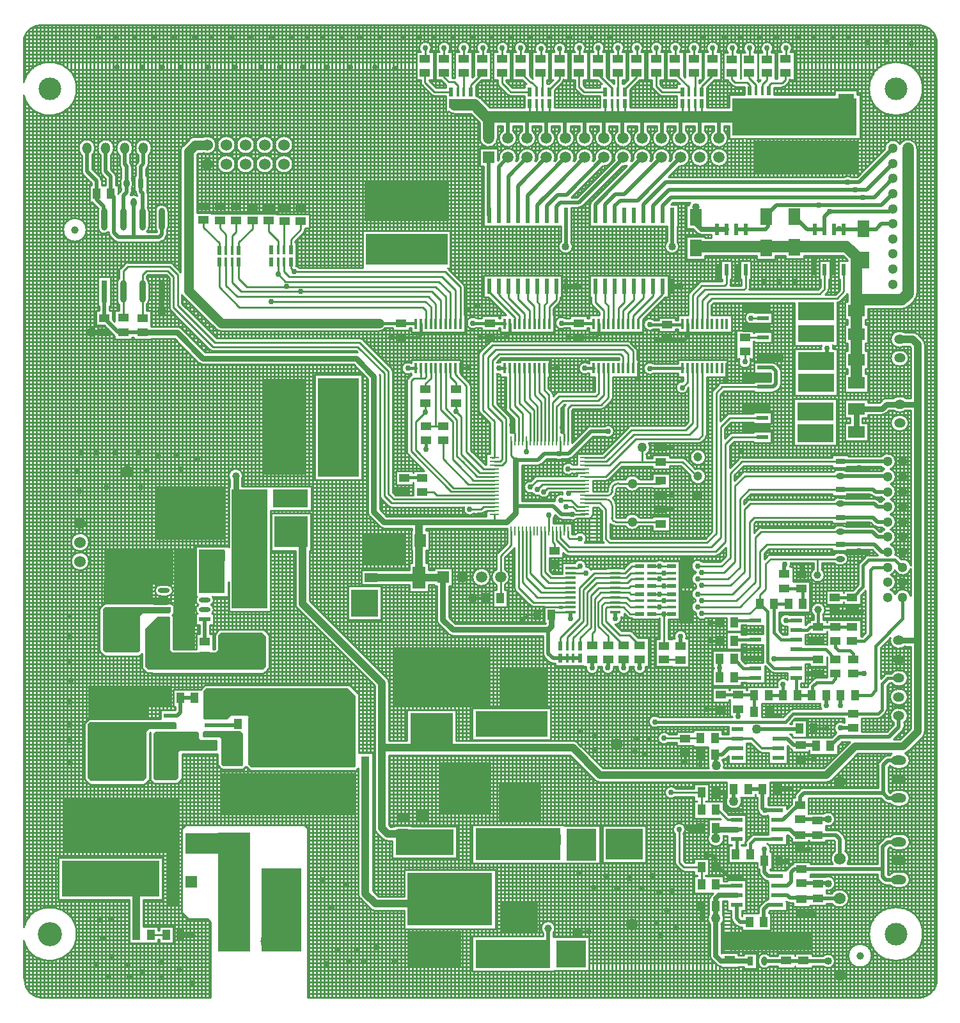
<source format=gtl>
%FSLAX25Y25*%
%MOIN*%
G70*
G01*
G75*
G04 Layer_Physical_Order=1*
G04 Layer_Color=255*
%ADD10C,0.01000*%
%ADD11R,0.04134X0.05512*%
%ADD12R,0.05512X0.04134*%
%ADD13R,0.04724X0.03150*%
%ADD14O,0.04724X0.03150*%
%ADD15R,0.04724X0.01969*%
%ADD16R,0.04724X0.01181*%
%ADD17R,0.01969X0.04724*%
%ADD18R,0.01181X0.04724*%
%ADD19R,0.05512X0.03937*%
%ADD20R,0.06102X0.08661*%
%ADD21R,0.08661X0.06102*%
%ADD22R,0.06102X0.02362*%
%ADD23R,0.02362X0.06102*%
%ADD24R,0.08268X0.14764*%
%ADD25R,0.09843X0.09055*%
%ADD26R,0.06000X0.10000*%
%ADD27O,0.06102X0.02362*%
%ADD28R,0.14764X0.08268*%
%ADD29R,0.10236X0.09449*%
%ADD30R,0.08661X0.05906*%
%ADD31R,0.05000X0.01000*%
%ADD32R,0.01000X0.05000*%
%ADD33O,0.05000X0.01000*%
%ADD34R,0.12402X0.06299*%
%ADD35R,0.02362X0.07874*%
%ADD36R,0.07087X0.06000*%
%ADD37R,0.03937X0.05512*%
%ADD38R,0.06299X0.12402*%
%ADD39R,0.09449X0.10236*%
%ADD40R,0.06000X0.07087*%
%ADD41R,0.06500X0.04500*%
%ADD42R,0.06500X0.11800*%
%ADD43O,0.03150X0.11811*%
%ADD44R,0.03150X0.11811*%
%ADD45R,0.03150X0.04724*%
%ADD46O,0.03150X0.04724*%
%ADD47R,0.01772X0.05709*%
%ADD48R,0.05709X0.01772*%
%ADD49R,0.04921X0.13386*%
%ADD50R,0.06299X0.10630*%
%ADD51R,0.10630X0.06299*%
%ADD52C,0.02000*%
%ADD53C,0.01500*%
%ADD54C,0.03000*%
%ADD55C,0.04000*%
%ADD56C,0.06000*%
%ADD57C,0.02500*%
%ADD58C,0.01200*%
%ADD59C,0.08000*%
%ADD60C,0.05000*%
%ADD61R,0.06900X0.16600*%
%ADD62R,0.12500X0.03400*%
%ADD63R,0.19600X0.16800*%
%ADD64R,0.27900X0.19600*%
%ADD65R,0.44300X0.27600*%
%ADD66R,0.18898X0.09449*%
%ADD67R,0.18898X0.09055*%
%ADD68R,0.10221X0.52362*%
%ADD69R,0.20331X0.12598*%
%ADD70R,0.45592X0.09289*%
%ADD71R,0.25590X0.20079*%
%ADD72R,0.22441X0.20254*%
%ADD73R,0.32677X0.11024*%
%ADD74R,0.36614X0.28346*%
%ADD75R,0.18504X0.62205*%
%ADD76R,0.13780X0.22835*%
%ADD77R,0.24900X0.11417*%
%ADD78R,0.30800X0.16605*%
%ADD79R,0.37402X0.13386*%
%ADD80R,0.14014X0.14161*%
%ADD81R,0.44488X0.16838*%
%ADD82R,0.14173X0.04724*%
%ADD83R,0.15354X0.16535*%
%ADD84R,0.19291X0.16142*%
%ADD85R,0.38976X0.14892*%
%ADD86R,0.15354X0.14098*%
%ADD87R,0.22300X0.17000*%
%ADD88R,0.69700X0.22200*%
%ADD89R,0.22200X0.18100*%
%ADD90R,0.20700X0.43400*%
%ADD91R,0.16900X0.61900*%
%ADD92R,0.17600X0.11100*%
%ADD93R,0.60400X0.28600*%
%ADD94R,0.06300X0.33500*%
%ADD95R,0.51100X0.18500*%
%ADD96R,0.17300X0.16200*%
%ADD97R,0.64800X0.19500*%
%ADD98R,0.54300X0.17300*%
%ADD99R,0.44100X0.21000*%
%ADD100R,0.22200X0.50300*%
%ADD101R,0.21200X0.51400*%
%ADD102R,0.42500X0.16300*%
%ADD103R,0.12300X0.11000*%
%ADD104R,0.36434X0.18432*%
%ADD105R,0.18200X0.09300*%
%ADD106R,0.30400X0.13200*%
%ADD107R,0.49910X0.31300*%
%ADD108C,0.03937*%
%ADD109C,0.05118*%
%ADD110O,0.05000X0.05906*%
%ADD111C,0.06000*%
%ADD112R,0.27559X0.26772*%
%ADD113R,0.09449X0.14961*%
%ADD114C,0.05906*%
%ADD115R,0.05906X0.05906*%
%ADD116C,0.06299*%
%ADD117O,0.05906X0.05000*%
%ADD118C,0.11811*%
%ADD119C,0.12598*%
%ADD120C,0.05000*%
%ADD121C,0.04724*%
%ADD122R,0.04724X0.04724*%
%ADD123C,0.09843*%
%ADD124R,0.08661X0.08661*%
%ADD125C,0.06200*%
%ADD126O,0.07874X0.05000*%
%ADD127R,0.06299X0.06299*%
%ADD128C,0.03000*%
%ADD129C,0.04000*%
G36*
X172500Y162300D02*
X175200Y159600D01*
Y129100D01*
Y123000D01*
X175000Y122800D01*
X174600Y122400D01*
X120700D01*
X119200Y123900D01*
Y125000D01*
Y148400D01*
X119400Y148600D01*
X118600Y149400D01*
X110300D01*
X108100Y147200D01*
X96400D01*
X95900Y147700D01*
Y162200D01*
X97300Y163600D01*
X171200D01*
X172500Y162300D01*
D02*
G37*
G36*
X93300Y140300D02*
Y137500D01*
X94200Y136600D01*
X102800D01*
X103200Y136200D01*
Y131500D01*
X102800Y131100D01*
X83800D01*
X82900Y130200D01*
Y116900D01*
X81700Y115700D01*
X70700D01*
X70600Y115800D01*
X69800Y116600D01*
Y139100D01*
Y140100D01*
X70300Y140600D01*
X70700Y141000D01*
X92600D01*
X93300Y140300D01*
D02*
G37*
G36*
X81800Y145200D02*
Y142800D01*
X81400Y142400D01*
X67500D01*
X66200Y141100D01*
Y116800D01*
X64600Y115200D01*
X37100D01*
X35600Y116700D01*
Y144900D01*
X36600Y145900D01*
X81100D01*
X81800Y145200D01*
D02*
G37*
G36*
X78800Y205900D02*
Y203500D01*
X78100Y202800D01*
X64300D01*
X62700Y201200D01*
Y183000D01*
X61900Y182200D01*
X44700D01*
X43300Y183600D01*
Y204800D01*
X44600Y206100D01*
X78600D01*
X78800Y205900D01*
D02*
G37*
G36*
X78365Y200514D02*
Y183585D01*
X79546Y182404D01*
X102381D01*
X103562Y183585D01*
Y191459D01*
X103956Y191853D01*
X104743Y192640D01*
X104803Y192700D01*
X126337D01*
X126397Y192640D01*
X128365Y190672D01*
Y182010D01*
Y174924D01*
X127972Y174530D01*
X126791Y173349D01*
X126642Y173200D01*
X69300D01*
X69151Y173349D01*
X66948D01*
X65373Y174924D01*
Y194609D01*
X67500Y196735D01*
X71672Y200908D01*
X77972D01*
X78365Y200514D01*
D02*
G37*
G36*
X116300Y140100D02*
Y132300D01*
Y123500D01*
X115700Y122900D01*
X106200D01*
X105500Y123600D01*
X105000Y124100D01*
Y137300D01*
X104400Y137900D01*
X96100D01*
X95600Y138400D01*
Y140800D01*
X95700Y140900D01*
X96000Y141200D01*
X115200D01*
X116300Y140100D01*
D02*
G37*
G54D10*
X306720Y264200D02*
G03*
X308661Y266142I0J1941D01*
G01*
X312205Y270473D02*
G03*
X308661Y266929I0J-3543D01*
G01*
Y252362D02*
G03*
X310630Y250394I1969J0D01*
G01*
X308661Y252362D02*
G03*
X310551Y250472I1890J0D01*
G01*
X308661Y259055D02*
G03*
X305485Y262232I-3177J0D01*
G01*
X308661Y259055D02*
G03*
X305485Y262232I-3177J0D01*
G01*
X310709Y250472D02*
G03*
X310630Y250394I0J-79D01*
G01*
X2594Y11417D02*
G03*
X2191Y12687I-2200J0D01*
G01*
X2594Y11417D02*
G03*
X5215Y4821I9611J0D01*
G01*
X5215D02*
G03*
X11811Y2200I6596J6990D01*
G01*
X2191Y31897D02*
G03*
X29759Y35433I13557J3536D01*
G01*
D02*
G03*
X2191Y38969I-14011J0D01*
G01*
X176540Y56460D02*
G03*
X177624Y53843I3700J0D01*
G01*
X176540Y56460D02*
G03*
X177624Y53843I3700J0D01*
G01*
X182885Y48583D02*
G03*
X185501Y47499I2616J2616D01*
G01*
X182885Y48583D02*
G03*
X185501Y47499I2616J2616D01*
G01*
X189224Y85044D02*
G03*
X191840Y83960I2616J2616D01*
G01*
X189224Y85044D02*
G03*
X191840Y83960I2616J2616D01*
G01*
X185100Y90700D02*
G03*
X186184Y88084I3700J0D01*
G01*
X185100Y90700D02*
G03*
X186184Y88084I3700J0D01*
G01*
X192500Y166400D02*
G03*
X191416Y169016I-3700J0D01*
G01*
X93179Y207117D02*
G03*
X92659Y202498I1432J-2500D01*
G01*
X100303D02*
G03*
X101232Y204617I-1952J2119D01*
G01*
X36201Y229816D02*
G03*
X36201Y229816I-4700J0D01*
G01*
X73351Y217498D02*
G03*
X73351Y211736I0J-2881D01*
G01*
X79972Y214617D02*
G03*
X77091Y217498I-2881J0D01*
G01*
Y211736D02*
G03*
X79972Y214617I0J2881D01*
G01*
X36201Y239816D02*
G03*
X36201Y239816I-4700J0D01*
G01*
X92358Y211413D02*
G03*
X93179Y207117I2253J-1795D01*
G01*
X101232Y204617D02*
G03*
X99783Y207117I-2881J0D01*
G01*
D02*
G03*
X101232Y209617I-1432J2500D01*
G01*
D02*
G03*
X100604Y211413I-2881J0D01*
G01*
X143684Y207816D02*
G03*
X144767Y205200I3700J0D01*
G01*
X143684Y207816D02*
G03*
X144767Y205200I3700J0D01*
G01*
X115812Y272665D02*
G03*
X116280Y274459I-3200J1794D01*
G01*
D02*
G03*
X109412Y272665I-3669J0D01*
G01*
X187635Y247940D02*
G03*
X189900Y247000I2266J2260D01*
G01*
X181400Y255500D02*
G03*
X182337Y253237I3200J0D01*
G01*
X181400Y255500D02*
G03*
X182340Y253235I3200J0D01*
G01*
X187637Y247937D02*
G03*
X189900Y247000I2263J2263D01*
G01*
X187800Y263900D02*
G03*
X188448Y262340I2200J0D01*
G01*
X187800Y263900D02*
G03*
X188444Y262344I2200J0D01*
G01*
X192500Y166400D02*
G03*
X191416Y169016I-3700J0D01*
G01*
X217356Y199344D02*
G03*
X218296Y197079I3200J0D01*
G01*
X217356Y199344D02*
G03*
X218293Y197081I3200J0D01*
G01*
X223434Y191940D02*
G03*
X225700Y191000I2266J2260D01*
G01*
X223437Y191937D02*
G03*
X225700Y191000I2263J2263D01*
G01*
X278123Y35973D02*
G03*
X279091Y38457I-2700J2483D01*
G01*
D02*
G03*
X272723Y35973I-3669J0D01*
G01*
X272800Y181700D02*
G03*
X273591Y179791I2700J0D01*
G01*
X272800Y181700D02*
G03*
X273591Y179791I2700J0D01*
G01*
X276060Y177321D02*
G03*
X277970Y176531I1909J1909D01*
G01*
X276060Y177321D02*
G03*
X277970Y176531I1909J1909D01*
G01*
X266076Y206913D02*
G03*
X267635Y206265I1560J1552D01*
G01*
X266080Y206909D02*
G03*
X267635Y206265I1556J1556D01*
G01*
X290916Y135116D02*
G03*
X288300Y136200I-2616J-2616D01*
G01*
X290916Y135116D02*
G03*
X288300Y136200I-2616J-2616D01*
G01*
X299884Y115684D02*
G03*
X302500Y114600I2616J2616D01*
G01*
X299884Y115684D02*
G03*
X302500Y114600I2616J2616D01*
G01*
X295222Y174873D02*
G03*
X301569Y174297I3148J-576D01*
G01*
X303452Y174873D02*
G03*
X309800Y174300I3148J-573D01*
G01*
X301569Y174297D02*
G03*
X301517Y174873I-3200J0D01*
G01*
X245309Y221567D02*
G03*
X245309Y221567I-4653J0D01*
G01*
X252856Y217467D02*
G03*
X255309Y221567I-2200J4100D01*
G01*
X248456Y225667D02*
G03*
X248456Y217467I2200J-4100D01*
G01*
X255309Y221567D02*
G03*
X252856Y225667I-4653J0D01*
G01*
X249104Y234315D02*
G03*
X248456Y232756I1552J-1560D01*
G01*
X249100Y234312D02*
G03*
X248456Y232756I1556J-1556D01*
G01*
X192081Y258708D02*
G03*
X193637Y258063I1556J1556D01*
G01*
X192077Y258712D02*
G03*
X193637Y258063I1560J1552D01*
G01*
X201737Y287163D02*
G03*
X202385Y285603I2200J0D01*
G01*
X201737Y287163D02*
G03*
X202381Y285607I2200J0D01*
G01*
X240500Y254800D02*
G03*
X242059Y255448I0J2200D01*
G01*
X240500Y254800D02*
G03*
X242056Y255444I0J2200D01*
G01*
X231582Y258063D02*
G03*
X236924Y254800I3018J-1063D01*
G01*
X257891Y216009D02*
G03*
X258535Y214454I2200J0D01*
G01*
X257891Y216009D02*
G03*
X258539Y214450I2200J0D01*
G01*
X278039Y251620D02*
G03*
X279100Y253982I-2138J2380D01*
G01*
X280633Y252449D02*
G03*
X282542Y251658I1909J1909D01*
G01*
X280633Y252449D02*
G03*
X282542Y251658I1909J1909D01*
G01*
X295300Y227400D02*
G03*
X289308Y228964I-3200J0D01*
G01*
X284140Y233448D02*
G03*
X285700Y232800I1560J1552D01*
G01*
X284144Y233444D02*
G03*
X285700Y232800I1556J1556D01*
G01*
X299419Y226019D02*
G03*
X297949Y225456I0J-2200D01*
G01*
X299419Y226019D02*
G03*
X297949Y225456I0J-2200D01*
G01*
D02*
G03*
X295277Y227018I-2749J-1637D01*
G01*
D02*
G03*
X295300Y227400I-3177J382D01*
G01*
X295432Y241800D02*
G03*
X289909Y244000I-3200J0D01*
G01*
X286382Y251658D02*
G03*
X290424Y252158I1718J2700D01*
G01*
X294457Y239500D02*
G03*
X295432Y241800I-2225J2300D01*
G01*
X303312Y241388D02*
G03*
X303960Y239829I2200J0D01*
G01*
X303312Y241388D02*
G03*
X303956Y239833I2200J0D01*
G01*
X296539Y252158D02*
G03*
X298727Y254126I0J2200D01*
G01*
X266229Y271703D02*
G03*
X267092Y265448I-88J-3199D01*
G01*
X267092D02*
G03*
X270635Y264267I2593J1875D01*
G01*
X269712Y274274D02*
G03*
X268157Y273630I0J-2200D01*
G01*
X269712Y274274D02*
G03*
X268153Y273626I0J-2200D01*
G01*
X278917Y261275D02*
G03*
X278239Y261361I-678J-2613D01*
G01*
X278917Y261275D02*
G03*
X278239Y261361I-678J-2613D01*
G01*
X282837Y264714D02*
G03*
X278917Y261275I-737J-3114D01*
G01*
X270635Y264267D02*
G03*
X276422Y265937I2593J1875D01*
G01*
X282886D02*
G03*
X282837Y264714I3114J-737D01*
G01*
X270132Y279884D02*
G03*
X272042Y280675I0J2700D01*
G01*
X270132Y279884D02*
G03*
X272042Y280675I0J2700D01*
G01*
X288334Y280180D02*
G03*
X288099Y275780I-2435J-2076D01*
G01*
X279200Y283254D02*
G03*
X283005Y283254I1902J2573D01*
G01*
X285954D02*
G03*
X287863Y284045I0J2700D01*
G01*
X285954Y283254D02*
G03*
X287863Y284045I0J2700D01*
G01*
X305539Y271843D02*
G03*
X307099Y272491I0J2200D01*
G01*
X305539Y271843D02*
G03*
X307095Y272487I0J2200D01*
G01*
X84204Y351523D02*
G03*
X81941Y352460I-2263J-2263D01*
G01*
X84206Y351520D02*
G03*
X81941Y352460I-2266J-2260D01*
G01*
X78000Y362300D02*
G03*
X78644Y360744I2200J0D01*
G01*
X78000Y362300D02*
G03*
X78648Y360740I2200J0D01*
G01*
X93237Y333438D02*
G03*
X95500Y332501I2263J2263D01*
G01*
X93234Y333441D02*
G03*
X95500Y332501I2266J2260D01*
G01*
X99240Y340148D02*
G03*
X100800Y339500I1560J1552D01*
G01*
X50744Y366225D02*
G03*
X51819Y363799I3275J0D01*
G01*
Y377312D02*
G03*
X50744Y374886I2200J-2426D01*
G01*
X52463Y382774D02*
G03*
X51819Y381219I1556J-1556D01*
G01*
X52467Y382778D02*
G03*
X51819Y381219I1552J-1560D01*
G01*
X56300Y385700D02*
G03*
X54741Y385052I0J-2200D01*
G01*
X56300Y385700D02*
G03*
X54744Y385056I0J-2200D01*
G01*
X34877Y402756D02*
G03*
X34877Y402756I-6137J0D01*
G01*
X40744Y404020D02*
G03*
X46300Y401671I3275J0D01*
G01*
X49391Y397091D02*
G03*
X51300Y396300I1909J1909D01*
G01*
X46300Y401300D02*
G03*
X47091Y399391I2700J0D01*
G01*
X46300Y401300D02*
G03*
X47091Y399391I2700J0D01*
G01*
X49391Y397091D02*
G03*
X51300Y396300I1909J1909D01*
G01*
X66219Y363799D02*
G03*
X67294Y366225I-2200J2426D01*
G01*
Y374886D02*
G03*
X66219Y377312I-3275J0D01*
G01*
X84600Y368778D02*
G03*
X85130Y368130I3500J2322D01*
G01*
X84600Y368778D02*
G03*
X85130Y368130I3500J2322D01*
G01*
X79656Y385056D02*
G03*
X78100Y385700I-1556J-1556D01*
G01*
X79659Y385052D02*
G03*
X78100Y385700I-1560J-1552D01*
G01*
X72700Y396300D02*
G03*
X74609Y397091I0J2700D01*
G01*
X66330Y401700D02*
G03*
X67294Y404020I-2311J2320D01*
G01*
X70744D02*
G03*
X71319Y402167I3275J0D01*
G01*
X72700Y396300D02*
G03*
X74609Y397091I0J2700D01*
G01*
X75928Y398410D02*
G03*
X76719Y400319I-1909J1909D01*
G01*
X75928Y398410D02*
G03*
X76719Y400319I-1909J1909D01*
G01*
Y402167D02*
G03*
X77294Y404020I-2700J1853D01*
G01*
X187800Y326400D02*
G03*
X187732Y327057I-3200J0D01*
G01*
X175956Y338833D02*
G03*
X175299Y338901I-657J-3132D01*
G01*
X175956Y338833D02*
G03*
X175299Y338901I-657J-3132D01*
G01*
X187800Y326400D02*
G03*
X187732Y327057I-3200J0D01*
G01*
X194326Y329134D02*
G03*
X193678Y330693I-2200J0D01*
G01*
X194326Y329134D02*
G03*
X193682Y330690I-2200J0D01*
G01*
X202385Y325396D02*
G03*
X201737Y323837I1552J-1560D01*
G01*
X202381Y325393D02*
G03*
X201737Y323837I1556J-1556D01*
G01*
X204009Y333225D02*
G03*
X204009Y327799I-1697J-2713D01*
G01*
X99244Y340144D02*
G03*
X100800Y339500I1556J1556D01*
G01*
X102096Y351164D02*
G03*
X105066Y349934I2970J2970D01*
G01*
X102096Y351164D02*
G03*
X105066Y349934I2970J2970D01*
G01*
X145424Y383100D02*
G03*
X144002Y383970I-2324J-2200D01*
G01*
X148156Y401344D02*
G03*
X148800Y402900I-1556J1556D01*
G01*
X148152Y401340D02*
G03*
X148800Y402900I-1552J1560D01*
G01*
X178721Y345650D02*
G03*
X177165Y346294I-1556J-1556D01*
G01*
X178725Y345646D02*
G03*
X177165Y346294I-1560J-1552D01*
G01*
X187300Y349934D02*
G03*
X190713Y351686I0J4200D01*
G01*
X223356Y382456D02*
G03*
X223065Y382700I-1556J-1556D01*
G01*
X223359Y382452D02*
G03*
X223065Y382700I-1560J-1552D01*
G01*
X37812Y417144D02*
G03*
X38151Y416731I2248J1496D01*
G01*
X40980Y413902D02*
G03*
X40744Y412682I3039J-1220D01*
G01*
X37812Y417144D02*
G03*
X38151Y416731I2248J1496D01*
G01*
X42760Y428340D02*
G03*
X41969Y430249I-2700J0D01*
G01*
X42760Y428340D02*
G03*
X41969Y430249I-2700J0D01*
G01*
X32315Y433385D02*
G03*
X33106Y431476I2700J0D01*
G01*
X32315Y433385D02*
G03*
X33106Y431476I2700J0D01*
G01*
X42158Y433242D02*
G03*
X42948Y431333I2700J0D01*
G01*
X50240Y430560D02*
G03*
X49449Y432469I-2700J0D01*
G01*
X50240Y430560D02*
G03*
X49449Y432469I-2700J0D01*
G01*
X42158Y433242D02*
G03*
X42948Y431333I2700J0D01*
G01*
X57797Y420722D02*
G03*
X58320Y422320I-2177J1597D01*
G01*
X52110Y422628D02*
G03*
X51400Y421377I1909J-1909D01*
G01*
X52110Y422628D02*
G03*
X51400Y421377I1909J-1909D01*
G01*
X61319Y420469D02*
G03*
X57797Y420722I-1959J-2624D01*
G01*
D02*
G03*
X58320Y422320I-2177J1597D01*
G01*
X52345Y426113D02*
G03*
X52920Y424259I3275J0D01*
G01*
X58320D02*
G03*
X58894Y426113I-2700J1853D01*
G01*
X67294Y412682D02*
G03*
X66719Y414535I-3275J0D01*
G01*
X60400Y422800D02*
G03*
X61191Y420891I2700J0D01*
G01*
X60400Y422800D02*
G03*
X61191Y420891I2700J0D01*
G01*
X66719Y421881D02*
G03*
X66375Y423200I-2700J0D01*
G01*
X66719Y421881D02*
G03*
X66375Y423200I-2700J0D01*
G01*
X52920Y429541D02*
G03*
X52345Y427687I2700J-1853D01*
G01*
X58894D02*
G03*
X58320Y429541I-3275J0D01*
G01*
X52000Y436900D02*
G03*
X52791Y434991I2700J0D01*
G01*
X30815Y444823D02*
G03*
X32315Y441606I4200J0D01*
G01*
X37715D02*
G03*
X39215Y444823I-2700J3217D01*
G01*
X2191Y472842D02*
G03*
X29759Y476378I13557J3536D01*
G01*
X39215Y445728D02*
G03*
X30815Y445728I-4200J0D01*
G01*
X40658Y444823D02*
G03*
X42158Y441606I4200J0D01*
G01*
X47558D02*
G03*
X49058Y444823I-2700J3217D01*
G01*
Y445728D02*
G03*
X40658Y445728I-4200J0D01*
G01*
X29759Y476378D02*
G03*
X2191Y479914I-14011J0D01*
G01*
X11417Y509611D02*
G03*
X2191Y502691I0J-9611D01*
G01*
X52000Y436900D02*
G03*
X52791Y434991I2700J0D01*
G01*
X58320Y435980D02*
G03*
X57529Y437889I-2700J0D01*
G01*
X58320Y435980D02*
G03*
X57529Y437889I-2700J0D01*
G01*
X50500Y444823D02*
G03*
X52000Y441606I4200J0D01*
G01*
X57400D02*
G03*
X58900Y444823I-2700J3217D01*
G01*
X61191Y437709D02*
G03*
X60400Y435800I1909J-1909D01*
G01*
X61191Y437709D02*
G03*
X60400Y435800I1909J-1909D01*
G01*
X66452Y435334D02*
G03*
X67243Y437243I-1909J1909D01*
G01*
X66452Y435334D02*
G03*
X67243Y437243I-1909J1909D01*
G01*
X60343Y444823D02*
G03*
X61843Y441606I4200J0D01*
G01*
X67243D02*
G03*
X68743Y444823I-2700J3217D01*
G01*
X58900Y445728D02*
G03*
X50500Y445728I-4200J0D01*
G01*
X68743D02*
G03*
X60343Y445728I-4200J0D01*
G01*
X77294Y412682D02*
G03*
X70744Y412682I-3275J0D01*
G01*
X122471Y437008D02*
G03*
X122471Y437008I-4700J0D01*
G01*
X95662Y442808D02*
G03*
X102471Y447008I2110J4200D01*
G01*
X112471Y437008D02*
G03*
X112471Y437008I-4700J0D01*
G01*
Y447008D02*
G03*
X112471Y447008I-4700J0D01*
G01*
X132471Y437008D02*
G03*
X132471Y437008I-4700J0D01*
G01*
X142471D02*
G03*
X142471Y437008I-4700J0D01*
G01*
X132471Y447008D02*
G03*
X132471Y447008I-4700J0D01*
G01*
X142471D02*
G03*
X142471Y447008I-4700J0D01*
G01*
X85130Y446770D02*
G03*
X83900Y443800I2970J-2970D01*
G01*
X85130Y446770D02*
G03*
X83900Y443800I2970J-2970D01*
G01*
X91308Y451208D02*
G03*
X88338Y449978I0J-4200D01*
G01*
X91308Y451208D02*
G03*
X88338Y449978I0J-4200D01*
G01*
X102471Y447008D02*
G03*
X95662Y451208I-4700J0D01*
G01*
X122471Y447008D02*
G03*
X122471Y447008I-4700J0D01*
G01*
X209026Y479719D02*
G03*
X209670Y478163I2200J0D01*
G01*
X209026Y479719D02*
G03*
X209674Y478159I2200J0D01*
G01*
X214582Y473251D02*
G03*
X216142Y472603I1560J1552D01*
G01*
X214586Y473247D02*
G03*
X216142Y472603I1556J1556D01*
G01*
X222119Y469051D02*
G03*
X222119Y466949I4581J-1051D01*
G01*
X223629Y464442D02*
G03*
X226700Y463300I3071J3558D01*
G01*
X226849Y482070D02*
G03*
X226378Y482121I-471J-2149D01*
G01*
X226849Y482070D02*
G03*
X226378Y482121I-471J-2149D01*
G01*
X214617Y497638D02*
G03*
X209029Y495507I-3200J0D01*
G01*
X213805D02*
G03*
X214617Y497638I-2388J2130D01*
G01*
X224460D02*
G03*
X218872Y495507I-3200J0D01*
G01*
X223648D02*
G03*
X224460Y497638I-2388J2130D01*
G01*
X235000Y321467D02*
G03*
X234356Y323023I-2200J0D01*
G01*
X235000Y321467D02*
G03*
X234352Y323026I-2200J0D01*
G01*
X239200Y308800D02*
G03*
X239844Y307244I2200J0D01*
G01*
X239200Y308800D02*
G03*
X239848Y307241I2200J0D01*
G01*
X248700Y327511D02*
G03*
X250334Y327355I1112J3001D01*
G01*
X239844Y339156D02*
G03*
X239200Y337600I1556J-1556D01*
G01*
X239848Y339159D02*
G03*
X239200Y337600I1552J-1560D01*
G01*
X250334Y333669D02*
G03*
X248700Y333512I-522J-3157D01*
G01*
X246400Y344800D02*
G03*
X244841Y344152I0J-2200D01*
G01*
X246400Y344800D02*
G03*
X244844Y344156I0J-2200D01*
G01*
X253279Y309521D02*
G03*
X253927Y307962I2200J0D01*
G01*
X253279Y309521D02*
G03*
X253923Y307965I2200J0D01*
G01*
X255700Y304200D02*
G03*
X255056Y305756I-2200J0D01*
G01*
X255700Y304200D02*
G03*
X255052Y305760I-2200J0D01*
G01*
X238299Y356596D02*
G03*
X238299Y351696I-2059J-2450D01*
G01*
X231826Y373074D02*
G03*
X231182Y374630I-2200J0D01*
G01*
X231826Y373074D02*
G03*
X231178Y374634I-2200J0D01*
G01*
X278039Y316761D02*
G03*
X277394Y318317I-2200J0D01*
G01*
X278039Y316761D02*
G03*
X277390Y318321I-2200J0D01*
G01*
X281142Y318342D02*
G03*
X279582Y317693I0J-2200D01*
G01*
X281142Y318342D02*
G03*
X279586Y317697I0J-2200D01*
G01*
X284125Y311252D02*
G03*
X283481Y309697I1556J-1556D01*
G01*
X284129Y311256D02*
G03*
X283481Y309697I1552J-1560D01*
G01*
X297638Y300338D02*
G03*
X295729Y299547I0J-2700D01*
G01*
X297638Y300338D02*
G03*
X295729Y299547I0J-2700D01*
G01*
X304975Y294938D02*
G03*
X309893Y297638I1718J2700D01*
G01*
D02*
G03*
X304975Y300338I-3200J0D01*
G01*
X303150Y309217D02*
G03*
X304705Y309862I0J2200D01*
G01*
X303150Y309217D02*
G03*
X304709Y309866I0J2200D01*
G01*
X296647Y332962D02*
G03*
X296647Y328062I-2059J-2450D01*
G01*
X284437Y356590D02*
G03*
X284437Y351690I-2059J-2450D01*
G01*
X281197Y364686D02*
G03*
X281842Y366242I-1556J1556D01*
G01*
X281193Y364682D02*
G03*
X281842Y366242I-1552J1560D01*
G01*
X281942Y396674D02*
G03*
X288300Y394100I2658J-2574D01*
G01*
D02*
G03*
X287342Y396585I-3700J0D01*
G01*
X291509Y414400D02*
G03*
X293419Y415191I0J2700D01*
G01*
X291509Y414400D02*
G03*
X293419Y415191I0J2700D01*
G01*
X297879Y364921D02*
G03*
X298523Y363366I2200J0D01*
G01*
X297879Y364921D02*
G03*
X298527Y363362I2200J0D01*
G01*
X298170Y418051D02*
G03*
X297379Y416142I1909J-1909D01*
G01*
X298170Y418051D02*
G03*
X297379Y416142I1909J-1909D01*
G01*
X241165Y447228D02*
G03*
X249188Y450551I3323J3323D01*
G01*
X240323Y471323D02*
G03*
X237724Y472644I-3323J-3323D01*
G01*
X239788Y450585D02*
G03*
X241165Y447228I4700J-34D01*
G01*
X239788Y450551D02*
G03*
X241165Y447228I4700J0D01*
G01*
X241165Y447228D02*
G03*
X249188Y450551I3323J3323D01*
G01*
X240327Y471320D02*
G03*
X237724Y472644I-3327J-3320D01*
G01*
X258706Y438588D02*
G03*
X259141Y440551I-4218J1963D01*
G01*
D02*
G03*
X249900Y439781I-4653J0D01*
G01*
X251631Y454223D02*
G03*
X259141Y450551I2858J-3672D01*
G01*
X268706Y438588D02*
G03*
X269141Y440551I-4218J1963D01*
G01*
D02*
G03*
X259900Y439781I-4653J0D01*
G01*
X261867Y454395D02*
G03*
X269141Y450551I2621J-3844D01*
G01*
D02*
G03*
X267267Y454283I-4653J0D01*
G01*
X254350Y473247D02*
G03*
X255906Y472603I1556J1556D01*
G01*
X254346Y473251D02*
G03*
X255906Y472603I1560J1552D01*
G01*
X259141Y450551D02*
G03*
X257031Y454448I-4653J0D01*
G01*
X249183Y479325D02*
G03*
X249828Y477770I2200J0D01*
G01*
X249183Y479325D02*
G03*
X249832Y477766I2200J0D01*
G01*
X234696Y497638D02*
G03*
X229108Y495507I-3200J0D01*
G01*
X233884D02*
G03*
X234696Y497638I-2388J2130D01*
G01*
X243726Y495507D02*
G03*
X244539Y497638I-2388J2130D01*
G01*
D02*
G03*
X238951Y495507I-3200J0D01*
G01*
X254775Y497638D02*
G03*
X249187Y495507I-3200J0D01*
G01*
X253963D02*
G03*
X254775Y497638I-2388J2130D01*
G01*
X264224D02*
G03*
X258636Y495507I-3200J0D01*
G01*
X263411D02*
G03*
X264224Y497638I-2388J2130D01*
G01*
X274853Y497244D02*
G03*
X268966Y495507I-3200J0D01*
G01*
X278707Y438588D02*
G03*
X279141Y440551I-4218J1963D01*
G01*
D02*
G03*
X269900Y439781I-4653J0D01*
G01*
X288706Y438588D02*
G03*
X289141Y440551I-4218J1963D01*
G01*
D02*
G03*
X279900Y439781I-4653J0D01*
G01*
X281552Y454160D02*
G03*
X289141Y450551I2936J-3609D01*
G01*
X271709Y454283D02*
G03*
X279141Y450551I2779J-3732D01*
G01*
D02*
G03*
X277110Y454395I-4653J0D01*
G01*
X289141Y450551D02*
G03*
X286952Y454498I-4653J0D01*
G01*
X298707Y438588D02*
G03*
X299141Y440551I-4218J1963D01*
G01*
D02*
G03*
X289900Y439781I-4653J0D01*
G01*
X303718Y435963D02*
G03*
X309141Y440551I770J4589D01*
G01*
D02*
G03*
X299900Y439781I-4653J0D01*
G01*
X291788Y454340D02*
G03*
X299141Y450551I2700J-3789D01*
G01*
D02*
G03*
X297188Y454341I-4653J0D01*
G01*
X301631Y454223D02*
G03*
X309141Y450551I2858J-3672D01*
G01*
X282856Y479745D02*
G03*
X283493Y481084I-1552J1560D01*
G01*
X282860Y479749D02*
G03*
X283493Y481084I-1556J1556D01*
G01*
X274341Y495507D02*
G03*
X274853Y497244I-2688J1736D01*
G01*
X284184Y495507D02*
G03*
X284696Y497244I-2688J1736D01*
G01*
D02*
G03*
X278808Y495507I-3200J0D01*
G01*
X289341Y477357D02*
G03*
X289989Y475797I2200J0D01*
G01*
X289341Y477357D02*
G03*
X289985Y475801I2200J0D01*
G01*
X292535Y473251D02*
G03*
X294094Y472603I1560J1552D01*
G01*
X292539Y473247D02*
G03*
X294094Y472603I1556J1556D01*
G01*
X294120Y495507D02*
G03*
X294932Y497638I-2388J2130D01*
G01*
D02*
G03*
X289344Y495507I-3200J0D01*
G01*
X304775Y497638D02*
G03*
X299187Y495507I-3200J0D01*
G01*
X303963D02*
G03*
X304775Y497638I-2388J2130D01*
G01*
X344629Y68760D02*
G03*
X346188Y68112I1560J1552D01*
G01*
X344633Y68756D02*
G03*
X346188Y68112I1556J1556D01*
G01*
X341542Y72758D02*
G03*
X342190Y71199I2200J0D01*
G01*
X341542Y72758D02*
G03*
X342186Y71203I2200J0D01*
G01*
X359845Y24084D02*
G03*
X360709Y21998I2950J0D01*
G01*
X363465Y19242D02*
G03*
X365551Y18378I2086J2086D01*
G01*
X363465Y19242D02*
G03*
X365551Y18378I2086J2086D01*
G01*
X359845Y24084D02*
G03*
X360709Y21998I2950J0D01*
G01*
X359069Y45398D02*
G03*
X359845Y40592I3767J-1857D01*
G01*
X365745Y40511D02*
G03*
X367036Y43540I-2909J3029D01*
G01*
D02*
G03*
X366603Y45398I-4200J0D01*
G01*
X360750Y56059D02*
G03*
X359904Y54295I2086J-2086D01*
G01*
X360750Y56059D02*
G03*
X359904Y54295I2086J-2086D01*
G01*
X359081Y87094D02*
G03*
X367048Y85237I3767J-1857D01*
G01*
X346942Y89997D02*
G03*
X341542Y87673I-3200J0D01*
G01*
X341774Y111449D02*
G03*
X341774Y107049I-2324J-2200D01*
G01*
X345942Y87673D02*
G03*
X346942Y89997I-2200J2324D01*
G01*
X338158Y139773D02*
G03*
X338158Y135373I-2324J-2200D01*
G01*
X367048Y85237D02*
G03*
X366806Y86643I-4200J0D01*
G01*
X368393Y106574D02*
G03*
X376400Y104800I3807J-1774D01*
G01*
X358935Y124456D02*
G03*
X359040Y122000I4065J-1056D01*
G01*
X366960D02*
G03*
X367200Y123400I-3960J1400D01*
G01*
D02*
G03*
X366176Y126148I-4200J0D01*
G01*
Y126212D02*
G03*
X368059Y127003I-27J2700D01*
G01*
X366176Y126212D02*
G03*
X368059Y127003I-27J2700D01*
G01*
X373573Y39812D02*
G03*
X375482Y39021I1909J1909D01*
G01*
X373573Y39812D02*
G03*
X375482Y39021I1909J1909D01*
G01*
X370936Y43568D02*
G03*
X371726Y41658I2700J0D01*
G01*
X370936Y43568D02*
G03*
X371726Y41658I2700J0D01*
G01*
X385872Y50176D02*
G03*
X385081Y48267I1909J-1909D01*
G01*
X384914Y20541D02*
G03*
X390847Y18628I3275J0D01*
G01*
Y24028D02*
G03*
X384914Y22116I-2658J-1913D01*
G01*
X385872Y50176D02*
G03*
X385081Y48267I1909J-1909D01*
G01*
X390141Y53327D02*
G03*
X388232Y52536I0J-2700D01*
G01*
X390141Y53327D02*
G03*
X388232Y52536I0J-2700D01*
G01*
X388264Y63718D02*
G03*
X390144Y62927I1909J1909D01*
G01*
X385560Y67540D02*
G03*
X386351Y65631I2700J0D01*
G01*
X385560Y67540D02*
G03*
X386351Y65631I2700J0D01*
G01*
X388264Y63718D02*
G03*
X390144Y62927I1909J1909D01*
G01*
X399646Y52336D02*
G03*
X401379Y51706I1733J2070D01*
G01*
X399646Y52336D02*
G03*
X401379Y51706I1733J2070D01*
G01*
X400100Y69465D02*
G03*
X399483Y68508I1909J-1909D01*
G01*
X400100Y69465D02*
G03*
X399483Y68508I1909J-1909D01*
G01*
X378387Y83321D02*
G03*
X378290Y82640I2354J-681D01*
G01*
X378387Y83321D02*
G03*
X378290Y82640I2354J-681D01*
G01*
X379008Y84373D02*
G03*
X378387Y83321I1732J-1732D01*
G01*
X379010Y84375D02*
G03*
X378387Y83321I1730J-1735D01*
G01*
X382943Y87293D02*
G03*
X381208Y86573I0J-2450D01*
G01*
X382943Y87293D02*
G03*
X381211Y86576I0J-2450D01*
G01*
X384560Y100883D02*
G03*
X385171Y99173I2700J0D01*
G01*
X384560Y100883D02*
G03*
X385171Y99173I2700J0D01*
G01*
X376400Y104800D02*
G03*
X376021Y106544I-4200J0D01*
G01*
X390144Y82127D02*
G03*
X389709Y82393I-1884J-2586D01*
G01*
X385171Y99173D02*
G03*
X390018Y97143I3129J671D01*
G01*
X391191Y78256D02*
G03*
X391460Y79540I-2931J1284D01*
G01*
D02*
G03*
X390351Y81962I-3200J0D01*
G01*
X385114Y130711D02*
G03*
X386740Y130037I1626J1626D01*
G01*
X385114Y130711D02*
G03*
X386740Y130037I1626J1626D01*
G01*
X311752Y174873D02*
G03*
X318100Y174300I3148J-573D01*
G01*
X309800D02*
G03*
X309748Y174873I-3200J0D01*
G01*
X320052D02*
G03*
X326400Y174300I3148J-573D01*
G01*
X318100D02*
G03*
X318048Y174873I-3200J0D01*
G01*
X326400Y174300D02*
G03*
X326348Y174873I-3200J0D01*
G01*
X319456Y192948D02*
G03*
X317901Y193592I-1556J-1556D01*
G01*
X319460Y192944D02*
G03*
X317901Y193592I-1560J-1552D01*
G01*
X310444Y196867D02*
G03*
X313633Y200067I-11J3200D01*
G01*
D02*
G03*
X313557Y200761I-3200J0D01*
G01*
X316659Y200930D02*
G03*
X318218Y200282I1560J1552D01*
G01*
X316663Y200926D02*
G03*
X318218Y200282I1556J1556D01*
G01*
X333158Y148598D02*
G03*
X333158Y143698I-2059J-2450D01*
G01*
X347364Y189507D02*
G03*
X347600Y190714I-2964J1207D01*
G01*
D02*
G03*
X341436Y189507I-3200J0D01*
G01*
X319061Y229561D02*
G03*
X317501Y228912I0J-2200D01*
G01*
X319061Y229561D02*
G03*
X317505Y228916I0J-2200D01*
G01*
X310630Y248194D02*
G03*
X311213Y248272I0J2200D01*
G01*
X315645D02*
G03*
X322938Y248272I3647J2200D01*
G01*
X310630Y248194D02*
G03*
X311213Y248272I0J2200D01*
G01*
X307712Y249385D02*
G03*
X310630Y248194I2918J2977D01*
G01*
X322938Y252673D02*
G03*
X315645Y252673I-3647J-2200D01*
G01*
X335788Y229598D02*
G03*
X331758Y230045I-2288J-2237D01*
G01*
X371266Y148980D02*
G03*
X371291Y148598I3200J20D01*
G01*
X361631Y174472D02*
G03*
X361631Y173935I3189J-268D01*
G01*
X400029Y168119D02*
G03*
X394946Y164486I-2139J-2380D01*
G01*
X387370Y177353D02*
G03*
X387407Y176927I2450J0D01*
G01*
X387370Y177353D02*
G03*
X387407Y176927I2450J0D01*
G01*
X391394Y172313D02*
G03*
X393127Y171596I1732J1732D01*
G01*
X391392Y172316D02*
G03*
X393127Y171596I1735J1730D01*
G01*
X352401Y209136D02*
G03*
X352434Y202984I899J-3071D01*
G01*
Y209677D02*
G03*
X352401Y209136I3166J-463D01*
G01*
X352663Y215893D02*
G03*
X352434Y209677I637J-3136D01*
G01*
Y217627D02*
G03*
X352663Y215893I3166J-463D01*
G01*
X352434Y202984D02*
G03*
X357924Y200321I3166J-463D01*
G01*
X352434Y224320D02*
G03*
X352401Y223778I3166J-463D01*
G01*
Y223778D02*
G03*
X352434Y217627I899J-3071D01*
G01*
X355624Y229600D02*
G03*
X352434Y224320I-2324J-2200D01*
G01*
X362900Y232800D02*
G03*
X364459Y233448I0J2200D01*
G01*
X362900Y232800D02*
G03*
X364456Y233444I0J2200D01*
G01*
X400701Y201927D02*
G03*
X400029Y195928I-1393J-2881D01*
G01*
X391313Y233313D02*
G03*
X389753Y232664I0J-2200D01*
G01*
X386286Y247486D02*
G03*
X384726Y246838I0J-2200D01*
G01*
X386286Y247486D02*
G03*
X384730Y246842I0J-2200D01*
G01*
X391313Y233313D02*
G03*
X389757Y232668I0J-2200D01*
G01*
X403065Y71931D02*
G03*
X401872Y71237I716J-2603D01*
G01*
X403065Y71931D02*
G03*
X401872Y71237I716J-2603D01*
G01*
X425000Y21328D02*
G03*
X418770Y24028I-3700J0D01*
G01*
Y18628D02*
G03*
X425000Y21328I2530J2700D01*
G01*
X423450Y51273D02*
G03*
X432200Y54000I3950J2727D01*
G01*
X425000Y61800D02*
G03*
X420121Y65307I-3700J0D01*
G01*
X420556Y58176D02*
G03*
X425000Y61800I744J3624D01*
G01*
X432200Y54000D02*
G03*
X423413Y56673I-4800J0D01*
G01*
X424900Y78769D02*
G03*
X423682Y72028I2700J-3969D01*
G01*
X404825Y109043D02*
G03*
X404034Y107134I1909J-1909D01*
G01*
X404825Y109043D02*
G03*
X404034Y107134I1909J-1909D01*
G01*
X408700Y111800D02*
G03*
X406791Y111009I0J-2700D01*
G01*
X408700Y111800D02*
G03*
X406791Y111009I0J-2700D01*
G01*
X401391Y132191D02*
G03*
X402544Y131508I1909J1909D01*
G01*
X401391Y132191D02*
G03*
X402544Y131508I1909J1909D01*
G01*
X401972Y139246D02*
G03*
X401477Y139637I-1909J-1909D01*
G01*
X401972Y139246D02*
G03*
X401477Y139637I-1909J-1909D01*
G01*
X420245Y91765D02*
G03*
X425000Y95312I1055J3546D01*
G01*
D02*
G03*
X419106Y98291I-3700J0D01*
G01*
X420500Y114600D02*
G03*
X423116Y115684I0J3700D01*
G01*
X427344Y88953D02*
G03*
X425435Y89744I-1909J-1909D01*
G01*
X427344Y88953D02*
G03*
X425435Y89744I-1909J-1909D01*
G01*
X420500Y114600D02*
G03*
X423116Y115684I0J3700D01*
G01*
X429530Y145604D02*
G03*
X425712Y140489I-1718J-2700D01*
G01*
X444137Y24100D02*
G03*
X444137Y24100I-6137J0D01*
G01*
X449591Y61691D02*
G03*
X451500Y60900I1909J1909D01*
G01*
X447100Y65300D02*
G03*
X447891Y63391I2700J0D01*
G01*
X447100Y65300D02*
G03*
X447891Y63391I2700J0D01*
G01*
X449591Y61691D02*
G03*
X451500Y60900I1909J1909D01*
G01*
X431518Y72028D02*
G03*
X432400Y74800I-3918J2772D01*
G01*
D02*
G03*
X430300Y78769I-4800J0D01*
G01*
X470704Y35433D02*
G03*
X470704Y35433I-14011J0D01*
G01*
X468504Y2200D02*
G03*
X477913Y9849I0J9611D01*
G01*
X453773Y60900D02*
G03*
X456831Y59579I3057J2880D01*
G01*
Y67980D02*
G03*
X453471Y66300I0J-4200D01*
G01*
X453614Y80765D02*
G03*
X456831Y79265I3217J2700D01*
G01*
X459705Y59579D02*
G03*
X463905Y63779I0J4200D01*
G01*
D02*
G03*
X459705Y67980I-4200J0D01*
G01*
Y79265D02*
G03*
X463905Y83465I0J4200D01*
G01*
X447891Y82809D02*
G03*
X447100Y80900I1909J-1909D01*
G01*
X430300Y84879D02*
G03*
X429509Y86788I-2700J0D01*
G01*
X430300Y84879D02*
G03*
X429509Y86788I-2700J0D01*
G01*
X447891Y82809D02*
G03*
X447100Y80900I1909J-1909D01*
G01*
X452365Y86165D02*
G03*
X450455Y85374I0J-2700D01*
G01*
X452365Y86165D02*
G03*
X450455Y85374I0J-2700D01*
G01*
X450692Y104390D02*
G03*
X452601Y103599I1909J1909D01*
G01*
X450692Y104390D02*
G03*
X452601Y103599I1909J1909D01*
G01*
X448091Y125409D02*
G03*
X447300Y123500I1909J-1909D01*
G01*
X448091Y125409D02*
G03*
X447300Y123500I1909J-1909D01*
G01*
X452484Y128684D02*
G03*
X450575Y127893I0J-2700D01*
G01*
X452484Y128684D02*
G03*
X450575Y127893I0J-2700D01*
G01*
X454533Y129500D02*
G03*
X453614Y128684I2298J-3516D01*
G01*
X456831Y87665D02*
G03*
X453614Y86165I0J-4200D01*
G01*
Y103599D02*
G03*
X456831Y102099I3217J2700D01*
G01*
Y110499D02*
G03*
X453662Y109056I0J-4200D01*
G01*
X459705Y102099D02*
G03*
X463905Y106299I0J4200D01*
G01*
X453614Y123284D02*
G03*
X456831Y121784I3217J2700D01*
G01*
X463905Y83465D02*
G03*
X459705Y87665I-4200J0D01*
G01*
X463905Y106299D02*
G03*
X459705Y110499I-4200J0D01*
G01*
Y121784D02*
G03*
X463905Y125984I0J4200D01*
G01*
D02*
G03*
X461596Y129734I-4200J0D01*
G01*
D02*
G03*
X462916Y130584I-1296J3466D01*
G01*
X460164Y141546D02*
G03*
X460955Y143455I-1909J1909D01*
G01*
X460164Y141546D02*
G03*
X460955Y143455I-1909J1909D01*
G01*
X461596Y129734D02*
G03*
X462916Y130584I-1296J3466D01*
G01*
X470716Y138384D02*
G03*
X471800Y141000I-2616J2616D01*
G01*
X470716Y138384D02*
G03*
X471800Y141000I-2616J2616D01*
G01*
X403184Y152834D02*
G03*
X401450Y152114I0J-2450D01*
G01*
X403184Y152834D02*
G03*
X401452Y152117I0J-2450D01*
G01*
X411513Y166290D02*
G03*
X410795Y164558I1732J-1732D01*
G01*
X411515Y166292D02*
G03*
X410795Y164558I1730J-1735D01*
G01*
X410450Y191596D02*
G03*
X411742Y191964I0J2450D01*
G01*
X410450Y191596D02*
G03*
X411742Y191964I0J2450D01*
G01*
Y198089D02*
G03*
X410329Y197390I322J-2429D01*
G01*
X411742Y198089D02*
G03*
X410331Y197392I322J-2429D01*
G01*
X411742Y191964D02*
G03*
X412185Y192316I-1292J2082D01*
G01*
X411742Y191964D02*
G03*
X412182Y192313I-1292J2082D01*
G01*
X415410Y169173D02*
G03*
X413676Y168453I0J-2450D01*
G01*
X415410Y169173D02*
G03*
X413678Y168455I0J-2450D01*
G01*
X417249Y155574D02*
G03*
X417743Y152834I3083J-859D01*
G01*
X419825Y204588D02*
G03*
X413748Y201821I-3669J0D01*
G01*
X418648Y201895D02*
G03*
X419825Y204588I-2491J2693D01*
G01*
X420797Y186340D02*
G03*
X419938Y186496I-859J-2294D01*
G01*
X420797Y186340D02*
G03*
X419938Y186496I-859J-2294D01*
G01*
X401627Y227007D02*
G03*
X401900Y228300I-2927J1293D01*
G01*
D02*
G03*
X401841Y228913I-3200J0D01*
G01*
X413659Y225524D02*
G03*
X419527Y222588I2200J-2936D01*
G01*
D02*
G03*
X418059Y225524I-3669J0D01*
G01*
X424452Y228913D02*
G03*
X426878Y227838I2426J2200D01*
G01*
X428453D02*
G03*
X431728Y231113I0J3275D01*
G01*
X426878Y234387D02*
G03*
X424452Y233313I0J-3275D01*
G01*
X426878Y248561D02*
G03*
X424452Y247486I0J-3275D01*
G01*
X431728Y231113D02*
G03*
X428453Y234387I-3275J0D01*
G01*
X430306Y247986D02*
G03*
X428453Y248561I-1853J-2700D01*
G01*
X447484Y147934D02*
G03*
X449217Y148652I0J2450D01*
G01*
X447484Y147934D02*
G03*
X449219Y148654I0J2450D01*
G01*
X451232Y150668D02*
G03*
X451950Y152400I-1732J1732D01*
G01*
X451230Y150665D02*
G03*
X451950Y152400I-1730J1735D01*
G01*
X457802Y153413D02*
G03*
X455555Y145664I0J-4200D01*
G01*
X457802Y163255D02*
G03*
X457802Y154855I0J-4200D01*
G01*
X452400Y171348D02*
G03*
X450665Y170628I0J-2450D01*
G01*
X452400Y171348D02*
G03*
X450668Y170630I0J-2450D01*
G01*
X454391Y166448D02*
G03*
X457802Y164698I3411J2450D01*
G01*
Y173098D02*
G03*
X454391Y171348I0J-4200D01*
G01*
X453840Y189975D02*
G03*
X457802Y184383I3963J-1392D01*
G01*
X462908Y149213D02*
G03*
X458708Y153413I-4200J0D01*
G01*
X460955Y145664D02*
G03*
X462908Y149213I-2247J3548D01*
G01*
X458708Y154855D02*
G03*
X462908Y159055I0J4200D01*
G01*
D02*
G03*
X458708Y163255I-4200J0D01*
G01*
X462908Y168898D02*
G03*
X458708Y173098I-4200J0D01*
G01*
Y164698D02*
G03*
X462908Y168898I0J4200D01*
G01*
X458708Y184383D02*
G03*
X461448Y185400I0J4200D01*
G01*
X437868Y229413D02*
G03*
X437150Y227681I1732J-1732D01*
G01*
X437870Y229415D02*
G03*
X437150Y227681I1730J-1735D01*
G01*
X453987Y214961D02*
G03*
X456621Y218898I-1625J3937D01*
G01*
X456299Y212648D02*
G03*
X453987Y214961I-3937J-1625D01*
G01*
X456621Y218898D02*
G03*
X453987Y222835I-4259J0D01*
G01*
X442600Y233131D02*
G03*
X440865Y232411I0J-2450D01*
G01*
X442600Y233131D02*
G03*
X440868Y232413I0J-2450D01*
G01*
X453987Y222835D02*
G03*
X456299Y225147I-1625J3937D01*
G01*
X456342Y233128D02*
G03*
X456621Y234646I-3979J1518D01*
G01*
X446253Y247195D02*
G03*
X444344Y247986I-1909J-1909D01*
G01*
X446253Y247195D02*
G03*
X444344Y247986I-1909J-1909D01*
G01*
X445201Y248484D02*
G03*
X447110Y247694I1909J1909D01*
G01*
X445201Y248484D02*
G03*
X447110Y247694I1909J1909D01*
G01*
X450737Y246457D02*
G03*
X449068Y245220I1625J-3937D01*
G01*
X453987Y238583D02*
G03*
X456621Y242520I-1625J3937D01*
G01*
Y234646D02*
G03*
X453987Y238583I-4259J0D01*
G01*
X456621Y242520D02*
G03*
X453987Y246457I-4259J0D01*
G01*
X449068Y247694D02*
G03*
X450737Y246457I3294J2700D01*
G01*
X453987D02*
G03*
X456621Y250394I-1625J3937D01*
G01*
D02*
G03*
X453987Y254331I-4259J0D01*
G01*
X464400Y211919D02*
G03*
X456299Y212648I-4164J-896D01*
G01*
Y225147D02*
G03*
X464400Y225876I3937J1625D01*
G01*
X457954Y232411D02*
G03*
X456342Y233128I-1735J-1730D01*
G01*
X457952Y232413D02*
G03*
X456342Y233128I-1732J-1732D01*
G01*
X464400Y227667D02*
G03*
X459414Y230951I-4164J-896D01*
G01*
X310861Y259055D02*
G03*
X309267Y262876I-5377J0D01*
G01*
X310861Y259055D02*
G03*
X309267Y262876I-5377J0D01*
G01*
D02*
G03*
X310861Y266142I-2547J3265D01*
G01*
X312205Y272673D02*
G03*
X306461Y266929I0J-5743D01*
G01*
X312205Y268272D02*
G03*
X310861Y266929I0J-1343D01*
G01*
X315645Y268272D02*
G03*
X322938Y268272I3647J2200D01*
G01*
Y272673D02*
G03*
X315645Y272673I-3647J-2200D01*
G01*
X308474Y313631D02*
G03*
X309123Y315190I-1552J1560D01*
G01*
X308478Y313635D02*
G03*
X309123Y315190I-1556J1556D01*
G01*
X318898Y300625D02*
G03*
X317338Y299977I0J-2200D01*
G01*
X318898Y300625D02*
G03*
X317342Y299981I0J-2200D01*
G01*
X326605Y285725D02*
G03*
X328600Y289300I-2205J3574D01*
G01*
D02*
G03*
X327977Y291501I-4200J0D01*
G01*
X345363Y323671D02*
G03*
X348476Y320472I-88J-3199D01*
G01*
X318256Y344156D02*
G03*
X316700Y344800I-1556J-1556D01*
G01*
X321918Y339582D02*
G03*
X321269Y341142I-2200J0D01*
G01*
X321918Y339582D02*
G03*
X321273Y341138I-2200J0D01*
G01*
X318260Y344152D02*
G03*
X316700Y344800I-1560J-1552D01*
G01*
X330331Y332951D02*
G03*
X330574Y328051I-1932J-2551D01*
G01*
X330500Y355803D02*
G03*
X330500Y350903I-2059J-2450D01*
G01*
X337379Y396674D02*
G03*
X343737Y394100I2658J-2574D01*
G01*
X349500Y274562D02*
G03*
X357606Y274173I4044J-389D01*
G01*
D02*
G03*
X352258Y278027I-4062J0D01*
G01*
X357606Y284173D02*
G03*
X357606Y284173I-4062J0D01*
G01*
X347036Y283248D02*
G03*
X345480Y283893I-1556J-1556D01*
G01*
X347040Y283245D02*
G03*
X345480Y283893I-1560J-1552D01*
G01*
X353937Y291501D02*
G03*
X355493Y292145I0J2200D01*
G01*
X353937Y291501D02*
G03*
X355497Y292149I0J2200D01*
G01*
X357359Y294011D02*
G03*
X358007Y295571I-1552J1560D01*
G01*
X357363Y294015D02*
G03*
X358007Y295571I-1556J1556D01*
G01*
X371433Y296861D02*
G03*
X369873Y296213I0J-2200D01*
G01*
X371433Y296861D02*
G03*
X369877Y296217I0J-2200D01*
G01*
X370016Y306861D02*
G03*
X368456Y306213I0J-2200D01*
G01*
X370016Y306861D02*
G03*
X368460Y306217I0J-2200D01*
G01*
X376400Y284100D02*
G03*
X374840Y283452I0J-2200D01*
G01*
X376400Y284100D02*
G03*
X374844Y283456I0J-2200D01*
G01*
X361437Y319272D02*
G03*
X360792Y317717I1556J-1556D01*
G01*
X361440Y319276D02*
G03*
X360792Y317717I1552J-1560D01*
G01*
X366102Y323027D02*
G03*
X364543Y322378I0J-2200D01*
G01*
X366102Y323027D02*
G03*
X364547Y322382I0J-2200D01*
G01*
X349133Y370355D02*
G03*
X348489Y368799I1556J-1556D01*
G01*
X349137Y370359D02*
G03*
X348489Y368799I1552J-1560D01*
G01*
X343737Y394100D02*
G03*
X342779Y396585I-3700J0D01*
G01*
X355590Y375900D02*
G03*
X354030Y375252I0J-2200D01*
G01*
X355590Y375900D02*
G03*
X354034Y375256I0J-2200D01*
G01*
X370400Y373800D02*
G03*
X370586Y374685I-2014J885D01*
G01*
X370400Y373800D02*
G03*
X370586Y374685I-2014J885D01*
G01*
X314139Y435912D02*
G03*
X316452Y436333I349J4640D01*
G01*
X319141Y440551D02*
G03*
X309982Y439391I-4653J0D01*
G01*
X311473Y454095D02*
G03*
X319141Y450551I3015J-3544D01*
G01*
X309141D02*
G03*
X307031Y454448I-4653J0D01*
G01*
X318706Y438588D02*
G03*
X319141Y440551I-4218J1963D01*
G01*
Y450551D02*
G03*
X316873Y454546I-4653J0D01*
G01*
X328707Y438588D02*
G03*
X329141Y440551I-4218J1963D01*
G01*
D02*
G03*
X319900Y439781I-4653J0D01*
G01*
X339141Y440551D02*
G03*
X329900Y439781I-4653J0D01*
G01*
X321709Y454283D02*
G03*
X329141Y450551I2779J-3732D01*
G01*
D02*
G03*
X327110Y454395I-4653J0D01*
G01*
X331946Y454448D02*
G03*
X339141Y450551I2543J-3897D01*
G01*
D02*
G03*
X337346Y454223I-4653J0D01*
G01*
X315011Y497638D02*
G03*
X309423Y495507I-3200J0D01*
G01*
X314199D02*
G03*
X315011Y497638I-2388J2130D01*
G01*
X324041Y495507D02*
G03*
X324853Y497638I-2388J2130D01*
G01*
D02*
G03*
X319266Y495507I-3200J0D01*
G01*
X329498Y477751D02*
G03*
X330142Y476195I2200J0D01*
G01*
X329498Y477751D02*
G03*
X330146Y476191I2200J0D01*
G01*
X333090Y473247D02*
G03*
X334646Y472603I1556J1556D01*
G01*
X333086Y473251D02*
G03*
X334646Y472603I1560J1552D01*
G01*
X335090Y497638D02*
G03*
X329502Y495507I-3200J0D01*
G01*
X334278D02*
G03*
X335090Y497638I-2388J2130D01*
G01*
X344932D02*
G03*
X339344Y495507I-3200J0D01*
G01*
X349403Y416985D02*
G03*
X348737Y415502I2959J-2221D01*
G01*
X338706Y438588D02*
G03*
X339141Y440551I-4218J1963D01*
G01*
X343718Y435963D02*
G03*
X349141Y440551I770J4589D01*
G01*
D02*
G03*
X339900Y439781I-4653J0D01*
G01*
X341788Y454340D02*
G03*
X349141Y450551I2700J-3789D01*
G01*
D02*
G03*
X347188Y454341I-4653J0D01*
G01*
X353229Y401064D02*
G03*
X355315Y400200I2086J2086D01*
G01*
X353229Y401064D02*
G03*
X355315Y400200I2086J2086D01*
G01*
X359141Y440551D02*
G03*
X359141Y440551I-4653J0D01*
G01*
X369141D02*
G03*
X369141Y440551I-4653J0D01*
G01*
X351631Y454223D02*
G03*
X359141Y450551I2858J-3672D01*
G01*
X361867Y454395D02*
G03*
X369141Y450551I2621J-3844D01*
G01*
X359141D02*
G03*
X357031Y454448I-4653J0D01*
G01*
X372547Y450300D02*
G03*
X375253Y450300I1353J2900D01*
G01*
X369141Y450551D02*
G03*
X367267Y454283I-4653J0D01*
G01*
X344120Y495507D02*
G03*
X344932Y497638I-2388J2130D01*
G01*
X354692Y497642D02*
G03*
X349104Y495512I-3200J0D01*
G01*
X353879D02*
G03*
X354692Y497642I-2388J2130D01*
G01*
X371344Y478044D02*
G03*
X372900Y477400I1556J1556D01*
G01*
X371340Y478048D02*
G03*
X372900Y477400I1560J1552D01*
G01*
X369032Y480977D02*
G03*
X369654Y479735I2178J313D01*
G01*
X369032Y480977D02*
G03*
X369658Y479731I2178J313D01*
G01*
X363603Y495507D02*
G03*
X364415Y497638I-2388J2130D01*
G01*
D02*
G03*
X358827Y495507I-3200J0D01*
G01*
X373789Y495401D02*
G03*
X374601Y497531I-2388J2130D01*
G01*
D02*
G03*
X369013Y495401I-3200J0D01*
G01*
X380753Y262053D02*
G03*
X379193Y261404I0J-2200D01*
G01*
X380753Y262053D02*
G03*
X379197Y261408I0J-2200D01*
G01*
X378020Y276620D02*
G03*
X376464Y275975I0J-2200D01*
G01*
X378020Y276620D02*
G03*
X376460Y275971I0J-2200D01*
G01*
X426878Y263128D02*
G03*
X424452Y262053I0J-3275D01*
G01*
X426878Y277695D02*
G03*
X424452Y276620I0J-3275D01*
G01*
X392827Y318127D02*
G03*
X394736Y318918I0J2700D01*
G01*
X392827Y318127D02*
G03*
X394736Y318918I0J2700D01*
G01*
X375152Y335406D02*
G03*
X381153Y333858I2801J-1548D01*
G01*
D02*
G03*
X380753Y335406I-3200J0D01*
G01*
X396109Y320291D02*
G03*
X396900Y322200I-1909J1909D01*
G01*
X396109Y320291D02*
G03*
X396900Y322200I-1909J1909D01*
G01*
X394282Y332736D02*
G03*
X392373Y333527I-1909J-1909D01*
G01*
X396900Y329000D02*
G03*
X396109Y330909I-2700J0D01*
G01*
X396900Y329000D02*
G03*
X396109Y330909I-2700J0D01*
G01*
X394282Y332736D02*
G03*
X392373Y333527I-1909J-1909D01*
G01*
X423972Y340676D02*
G03*
X424000Y341100I-3172J424D01*
G01*
D02*
G03*
X423727Y342394I-3200J0D01*
G01*
X430306Y262553D02*
G03*
X428453Y263128I-1853J-2700D01*
G01*
X430306Y277120D02*
G03*
X428453Y277695I-1853J-2700D01*
G01*
X447434Y261762D02*
G03*
X445525Y262553I-1909J-1909D01*
G01*
X447434Y261762D02*
G03*
X445525Y262553I-1909J-1909D01*
G01*
X450737Y262205D02*
G03*
X449068Y260968I1625J-3937D01*
G01*
X444039Y264232D02*
G03*
X445948Y263442I1909J1909D01*
G01*
X444039Y264232D02*
G03*
X445948Y263442I1909J1909D01*
G01*
X450737Y277953D02*
G03*
X449446Y277120I1625J-3937D01*
G01*
X456621Y258268D02*
G03*
X453987Y262205I-4259J0D01*
G01*
X453987Y254331D02*
G03*
X456621Y258268I-1625J3937D01*
G01*
X449068Y263442D02*
G03*
X450737Y262205I3294J2700D01*
G01*
X453987D02*
G03*
X456621Y266142I-1625J3937D01*
G01*
D02*
G03*
X453987Y270079I-4259J0D01*
G01*
X456621Y274016D02*
G03*
X453987Y277953I-4259J0D01*
G01*
X453987Y270079D02*
G03*
X456621Y274016I-1625J3937D01*
G01*
X449060Y279200D02*
G03*
X450737Y277953I3302J2690D01*
G01*
X456621Y281890D02*
G03*
X449077Y284600I-4259J0D01*
G01*
X453987Y277953D02*
G03*
X456621Y281890I-1625J3937D01*
G01*
X458209Y306169D02*
G03*
X458209Y297768I0J-4200D01*
G01*
X463314Y301969D02*
G03*
X459114Y306169I-4200J0D01*
G01*
Y297768D02*
G03*
X463314Y301969I0J4200D01*
G01*
X449300Y306249D02*
G03*
X451566Y307189I0J3200D01*
G01*
X449300Y306249D02*
G03*
X451563Y307186I0J3200D01*
G01*
X451662Y315011D02*
G03*
X449400Y314074I0J-3200D01*
G01*
X451662Y315011D02*
G03*
X449397Y314071I0J-3200D01*
G01*
X455488Y308611D02*
G03*
X458209Y307611I2720J3200D01*
G01*
X459114D02*
G03*
X461834Y308611I0J4200D01*
G01*
Y315011D02*
G03*
X459114Y316011I-2720J-3200D01*
G01*
X458209D02*
G03*
X455488Y315011I0J-4200D01*
G01*
X458209Y340027D02*
G03*
X458209Y331627I0J-4200D01*
G01*
X459114D02*
G03*
X463314Y335827I0J4200D01*
G01*
D02*
G03*
X459114Y340027I-4200J0D01*
G01*
Y341469D02*
G03*
X461102Y341969I0J4200D01*
G01*
X382650Y359674D02*
G03*
X382650Y353948I-1430J-2863D01*
G01*
X380355Y371500D02*
G03*
X380586Y372480I-1970J980D01*
G01*
X380355Y371500D02*
G03*
X380586Y372480I-1970J980D01*
G01*
X417873Y342394D02*
G03*
X417628Y340676I2926J-1295D01*
G01*
X376386Y450300D02*
G03*
X378613Y450300I1114J3000D01*
G01*
X382844Y495401D02*
G03*
X383656Y497531I-2388J2130D01*
G01*
D02*
G03*
X378068Y495401I-3200J0D01*
G01*
X392711Y497531D02*
G03*
X387123Y495401I-3200J0D01*
G01*
X391899D02*
G03*
X392711Y497531I-2388J2130D01*
G01*
X397360Y477100D02*
G03*
X398919Y477748I0J2200D01*
G01*
X397360Y477100D02*
G03*
X398916Y477744I0J2200D01*
G01*
X400714Y479543D02*
G03*
X401362Y481084I-1552J1560D01*
G01*
X400718Y479547D02*
G03*
X401362Y481084I-1556J1556D01*
G01*
X402554Y497638D02*
G03*
X396966Y495507I-3200J0D01*
G01*
X401742D02*
G03*
X402554Y497638I-2388J2130D01*
G01*
X426110Y364733D02*
G03*
X427540Y365373I-125J2196D01*
G01*
X426110Y364733D02*
G03*
X427544Y365377I-125J2196D01*
G01*
X421119Y370370D02*
G03*
X421767Y371929I-1552J1560D01*
G01*
X421123Y370374D02*
G03*
X421767Y371929I-1556J1556D01*
G01*
X431119Y368952D02*
G03*
X431324Y369187I-1552J1560D01*
G01*
X431123Y368956D02*
G03*
X431324Y369187I-1556J1556D01*
G01*
X458209Y349869D02*
G03*
X458209Y341469I0J-4200D01*
G01*
X471800Y342900D02*
G03*
X470716Y345516I-3700J0D01*
G01*
X471800Y342900D02*
G03*
X470716Y345516I-3700J0D01*
G01*
X461102Y349369D02*
G03*
X459114Y349869I-1987J-3700D01*
G01*
X467947Y348286D02*
G03*
X465331Y349369I-2616J-2616D01*
G01*
X467947Y348286D02*
G03*
X465331Y349369I-2616J-2616D01*
G01*
X459792Y361500D02*
G03*
X463119Y362880I0J4700D01*
G01*
X459792Y361500D02*
G03*
X463116Y362877I0J4700D01*
G01*
X466316Y366077D02*
G03*
X467692Y369400I-3323J3323D01*
G01*
X466312Y366073D02*
G03*
X467692Y369400I-3320J3327D01*
G01*
X433280Y430259D02*
G03*
X429720Y430259I-1780J-2659D01*
G01*
X458804Y447409D02*
G03*
X450880Y444856I-3686J-2134D01*
G01*
X467692Y445276D02*
G03*
X458804Y447409I-4700J0D01*
G01*
X470704Y476378D02*
G03*
X470704Y476378I-14011J0D01*
G01*
X477913Y501963D02*
G03*
X468504Y509611I-9409J-1963D01*
G01*
X362900Y235000D02*
X367800Y239900D01*
X285700Y235000D02*
X362900D01*
X279776Y240925D02*
X285700Y235000D01*
X360300Y237300D02*
X365300Y242300D01*
X286300Y237300D02*
X360300D01*
X281744Y241856D02*
X286300Y237300D01*
X358200Y239600D02*
X362992Y244392D01*
X307300Y239600D02*
X358200D01*
X305512Y241388D02*
X307300Y239600D01*
X262300Y199700D02*
X264600Y202000D01*
X269760D01*
X273665Y205906D02*
X287205D01*
X269760Y202000D02*
X273665Y205906D01*
X292070Y189870D02*
X297638Y195438D01*
X292070Y185530D02*
Y189870D01*
X297638Y195438D02*
Y198200D01*
X288527Y189827D02*
X295669Y196969D01*
X288527Y185530D02*
Y189827D01*
X295669Y196969D02*
Y199500D01*
X285377Y190177D02*
X293701Y198501D01*
X285377Y185530D02*
Y190177D01*
X293701Y198501D02*
Y200900D01*
X287050Y195350D02*
X291732Y200032D01*
Y216132D01*
X299606Y193706D02*
Y210433D01*
X298369Y192469D02*
X299606Y193706D01*
X298369Y188286D02*
Y192469D01*
X282100Y261600D02*
X287600D01*
X288300Y258200D02*
X290174Y256326D01*
X284900Y258200D02*
X288300D01*
X287600Y261600D02*
X290905Y258295D01*
X283713Y245500D02*
Y250487D01*
X282200Y252000D02*
X283713Y250487D01*
X279200Y252000D02*
X282200D01*
X275838Y245500D02*
Y253939D01*
X286969Y266169D02*
X294539D01*
X273870Y224230D02*
X276840Y221260D01*
X273870Y224230D02*
Y245500D01*
X276840Y221260D02*
X287205D01*
X278700Y224400D02*
Y227960D01*
X275699Y218701D02*
X287205D01*
X273658Y216142D02*
X287205D01*
X271717Y213583D02*
X287205D01*
X271901Y222498D02*
X275699Y218701D01*
X271901Y222498D02*
Y245500D01*
X278700Y234740D02*
Y239000D01*
X277807Y239893D02*
X278700Y239000D01*
X277807Y239893D02*
Y245500D01*
X279776Y240925D02*
Y245500D01*
X281744Y241856D02*
Y245500D01*
X286546Y241800D02*
X292232D01*
X285681Y242666D02*
X286546Y241800D01*
X285681Y242666D02*
Y245500D01*
X287205Y226378D02*
X291078D01*
X287205Y223819D02*
X295200D01*
X290174Y256326D02*
X294539D01*
X290905Y258295D02*
X294539D01*
X280867Y286062D02*
X281744Y286939D01*
X250656Y221567D02*
Y232756D01*
Y211055D02*
Y221567D01*
Y232756D02*
X256153Y238253D01*
Y245500D01*
X283760Y208465D02*
X287205D01*
X330079Y368268D02*
Y373228D01*
X312041Y361923D02*
X313641Y363523D01*
X305079Y364836D02*
X306923Y362992D01*
Y353740D02*
Y362992D01*
X305079Y364836D02*
Y373228D01*
X384921Y356811D02*
X387402D01*
X291541Y491839D02*
X291732Y492031D01*
Y497638D01*
X281305Y491839D02*
X281496Y492031D01*
Y497244D01*
X271462Y491839D02*
X271654Y492031D01*
Y497244D01*
X261024Y492041D02*
X261226Y491839D01*
X261024Y492041D02*
Y497638D01*
X251383Y491839D02*
X251575Y492030D01*
Y497638D01*
X241147Y491839D02*
X241339Y492030D01*
Y497638D01*
X231305Y491839D02*
X231496Y492030D01*
Y497638D01*
X221068Y491839D02*
X221260Y492030D01*
Y497638D01*
X211226Y491839D02*
X211417Y492030D01*
Y497638D01*
X355512Y463386D02*
Y468504D01*
X349213Y461811D02*
X351969Y464567D01*
Y468504D01*
X348819Y462205D02*
Y468504D01*
X345276Y462205D02*
Y468504D01*
X315354Y462992D02*
Y468504D01*
X311811Y462598D02*
Y468504D01*
X308661Y462992D02*
Y468504D01*
X305118Y461811D02*
Y468504D01*
X275984Y464173D02*
X278346Y461811D01*
X275984Y464173D02*
Y468504D01*
X272441Y462205D02*
Y468504D01*
X269291Y464567D02*
X272047Y461811D01*
X269291Y464567D02*
Y468504D01*
X263386Y461811D02*
X265748Y464173D01*
Y468504D01*
X360832Y482879D02*
Y485540D01*
X355512Y477559D02*
X360832Y482879D01*
X355512Y474803D02*
Y477559D01*
X351383Y484752D02*
X351969Y484167D01*
Y474803D02*
Y484167D01*
X341541Y484444D02*
X348819Y477165D01*
X341541Y484444D02*
Y484752D01*
X348819Y474803D02*
Y477165D01*
X331698Y477751D02*
Y484752D01*
Y477751D02*
X334646Y474803D01*
X345276D01*
X321462Y482485D02*
Y484752D01*
X315354Y476378D02*
X321462Y482485D01*
X315354Y474803D02*
Y476378D01*
X311619Y484752D02*
X311811Y484561D01*
Y474803D02*
Y484561D01*
X301383Y484050D02*
Y484752D01*
Y484050D02*
X308661Y476772D01*
Y474803D02*
Y476772D01*
X291541Y477357D02*
Y484752D01*
Y477357D02*
X294094Y474803D01*
X305118D01*
X281305Y481305D02*
Y484752D01*
X275984Y475984D02*
X281305Y481305D01*
X275984Y474803D02*
Y475984D01*
X271462Y484752D02*
X272441Y483774D01*
Y474803D02*
Y483774D01*
X261226Y484752D02*
X266451Y479528D01*
X266929D01*
X269291Y477165D01*
Y474803D02*
Y477165D01*
X254331Y476378D02*
X255906Y474803D01*
X251383Y479325D02*
X254331Y476378D01*
X255906Y474803D02*
X265748D01*
X251383Y479325D02*
Y484752D01*
X235039Y478336D02*
X241147Y484443D01*
X235039Y474803D02*
Y478336D01*
X231305Y484752D02*
X231496Y484561D01*
Y474803D02*
Y484561D01*
X223622Y479921D02*
X226378D01*
X228346Y474803D02*
Y477953D01*
X226378Y479921D02*
X228346Y477953D01*
X221068Y482475D02*
X223622Y479921D01*
X216142Y474803D02*
X224803D01*
X211226Y479719D02*
X216142Y474803D01*
X211226Y479719D02*
Y484752D01*
X345276Y320472D02*
X348130Y323327D01*
Y330512D01*
X68380Y35000D02*
X76597D01*
X238556Y274043D02*
X247295D01*
X355368Y100249D02*
Y109249D01*
X285532Y277980D02*
X294539D01*
X288100Y254358D02*
X294539D01*
X281744Y286939D02*
Y292744D01*
X264002Y287134D02*
X264028Y287159D01*
Y292744D01*
X285681D02*
Y294342D01*
X355368Y61257D02*
Y70312D01*
X353793Y68737D02*
X355368Y70312D01*
X256153Y242795D02*
Y245500D01*
X221068Y482475D02*
Y484752D01*
X211226Y482081D02*
Y484752D01*
X241147Y484443D02*
Y484752D01*
X281305Y483656D02*
Y484752D01*
X246036Y283885D02*
X247295D01*
X229921Y282677D02*
X230709Y281890D01*
X238556Y274043D01*
X228346Y280315D02*
X229134Y279527D01*
X220772Y291121D02*
Y292893D01*
X279642Y368897D02*
Y373228D01*
X274642Y368109D02*
Y373228D01*
X265715Y353740D02*
Y360663D01*
X259642Y366736D02*
X265715Y360663D01*
X263156Y353740D02*
Y358891D01*
X254642Y367406D02*
X263156Y358891D01*
X312041Y353740D02*
Y361923D01*
X325079Y369961D02*
Y373228D01*
X322277Y353740D02*
Y356529D01*
X227559Y307874D02*
Y308465D01*
Y307874D02*
Y312205D01*
X384370Y356811D02*
X387402D01*
X283713Y292744D02*
Y296209D01*
X282677Y297244D02*
Y299606D01*
Y297244D02*
X283713Y296209D01*
X285681Y309697D02*
X287402Y311417D01*
X285681Y292744D02*
Y309697D01*
X294539Y279948D02*
X299212D01*
X300815D01*
X324400Y289300D02*
X324410Y282874D01*
X381221Y356811D02*
X387402D01*
X387244Y346654D02*
X387402Y346811D01*
X378110D02*
X387402D01*
X377953Y346654D02*
X378110Y346811D01*
X377953Y333858D02*
Y339173D01*
X289646Y276011D02*
X294539D01*
X269712Y272074D02*
X294539D01*
X266142Y268504D02*
X269712Y272074D01*
X279555Y270106D02*
X282677D01*
X294539D01*
X272468D02*
X282677D01*
X269685Y267323D02*
X272468Y270106D01*
X275224Y268137D02*
X294539D01*
X273228Y266142D02*
X275224Y268137D01*
X319291Y270473D02*
X333661D01*
X294539Y264200D02*
X306720D01*
X308661Y266142D02*
Y266929D01*
X312205Y270473D02*
X319291D01*
Y250472D02*
X332401D01*
X308661Y252362D02*
Y259055D01*
X294539Y262232D02*
X305485D01*
X310551Y250472D02*
X310709D01*
X319291D01*
X294539Y274043D02*
X305539D01*
X307507Y279948D02*
X321260Y293701D01*
X353937D01*
X355807Y295571D01*
X299212Y279948D02*
X307507D01*
X355807Y295571D02*
Y330512D01*
X349213Y296063D02*
X353248Y300098D01*
X320079Y296063D02*
X349213D01*
X305933Y281917D02*
X320079Y296063D01*
X294539Y281917D02*
X305933D01*
X353248Y300098D02*
Y330512D01*
X347244Y298425D02*
X350689Y301870D01*
X318898Y298425D02*
X347244D01*
X304358Y283885D02*
X318898Y298425D01*
X294539Y283885D02*
X304358D01*
X350689Y301870D02*
Y330512D01*
X287402Y311417D02*
X303150D01*
X306923Y315190D01*
Y330512D01*
X260090Y232035D02*
Y235433D01*
Y245500D01*
X262059Y233217D02*
Y235826D01*
Y245500D01*
X264028Y233610D02*
Y235433D01*
Y245500D01*
X277854Y203346D02*
X287205D01*
X306637Y186120D02*
Y187892D01*
X298369Y186120D02*
Y188286D01*
Y189860D01*
X306105Y205906D02*
X310433D01*
X305512Y205312D02*
X306105Y205906D01*
X322176Y186120D02*
X323172D01*
X310433Y213583D02*
X317617D01*
X318482Y212718D01*
X323250D01*
X310433Y211024D02*
X316376D01*
X318225Y209175D01*
X323250D01*
X310433Y205906D02*
X314794D01*
X318218Y202482D01*
X323250D01*
X310433Y216142D02*
X317542D01*
X318524Y217124D01*
X323253D01*
X310433Y218701D02*
X316801D01*
X318768Y220668D01*
X323253D01*
X310433Y221260D02*
X315960D01*
X318517Y223817D01*
X323253D01*
X310433Y223819D02*
X315519D01*
X319061Y227361D01*
X323253D01*
X310433Y208465D02*
X315835D01*
X318275Y206025D01*
X323250D01*
X260090Y216009D02*
Y235433D01*
Y216009D02*
X267635Y208465D01*
X287205D01*
X262059Y218841D02*
Y235826D01*
Y218841D02*
X269876Y211024D01*
X287205D01*
X264028Y221272D02*
Y235433D01*
Y221272D02*
X271717Y213583D01*
X265996Y223804D02*
Y245500D01*
Y223804D02*
X273658Y216142D01*
X371433Y294661D02*
X387167D01*
X365300Y242300D02*
Y299946D01*
X370016Y304661D01*
X387167D01*
X294539Y260263D02*
X302335D01*
X305512Y257087D01*
Y241388D02*
Y257087D01*
X362992Y244392D02*
Y317717D01*
X366102Y320827D01*
X387402D01*
X370300Y275800D02*
X376400Y281900D01*
X427665D01*
X367800Y291028D02*
X371433Y294661D01*
X367800Y239900D02*
Y291028D01*
X378020Y274420D02*
X427665D01*
X382866Y252766D02*
X427665D01*
X380500Y250400D02*
X382866Y252766D01*
X389593Y238593D02*
X427665D01*
X385900Y234900D02*
X389593Y238593D01*
X329550Y202482D02*
X335800D01*
X339750D01*
X329550Y206025D02*
X333500D01*
X339750D01*
X329550Y209175D02*
X335800D01*
X339750D01*
X329550Y212718D02*
X333500D01*
X339750D01*
X329553Y217124D02*
X335800D01*
X339850D01*
X329553Y220668D02*
X333500D01*
X339850D01*
X329553Y223817D02*
X335800D01*
X339713D01*
X329553Y227361D02*
X333500D01*
X339713D01*
X375300Y262400D02*
X380233Y267333D01*
X427665D01*
X377800Y256900D02*
X380753Y259853D01*
X427665D01*
X383300Y242300D02*
X386286Y245286D01*
X427665D01*
X243888Y256326D02*
X247295D01*
X239538Y254138D02*
X241700D01*
X243888Y256326D01*
X415859Y222588D02*
Y230872D01*
X380539Y202521D02*
X385686Y207668D01*
X355600Y202521D02*
X380539D01*
X388700Y228500D02*
X391313Y231113D01*
X427665D01*
X375365Y206065D02*
X385900Y216600D01*
X353300Y206065D02*
X375365D01*
X385900Y216600D02*
Y234900D01*
X385686Y207668D02*
Y212186D01*
X388700Y215200D01*
Y228500D01*
X373414Y209214D02*
X383300Y219100D01*
X355600Y209214D02*
X373414D01*
X383300Y219100D02*
Y242300D01*
X371557Y212757D02*
X380500Y221700D01*
X353300Y212757D02*
X371557D01*
X380500Y221700D02*
Y250400D01*
X370564Y217164D02*
X377800Y224400D01*
X355600Y217164D02*
X370564D01*
X377800Y224400D02*
Y256900D01*
X369207Y220707D02*
X375300Y226800D01*
X372800Y269200D02*
X378020Y274420D01*
X353300Y220707D02*
X369207D01*
X375300Y226800D02*
Y262400D01*
X366957Y223857D02*
X372800Y229700D01*
X355600Y223857D02*
X366957D01*
X372800Y229700D02*
Y269200D01*
X365900Y227400D02*
X370300Y231800D01*
X353300Y227400D02*
X365900D01*
X370300Y231800D02*
Y275800D01*
X335800Y185643D02*
Y202482D01*
Y178557D02*
X344103D01*
X220672Y283228D02*
Y290993D01*
X241705Y277980D02*
X247295D01*
X232800Y286885D02*
X241705Y277980D01*
X227067Y327200D02*
Y330512D01*
X232800Y286885D02*
Y321467D01*
X227067Y327200D02*
X232800Y321467D01*
X224508Y326092D02*
Y330512D01*
X227559Y319685D02*
Y323041D01*
X224508Y326092D02*
X227559Y323041D01*
X214272Y325372D02*
Y330512D01*
X211417Y319685D02*
Y322517D01*
X214272Y325372D01*
X211122Y325295D02*
X211713Y325886D01*
Y330512D01*
X209154Y325295D02*
X211122D01*
X209154D02*
Y330512D01*
X211417Y307700D02*
Y312205D01*
X230200Y285548D02*
X239737Y276011D01*
X247295D01*
X211717Y300373D02*
X216831D01*
X220772D01*
X216831D02*
Y330512D01*
X206299Y302582D02*
X211417Y307700D01*
X206299Y287901D02*
Y302582D01*
X205395Y325295D02*
X209154D01*
X203937Y323837D02*
X205395Y325295D01*
X203937Y287163D02*
Y323837D01*
X227559Y307874D02*
X230200Y305233D01*
Y285548D02*
Y305233D01*
X221949Y322146D02*
Y330512D01*
Y309551D02*
Y330512D01*
Y309551D02*
X227900Y303600D01*
Y284698D02*
Y303600D01*
Y284698D02*
X230709Y281890D01*
X219390Y309110D02*
X225700Y302800D01*
X219390Y309110D02*
Y330512D01*
X225700Y282961D02*
Y302800D01*
Y282961D02*
X229134Y279527D01*
X236587Y272074D01*
X247295D01*
X220672Y283228D02*
X233794Y270106D01*
X247295D01*
Y250200D02*
Y254358D01*
X209629Y265840D02*
X215140D01*
X226063Y268137D02*
X247295D01*
X224931Y266169D02*
X247295D01*
X206299Y287901D02*
X226063Y268137D01*
X203937Y287163D02*
X224931Y266169D01*
X298369Y188286D02*
Y190866D01*
X299606Y210433D02*
X302756Y213583D01*
X310433D01*
X303937Y211024D02*
X310433D01*
X301575Y208661D02*
X303937Y211024D01*
X297638Y212038D02*
X301742Y216142D01*
X310433D01*
X295669Y213569D02*
X300801Y218701D01*
X310433D01*
X293701Y214901D02*
X300060Y221260D01*
X310433D01*
X299419Y223819D02*
X310433D01*
X281834Y185530D02*
Y190134D01*
X287050Y195350D01*
X282670Y190970D02*
X287050Y195350D01*
X291732Y216132D02*
X299419Y223819D01*
X293701Y199001D02*
Y200900D01*
Y214901D01*
X295669Y198269D02*
Y199500D01*
Y213569D01*
X297638Y196338D02*
Y198200D01*
Y212038D01*
X301575Y196025D02*
Y208661D01*
X306637Y186120D02*
Y190963D01*
X301575Y196025D02*
X306637Y190963D01*
X305065Y208465D02*
X310433D01*
X303500Y206900D02*
X305065Y208465D01*
X303500Y197300D02*
Y206900D01*
Y197300D02*
X314680Y186120D01*
X314905D01*
X305512Y198688D02*
Y205312D01*
Y198688D02*
X312808Y191392D01*
X317901D02*
X323172Y186120D01*
X312808Y191392D02*
X317901D01*
X324400Y289300D02*
X324410Y281496D01*
X333858D01*
X312992D02*
X324410D01*
X305539Y274043D02*
X312992Y281496D01*
X353000Y274173D02*
X353543D01*
X345480Y281693D02*
X353000Y274173D01*
X333858Y281496D02*
X333957Y281398D01*
X334252Y281693D02*
X345480D01*
X339450Y109249D02*
X355368D01*
X64019Y356759D02*
Y370556D01*
X54000Y356840D02*
X54019Y356859D01*
Y370556D01*
X78100Y383500D02*
X82400Y379200D01*
X190000Y263900D02*
X193637Y260263D01*
X247295D01*
X82400Y363400D02*
Y379200D01*
X206201Y354134D02*
X206594Y353740D01*
X104300Y403700D02*
Y407757D01*
X112800Y401700D02*
Y407757D01*
X110675Y399575D02*
X112800Y401700D01*
X95800Y404100D02*
Y407857D01*
Y404100D02*
X103982Y395918D01*
Y392150D02*
Y395918D01*
X114218Y392150D02*
Y396218D01*
X121300Y403300D01*
Y407657D01*
X146600Y402900D02*
Y407457D01*
X141318Y397618D02*
X146600Y402900D01*
X141318Y392250D02*
Y397618D01*
X137775Y392250D02*
Y407131D01*
X138100D02*
Y407457D01*
X129700Y401900D02*
X134625Y396975D01*
Y392250D02*
Y396975D01*
X129700Y401900D02*
Y407557D01*
X110675Y392150D02*
Y399575D01*
X104300Y403700D02*
X107525Y400475D01*
Y392150D02*
Y400475D01*
X110675Y375425D02*
Y385850D01*
Y375425D02*
X115600Y370500D01*
X141318Y382682D02*
Y385950D01*
Y382682D02*
X143100Y380900D01*
X115600Y370500D02*
X146600D01*
X134625Y379675D02*
Y385950D01*
X103982Y373018D02*
Y385850D01*
Y373018D02*
X114600Y362400D01*
X210013D01*
X211713Y360700D01*
Y353740D02*
Y360700D01*
X131100Y365300D02*
X211500D01*
X214272Y362528D01*
Y353740D02*
Y362528D01*
X107525Y373675D02*
Y385850D01*
Y373675D02*
X113300Y367900D01*
X213000D01*
X216831Y364069D01*
Y353740D02*
Y364069D01*
X146600Y370500D02*
X214900D01*
X219390Y366010D01*
Y353740D02*
Y366010D01*
X114218Y377182D02*
Y385850D01*
Y377182D02*
X118300Y373100D01*
X216700D01*
X221949Y367851D01*
Y353740D02*
Y367851D01*
X134625Y379675D02*
X138500Y375800D01*
X218600D01*
X224508Y369892D01*
Y353740D02*
Y369892D01*
X137775Y380825D02*
Y385950D01*
Y380825D02*
X140300Y378300D01*
X220200D01*
X227067Y371433D01*
Y353740D02*
Y371433D01*
X143100Y380900D02*
X221800D01*
X229626Y373074D01*
Y353740D02*
Y373074D01*
X387008Y464200D02*
Y468898D01*
X301575Y492031D02*
Y497638D01*
X301383Y491839D02*
X301575Y492031D01*
X311811D02*
Y497638D01*
X311619Y491839D02*
X311811Y492031D01*
X321654D02*
Y497638D01*
X321462Y491839D02*
X321654Y492031D01*
X331890D02*
Y497638D01*
X331698Y491839D02*
X331890Y492031D01*
X341541Y491839D02*
X341732Y492031D01*
X351492Y492035D02*
Y497642D01*
X351300Y491843D02*
X351492Y492035D01*
X361215Y492031D02*
Y497638D01*
X361024Y491839D02*
X361215Y492031D01*
X371401Y491924D02*
Y497531D01*
X371210Y491732D02*
X371401Y491924D01*
X380456D02*
Y497531D01*
X380265Y491732D02*
X380456Y491924D01*
X389511D02*
Y497531D01*
X389320Y491732D02*
X389511Y491924D01*
X399354Y492031D02*
Y497638D01*
X399162Y491839D02*
X399354Y492031D01*
X341732D02*
Y497638D01*
X371210Y481290D02*
Y484646D01*
Y481290D02*
X372900Y479600D01*
X379100D01*
X380315Y478385D01*
Y475197D02*
Y478385D01*
X380265Y481935D02*
Y484646D01*
X383858Y475197D02*
Y478342D01*
X380265Y481935D02*
X383858Y478342D01*
X387008Y475197D02*
Y478700D01*
X389320Y481012D01*
Y484646D01*
X390551Y475197D02*
Y477951D01*
X391900Y479300D01*
X397360D01*
X399162Y481102D01*
Y484752D01*
X268042Y353973D02*
X268274Y353740D01*
X268042Y353973D02*
Y363061D01*
X269642Y365158D02*
Y373228D01*
Y365158D02*
X270833Y363967D01*
Y353740D02*
Y363967D01*
X273392Y353740D02*
Y363492D01*
X274642Y364742D01*
Y373228D01*
X275952Y353740D02*
Y362551D01*
X279642Y366242D01*
Y373228D01*
X264642Y366461D02*
Y373228D01*
Y366461D02*
X268042Y363061D01*
X259642Y366736D02*
Y373228D01*
X254642Y367406D02*
Y373228D01*
X335079Y369331D02*
Y373228D01*
X322277Y356529D02*
X335079Y369331D01*
X309482Y372631D02*
X310079Y373228D01*
X309482Y353740D02*
Y372631D01*
X313641Y363523D02*
X315079Y364961D01*
Y373228D01*
X314600Y353740D02*
Y360800D01*
X320079Y366279D01*
Y373228D01*
X325079Y367179D02*
Y373228D01*
X317159Y353740D02*
Y359259D01*
X325984Y364173D02*
X330079Y368268D01*
X319718Y353740D02*
Y357907D01*
X325984Y364173D01*
X317159Y359259D02*
X325079Y367179D01*
X300079Y364921D02*
Y373228D01*
Y364921D02*
X304363Y360636D01*
Y353740D02*
Y360636D01*
X353248Y353740D02*
Y367648D01*
X357200Y371600D01*
X377505D01*
X378386Y372480D01*
Y381890D01*
X355807Y353740D02*
Y365907D01*
X359200Y369300D01*
X416938D01*
X419567Y371929D01*
Y381890D01*
X350689Y368799D02*
X355590Y373700D01*
X350689Y353740D02*
Y368799D01*
X355590Y373700D02*
X367401D01*
X368386Y374685D02*
Y381890D01*
X367401Y373700D02*
X368386Y374685D01*
X258122Y292744D02*
Y296603D01*
X256300Y298424D02*
Y301100D01*
Y298424D02*
X258122Y296603D01*
X249642Y368862D02*
Y373228D01*
X260597Y353740D02*
Y357907D01*
X249642Y368862D02*
X256693Y361811D01*
X260597Y357907D01*
X258038Y353740D02*
Y356923D01*
X244642Y370319D02*
Y373228D01*
Y370319D02*
X258038Y356923D01*
X256153Y285108D02*
X258457Y282804D01*
X256153Y285108D02*
Y292744D01*
X255479Y309521D02*
Y330512D01*
Y309521D02*
X260090Y304909D01*
Y292744D02*
Y304909D01*
X258038Y310962D02*
Y330512D01*
Y310962D02*
X262059Y306941D01*
Y292744D02*
Y306941D01*
X260597Y312303D02*
Y330512D01*
Y312303D02*
X265996Y306904D01*
Y292744D02*
Y306904D01*
X263156Y313544D02*
X267965Y308735D01*
Y292744D02*
Y308735D01*
X263156Y313544D02*
Y330512D01*
X265715Y314985D02*
Y330512D01*
Y314985D02*
X269933Y310767D01*
Y292744D02*
Y309054D01*
Y310767D01*
X268274Y316726D02*
Y330512D01*
Y316726D02*
X271901Y313099D01*
Y292744D02*
Y313099D01*
X270833Y317867D02*
Y330512D01*
Y317867D02*
X273870Y314830D01*
Y292744D02*
Y314830D01*
X273392Y319208D02*
Y330512D01*
Y319208D02*
X275838Y316761D01*
Y292744D02*
Y302362D01*
Y316761D01*
X277807Y292744D02*
Y312807D01*
X281142Y316142D01*
X300394D01*
X301804Y317552D01*
Y330512D01*
X279776Y292744D02*
Y310576D01*
X282979Y313779D01*
X301575D01*
X304363Y316568D01*
Y330512D01*
X247295Y283885D02*
Y302905D01*
X241400Y308800D02*
X247295Y302905D01*
X241400Y308800D02*
Y337600D01*
X246400Y342600D01*
X316700D01*
X319718Y339582D01*
Y330512D02*
Y339582D01*
X247295Y281917D02*
X250417D01*
X251400Y282900D01*
Y302500D01*
X244000Y309900D02*
X251400Y302500D01*
X244000Y309900D02*
Y336300D01*
X248000Y340300D01*
X314900D01*
X317159Y338041D01*
Y330512D02*
Y338041D01*
X247295Y279948D02*
X251548D01*
X253500Y281900D01*
Y304200D01*
X246500Y311200D02*
X253500Y304200D01*
X246500Y311200D02*
Y334800D01*
X249800Y338100D01*
X313200D01*
X314600Y336700D01*
Y330512D02*
Y336700D01*
X54019Y370556D02*
Y381219D01*
X56300Y383500D01*
X78100D01*
X80200Y362300D02*
Y378400D01*
X190000Y263900D02*
Y327900D01*
X77200Y381400D02*
X80200Y378400D01*
X64019Y370556D02*
Y379419D01*
X66000Y381400D01*
X77200D01*
X80200Y362300D02*
X100800Y341700D01*
X82400Y363400D02*
X101706Y344094D01*
X100800Y341700D02*
X176200D01*
X190000Y327900D01*
X101706Y344094D02*
X177165D01*
X192126Y329134D01*
X335835Y137573D02*
X354929D01*
X358366Y353740D02*
Y364566D01*
X360729Y366929D01*
X425984D01*
X429567Y370512D01*
Y381890D01*
X192126Y265100D02*
Y329134D01*
Y265100D02*
X194994Y262232D01*
X247295D01*
X241795Y258295D02*
X247295D01*
X234600Y257000D02*
X240500D01*
X241795Y258295D01*
X346188Y70312D02*
X355368D01*
X343742Y72758D02*
X346188Y70312D01*
X343742Y72758D02*
Y89997D01*
X209629Y265840D02*
X215660D01*
X217300Y264200D01*
X247295D01*
X2732Y9794D02*
Y30248D01*
X4732Y5374D02*
Y26776D01*
X10732Y2261D02*
Y22351D01*
X6732Y3652D02*
Y24709D01*
X8732Y2707D02*
Y23305D01*
X2191Y30291D02*
X2715D01*
X2191Y28291D02*
X3694D01*
X2191Y40291D02*
X2606D01*
X2191Y12687D02*
Y31897D01*
Y24291D02*
X7254D01*
X2191Y22290D02*
X10892D01*
X2191Y26291D02*
X5131D01*
X14732Y2200D02*
Y21459D01*
X16732Y2200D02*
Y21457D01*
X12732Y2200D02*
Y21751D01*
X18732Y2200D02*
Y21743D01*
X20732Y2200D02*
Y22338D01*
X22732Y2200D02*
Y23287D01*
X24732Y2200D02*
Y24681D01*
X26732Y2200D02*
Y26734D01*
X28732Y2200D02*
Y30167D01*
X29402Y32291D02*
X57133D01*
X29712Y34291D02*
X57133D01*
Y30544D02*
Y39456D01*
X29465Y38291D02*
X57133D01*
X29733Y36291D02*
X57133D01*
X27966Y42291D02*
X57200D01*
X28890Y40291D02*
X57200D01*
X2191Y44291D02*
X4892D01*
X2191Y42291D02*
X3530D01*
X2191Y46291D02*
X6892D01*
X22732Y47580D02*
Y53400D01*
X24604Y46291D02*
X57200D01*
X26604Y44291D02*
X57200D01*
X24732Y46185D02*
Y53400D01*
X2191Y54290D02*
X20100D01*
X2191Y48291D02*
X10181D01*
X2191Y58290D02*
X20100D01*
Y53400D02*
Y75300D01*
X2191Y52290D02*
X57200D01*
X20100Y53400D02*
X57200D01*
X2191Y56291D02*
X20100D01*
X20732Y48528D02*
Y53400D01*
X46732Y2200D02*
Y53400D01*
X48732Y2200D02*
Y53400D01*
X42732Y2200D02*
Y53400D01*
X44732Y2200D02*
Y53400D01*
X54732Y2200D02*
Y53400D01*
X56732Y2200D02*
Y53400D01*
X50732Y2200D02*
Y53400D01*
X52732Y2200D02*
Y53400D01*
X30732Y2200D02*
Y53400D01*
X32732Y2200D02*
Y53400D01*
X26732Y44132D02*
Y53400D01*
X28732Y40699D02*
Y53400D01*
X38732Y2200D02*
Y53400D01*
X40732Y2200D02*
Y53400D01*
X34732Y2200D02*
Y53400D01*
X36732Y2200D02*
Y53400D01*
X2660Y10291D02*
X99500D01*
X3117Y8291D02*
X99500D01*
X2191Y14290D02*
X99500D01*
X2413Y12291D02*
X99500D01*
X10495Y2290D02*
X99500D01*
X12205Y2200D02*
X99500D01*
X4075Y6291D02*
X99500D01*
X5827Y4291D02*
X99500D01*
X24242Y24291D02*
X99500D01*
X26365Y26291D02*
X99500D01*
X27802Y28291D02*
X99500D01*
X28781Y30291D02*
X99500D01*
X2191Y18291D02*
X99500D01*
X2191Y16290D02*
X99500D01*
X2191Y20290D02*
X99500D01*
X20604Y22290D02*
X99500D01*
X62732Y2200D02*
Y30544D01*
X64732Y2200D02*
Y30544D01*
X58732Y2200D02*
Y30544D01*
X60732Y2200D02*
Y30544D01*
X70732Y2200D02*
Y30544D01*
X76732Y2200D02*
Y30544D01*
X66732Y2200D02*
Y30544D01*
X68732Y2200D02*
Y30544D01*
X57133D02*
X64613D01*
X64667D02*
X72147D01*
Y32800D02*
X72928D01*
Y30544D02*
Y32800D01*
Y30544D02*
X80265D01*
X78732Y2200D02*
Y30544D01*
X72147Y32291D02*
X72928D01*
X74732Y2200D02*
Y30544D01*
X64732Y39456D02*
Y53400D01*
X66732Y39456D02*
Y53400D01*
X57200Y39456D02*
Y53400D01*
X64600Y39456D02*
Y53400D01*
Y40291D02*
X99500D01*
X64667Y39456D02*
X72147D01*
X64600Y42291D02*
X98809D01*
X68732Y39456D02*
Y53400D01*
X21315Y48291D02*
X57200D01*
X64600D02*
X84400D01*
X2191Y50291D02*
X57200D01*
X64600Y53400D02*
X74600D01*
X64600Y46291D02*
X84809D01*
X64600Y44291D02*
X86809D01*
X64600Y52290D02*
X84400D01*
X64600Y50291D02*
X84400D01*
X72147Y30544D02*
Y32800D01*
X72732Y2200D02*
Y32800D01*
X72147Y37200D02*
Y39456D01*
X72732Y37200D02*
Y53400D01*
X72147Y38291D02*
X72928D01*
X72147Y37200D02*
X72928D01*
Y39456D01*
X80265Y38291D02*
X99500D01*
X70732Y39456D02*
Y53400D01*
X74600D02*
Y75300D01*
X74732Y39456D02*
Y113967D01*
X76732Y39456D02*
Y113967D01*
X72928Y39456D02*
X80265D01*
X74600Y54290D02*
X84400D01*
X74600Y56291D02*
X84400D01*
X78732Y39456D02*
Y113967D01*
X2191Y70290D02*
X20100D01*
X2191Y68291D02*
X20100D01*
X2191Y74291D02*
X20100D01*
X2191Y72290D02*
X20100D01*
X2191Y62291D02*
X20100D01*
X2191Y60290D02*
X20100D01*
X2191Y66290D02*
X20100D01*
X2191Y64290D02*
X20100D01*
X2191Y114291D02*
X35558D01*
X35874Y113974D02*
X36437Y113599D01*
X34374Y115474D02*
X35874Y113974D01*
X34732Y75300D02*
Y115117D01*
X37100Y113467D02*
X64600D01*
X38732Y75300D02*
Y113467D01*
X36437Y113599D02*
X37100Y113467D01*
X36732Y75300D02*
Y113540D01*
X44732Y75300D02*
Y113467D01*
X46732Y75300D02*
Y113467D01*
X40732Y75300D02*
Y113467D01*
X42732Y75300D02*
Y113467D01*
X52732Y75300D02*
Y113467D01*
X54732Y75300D02*
Y113467D01*
X48732Y75300D02*
Y113467D01*
X50732Y75300D02*
Y113467D01*
X60732Y75300D02*
Y113467D01*
X62732Y75300D02*
Y113467D01*
X56732Y75300D02*
Y113467D01*
X58732Y75300D02*
Y113467D01*
X64600D02*
X65263Y113599D01*
X64732Y75300D02*
Y113493D01*
X65263Y113599D02*
X65826Y113974D01*
X66732Y75300D02*
Y114881D01*
X2191Y126291D02*
X33867D01*
X2191Y124291D02*
X33867D01*
X2191Y130291D02*
X33867D01*
X2191Y128291D02*
X33867D01*
X2191Y118291D02*
X33867D01*
X2191Y116291D02*
X33948D01*
X2191Y122291D02*
X33867D01*
X2191Y120291D02*
X33867D01*
X2191Y134291D02*
X33867D01*
X2191Y132291D02*
X33867D01*
X2191Y138291D02*
X33867D01*
X2191Y136291D02*
X33867D01*
X2191Y142291D02*
X33867D01*
X2191Y140291D02*
X33867D01*
X2191Y146291D02*
X34539D01*
X2191Y144291D02*
X33867D01*
X33999Y116037D02*
X34374Y115474D01*
X65826Y113974D02*
X67426Y115574D01*
X33867Y116700D02*
Y144900D01*
Y116700D02*
X33999Y116037D01*
X67426Y115574D02*
X67801Y116137D01*
X67933Y116800D01*
Y140382D01*
X68067Y116600D02*
Y139100D01*
X33867Y144900D02*
X33999Y145563D01*
X34374Y146126D01*
X35374Y147126D01*
X35937Y147501D01*
X68067Y140100D02*
X68170Y140619D01*
X68067Y139100D02*
Y140100D01*
X35937Y147501D02*
X36600Y147633D01*
X67933Y140382D02*
X68170Y140619D01*
X2191Y78290D02*
X84400D01*
X2191Y76291D02*
X84400D01*
X2191Y82291D02*
X84400D01*
X2191Y80291D02*
X84400D01*
X2191Y86291D02*
X84400D01*
X2191Y84290D02*
X84400D01*
X2191Y90290D02*
X84491D01*
X2191Y88291D02*
X84400D01*
X2191Y94291D02*
X176540D01*
X2191Y92291D02*
X86490D01*
X2191Y100291D02*
X176540D01*
X2191Y96290D02*
X176540D01*
X2191Y108291D02*
X176540D01*
X2191Y106291D02*
X176540D01*
X2191Y112291D02*
X176540D01*
X2191Y110291D02*
X176540D01*
X74600Y68291D02*
X84400D01*
X74600Y66290D02*
X84400D01*
X74600Y72290D02*
X84400D01*
X74600Y70290D02*
X84400D01*
X74600Y60290D02*
X84400D01*
X74600Y58290D02*
X84400D01*
X74600Y64290D02*
X84400D01*
X74600Y62291D02*
X84400D01*
X20100Y75300D02*
X74600D01*
X70732D02*
Y113967D01*
X70700D02*
X81700D01*
X72732Y75300D02*
Y113967D01*
X2191Y98290D02*
X176540D01*
X74600Y74291D02*
X84400D01*
X2191Y104291D02*
X176540D01*
X2191Y102290D02*
X176540D01*
X66142Y114291D02*
X69749D01*
X68199Y115937D02*
X68574Y115374D01*
X36600Y147633D02*
X71312D01*
X68067Y116600D02*
X68199Y115937D01*
X2191Y150291D02*
X73450D01*
X2191Y148291D02*
X73450D01*
X2191Y154291D02*
X79973D01*
X2191Y152291D02*
X73450D01*
X2191Y158291D02*
X79973D01*
X2191Y156291D02*
X79973D01*
X2191Y162291D02*
X79973D01*
X2191Y160291D02*
X79973D01*
X2191Y166291D02*
X183677D01*
X2191Y164291D02*
X95539D01*
X2191Y170291D02*
X179677D01*
X2191Y168291D02*
X181677D01*
X69474Y114474D02*
X70037Y114099D01*
X70700Y113967D01*
X68574Y115374D02*
X69374Y114574D01*
X68732Y75300D02*
Y115217D01*
X71565Y147643D02*
X73450D01*
Y152324D01*
X70732Y147633D02*
Y171467D01*
X72732Y147643D02*
Y171467D01*
X78732Y152324D02*
Y171467D01*
X79973Y154144D02*
Y163056D01*
X74732Y152324D02*
Y171467D01*
X76732Y152324D02*
Y171467D01*
X73450Y152324D02*
X81040D01*
X79973Y154144D02*
X81040D01*
X69300Y171467D02*
X126642D01*
X79973Y163056D02*
X87493D01*
X80265Y30544D02*
Y39456D01*
X84732Y2200D02*
Y46368D01*
X80732Y2200D02*
Y113967D01*
X82732Y2200D02*
Y114345D01*
X90732Y2200D02*
Y43400D01*
X92732Y2200D02*
Y43400D01*
X86732Y2200D02*
Y44368D01*
X88732Y2200D02*
Y43400D01*
X84400Y46700D02*
X87700Y43400D01*
X97700D01*
X84400Y90200D02*
X86500Y92300D01*
X84400Y46700D02*
Y90200D01*
X80265Y34291D02*
X99500D01*
X80265Y32291D02*
X99500D01*
X80265Y36291D02*
X99500D01*
X86500Y92300D02*
X148500D01*
X98732Y2200D02*
Y42368D01*
X99500Y2200D02*
Y41600D01*
X94732Y2200D02*
Y43400D01*
X96732Y2200D02*
Y43400D01*
X150200Y2200D02*
Y90600D01*
X154732Y2200D02*
Y120667D01*
X162732Y2200D02*
Y120667D01*
X164732Y2200D02*
Y120667D01*
X97700Y43400D02*
X99500Y41600D01*
X120732Y92300D02*
Y120667D01*
X122732Y92300D02*
Y120667D01*
X146732Y92300D02*
Y120667D01*
X148500Y92300D02*
X150200Y90600D01*
X148732Y92068D02*
Y120667D01*
X150732Y2200D02*
Y120667D01*
X152732Y2200D02*
Y120667D01*
X88732Y92300D02*
Y129367D01*
X90732Y92300D02*
Y129367D01*
X84732Y90532D02*
Y129367D01*
X86732Y92300D02*
Y129367D01*
X96732Y92300D02*
Y129367D01*
X98732Y92300D02*
Y129367D01*
X92732Y92300D02*
Y129367D01*
X94732Y92300D02*
Y129367D01*
X104732Y92300D02*
Y121917D01*
X106732Y92300D02*
Y121167D01*
X100732Y92300D02*
Y129367D01*
X102732Y92300D02*
Y129367D01*
X112732Y92300D02*
Y121167D01*
X114732Y92300D02*
Y121167D01*
X108732Y92300D02*
Y121167D01*
X110732Y92300D02*
Y121167D01*
X140732Y92300D02*
Y120667D01*
X142732Y92300D02*
Y120667D01*
X136732Y92300D02*
Y120667D01*
X138732Y92300D02*
Y120667D01*
X158732Y2200D02*
Y120667D01*
X160732Y2200D02*
Y120667D01*
X144732Y92300D02*
Y120667D01*
X156732Y2200D02*
Y120667D01*
X124732Y92300D02*
Y120667D01*
X126732Y92300D02*
Y120667D01*
X116732Y92300D02*
Y121401D01*
X118732Y92300D02*
Y121917D01*
X132732Y92300D02*
Y120667D01*
X134732Y92300D02*
Y120667D01*
X128732Y92300D02*
Y120667D01*
X130732Y92300D02*
Y120667D01*
X150200Y58290D02*
X176540D01*
X150200Y56291D02*
X176544D01*
X150200Y62291D02*
X176540D01*
X150200Y60290D02*
X176540D01*
X150200Y50291D02*
X181177D01*
X150200Y48291D02*
X183214D01*
X150200Y54290D02*
X177243D01*
X150200Y52290D02*
X179177D01*
X150200Y78290D02*
X176540D01*
X150200Y76291D02*
X176540D01*
X150200Y82291D02*
X176540D01*
X150200Y80291D02*
X176540D01*
X150200Y66290D02*
X176540D01*
X150200Y64290D02*
X176540D01*
X150200Y74291D02*
X176540D01*
X150200Y68291D02*
X176540D01*
X180732Y2200D02*
Y50736D01*
X182732Y2200D02*
Y48736D01*
X176732Y2200D02*
Y55285D01*
X178732Y2200D02*
Y52736D01*
X188732Y2200D02*
Y47499D01*
X190732Y2200D02*
Y47499D01*
X184732Y2200D02*
Y47580D01*
X186732Y2200D02*
Y47499D01*
X150200Y72290D02*
X176540D01*
X150200Y70290D02*
X176540D01*
X177624Y53843D02*
X182885Y48583D01*
X183940Y57992D02*
X187033Y54899D01*
X170732Y2200D02*
Y120667D01*
X172732Y2200D02*
Y120667D01*
X166732Y2200D02*
Y120667D01*
X168732Y2200D02*
Y120667D01*
X150200Y84290D02*
X176540D01*
X183940D02*
X190311D01*
X174732Y2200D02*
Y120693D01*
X176540Y56460D02*
Y104400D01*
X150200Y88291D02*
X176540D01*
X150200Y86291D02*
X176540D01*
X148509Y92291D02*
X176540D01*
X150200Y90290D02*
X176540D01*
X183940Y88291D02*
X185992D01*
X183940Y86291D02*
X187977D01*
X183940Y92291D02*
X185100D01*
X183940Y90290D02*
X185123D01*
X186732Y55201D02*
Y87536D01*
X188732Y54899D02*
Y85536D01*
X183940Y57992D02*
Y104400D01*
X184732Y57201D02*
Y165236D01*
X190732Y54899D02*
Y84130D01*
X186184Y88084D02*
X189224Y85044D01*
X183940Y98290D02*
X185100D01*
X183940Y96290D02*
X185100D01*
X183940Y102290D02*
X185100D01*
X183940Y100291D02*
X185100D01*
X183940Y94291D02*
X185100D01*
Y90700D02*
Y132500D01*
X81700Y113967D02*
X82363Y114099D01*
X82926Y114474D01*
X83858Y115407D01*
X84126Y115674D02*
X84501Y116237D01*
X84633Y116900D01*
Y122291D02*
X104358D01*
X84633Y116900D02*
Y129367D01*
X103399Y123437D02*
X103774Y122874D01*
X84633Y129367D02*
X102800D01*
X84633Y128291D02*
X103267D01*
X80732Y152324D02*
Y154144D01*
X102800Y129367D02*
X103267Y129460D01*
X84633Y124291D02*
X103267D01*
Y124100D02*
X103399Y123437D01*
X84633Y126291D02*
X103267D01*
Y124100D02*
Y129460D01*
X105537Y121299D02*
X106200Y121167D01*
X115700D01*
X104869Y121401D02*
Y121779D01*
Y121401D02*
X105384D01*
X119474Y121174D02*
X120037Y120799D01*
X120700Y120667D01*
X115700Y121167D02*
X116363Y121299D01*
X117974Y122674D02*
X119474Y121174D01*
X104974Y121674D02*
X105384Y121401D01*
X116516D02*
X116926Y121674D01*
X103774Y122874D02*
X104274Y122374D01*
X104869Y121779D01*
X116516Y121401D02*
X116931D01*
Y121679D02*
X117526Y122274D01*
X117884Y122810D01*
X117536Y122291D02*
X118358D01*
X80732Y163056D02*
Y171467D01*
X81040Y152324D02*
Y154144D01*
X82732Y163056D02*
Y171467D01*
X84732Y163056D02*
Y171467D01*
X87507Y163056D02*
X94427D01*
X90732D02*
Y171467D01*
X86732Y163056D02*
Y171467D01*
X88732Y163056D02*
Y171467D01*
X94427Y163056D02*
X94674Y163426D01*
X96074Y164826D01*
X92732Y163056D02*
Y171467D01*
X94732Y163483D02*
Y171467D01*
X96074Y164826D02*
X96637Y165201D01*
X97300Y165333D01*
X96732Y165220D02*
Y171467D01*
X97300Y165333D02*
X171200D01*
X118732D02*
Y171467D01*
X120732Y165333D02*
Y171467D01*
X114732Y165333D02*
Y171467D01*
X116732Y165333D02*
Y171467D01*
X171200Y165333D02*
X171863Y165201D01*
X172426Y164826D01*
X122732Y165333D02*
Y171467D01*
X124732Y165333D02*
Y171467D01*
X102732Y165333D02*
Y171467D01*
X104732Y165333D02*
Y171467D01*
X98732Y165333D02*
Y171467D01*
X100732Y165333D02*
Y171467D01*
X110732Y165333D02*
Y171467D01*
X112732Y165333D02*
Y171467D01*
X106732Y165333D02*
Y171467D01*
X108732Y165333D02*
Y171467D01*
X82651Y114291D02*
X176540D01*
Y104400D02*
Y115100D01*
Y120944D01*
Y104400D02*
Y115100D01*
X84512Y116291D02*
X176540D01*
X183940Y104400D02*
Y115100D01*
X84633Y120291D02*
X176540D01*
X84633Y118291D02*
X176540D01*
X120700Y120667D02*
X174600D01*
X174600Y120667D02*
X175263Y120799D01*
X175481Y120944D02*
X175826Y121174D01*
X175826Y121174D02*
X176226Y121574D01*
X175481Y120944D02*
X176473D01*
Y121846D01*
X176527Y120944D02*
Y121926D01*
X176540Y120944D02*
Y121946D01*
X183940Y106291D02*
X185100D01*
X183940Y104291D02*
X185100D01*
X183940Y115100D02*
Y120944D01*
Y104400D02*
Y115100D01*
Y110291D02*
X185100D01*
X183940Y108291D02*
X185100D01*
X183940Y114291D02*
X185100D01*
X183940Y112291D02*
X185100D01*
X183940Y118291D02*
X185100D01*
X183940Y116291D02*
X185100D01*
X183940Y120291D02*
X185100D01*
X184007Y120944D02*
Y129856D01*
Y124291D02*
X185100D01*
X184007Y122291D02*
X185100D01*
X184007Y128291D02*
X185100D01*
X184007Y126291D02*
X185100D01*
X176933Y146291D02*
X185100D01*
X176933Y144291D02*
X185100D01*
X176933Y150291D02*
X185100D01*
X176933Y148291D02*
X185100D01*
X176933Y134291D02*
X185100D01*
X176933Y132291D02*
X185100D01*
X176933Y142291D02*
X185100D01*
X176933Y136291D02*
X185100D01*
X176426Y160826D02*
X176801Y160263D01*
X176933Y159600D01*
X172426Y164826D02*
X173726Y163526D01*
X176426Y160826D01*
X176783Y160291D02*
X185100D01*
X176933Y152291D02*
X185100D01*
X172961Y164291D02*
X185100D01*
X174961Y162291D02*
X185100D01*
X176933Y129856D02*
Y159600D01*
X182732Y129856D02*
Y167236D01*
X178732Y129856D02*
Y171236D01*
X180732Y129856D02*
Y169236D01*
X176933Y130291D02*
X185100D01*
X176933Y129856D02*
X184007D01*
X176933Y138291D02*
X185100D01*
Y132500D02*
Y152900D01*
X176933Y154291D02*
X185100D01*
X176933Y140291D02*
X185100D01*
Y152900D02*
Y160400D01*
Y152900D02*
Y160400D01*
X176933Y158291D02*
X185100D01*
X176933Y156291D02*
X185100D01*
Y160400D02*
Y164867D01*
X192500Y152900D02*
Y160400D01*
X46732Y147633D02*
Y180467D01*
X48732Y147633D02*
Y180467D01*
X42732Y147633D02*
Y181717D01*
X44732Y147633D02*
Y180467D01*
X2191Y174291D02*
X63766D01*
X2191Y172291D02*
X65555D01*
X2191Y178291D02*
X63640D01*
X2191Y176291D02*
X63640D01*
X2191Y182291D02*
X42158D01*
X42074Y182374D02*
X43474Y180974D01*
X41567Y183600D02*
X41699Y182937D01*
X42074Y182374D01*
X2191Y180291D02*
X63640D01*
X44700Y180467D02*
X61900D01*
X43474Y180974D02*
X44037Y180599D01*
X44700Y180467D01*
X54732Y147633D02*
Y180467D01*
X56732Y147633D02*
Y180467D01*
X50732Y147633D02*
Y180467D01*
X52732Y147633D02*
Y180467D01*
X60732Y147633D02*
Y180467D01*
X64732Y147633D02*
Y173114D01*
X58732Y147633D02*
Y180467D01*
X62732Y147633D02*
Y180711D01*
X61900Y180467D02*
X62563Y180599D01*
X63126Y180974D01*
X63640Y181489D01*
Y174924D02*
Y181489D01*
X64148Y173698D02*
X65722Y172123D01*
X66285Y171748D01*
X63640Y174924D02*
X63772Y174260D01*
X64148Y173698D01*
X4732Y44090D02*
Y467721D01*
X6732Y46158D02*
Y465653D01*
X2191Y38969D02*
Y472842D01*
X2732Y40618D02*
Y471193D01*
X2191Y186291D02*
X41567D01*
X2191Y184291D02*
X41567D01*
X8732Y47561D02*
Y464250D01*
X10732Y48515D02*
Y463296D01*
X2191Y198291D02*
X41567D01*
X2191Y196291D02*
X41567D01*
X2191Y202291D02*
X41567D01*
X2191Y200291D02*
X41567D01*
X2191Y190291D02*
X41567D01*
X2191Y188291D02*
X41567D01*
X2191Y194291D02*
X41567D01*
X2191Y192291D02*
X41567D01*
X14732Y49407D02*
Y462404D01*
X16732Y49409D02*
Y462401D01*
X12732Y49116D02*
Y462696D01*
X18732Y49123D02*
Y462688D01*
X24732Y75300D02*
Y398109D01*
X26732Y75300D02*
Y396957D01*
X20732Y75300D02*
Y463283D01*
X22732Y75300D02*
Y401506D01*
X30732Y75300D02*
Y225180D01*
X32732Y75300D02*
Y225280D01*
X28732Y75300D02*
Y226019D01*
X34732Y146483D02*
Y226402D01*
X40732Y147633D02*
Y352973D01*
X41567Y183600D02*
Y204800D01*
X36732Y147633D02*
Y417144D01*
X38732Y147633D02*
Y416150D01*
X66948Y171616D02*
X68611D01*
X68732Y147633D02*
Y171580D01*
X66285Y171748D02*
X66948Y171616D01*
X66732Y147633D02*
Y171659D01*
X68637Y171599D02*
X69300Y171467D01*
X80268Y184133D02*
X92020D01*
X80264Y184137D02*
X92020D01*
Y184399D02*
Y191879D01*
X80099Y188291D02*
X92020D01*
X80099Y186291D02*
X92020D01*
X80099Y190291D02*
X92020D01*
Y191879D02*
X93776D01*
X80099Y194291D02*
X93776D01*
X80099Y192291D02*
X93776D01*
X80099Y196291D02*
X93776D01*
Y191879D02*
Y196736D01*
X100932Y184137D02*
X101663D01*
X100932Y184133D02*
X101659D01*
X100932Y184399D02*
Y191879D01*
X101829Y184303D02*
Y191459D01*
X100932Y188291D02*
X101829D01*
X100932Y186291D02*
X101829D01*
X100932Y190291D02*
X101829D01*
Y191459D02*
X101961Y192122D01*
X99176Y192291D02*
X102073D01*
X99176Y191879D02*
X100932D01*
X100732D02*
Y196736D01*
X101961Y192122D02*
X102337Y192685D01*
X102730Y193078D01*
X103518Y193866D01*
X99176Y196291D02*
X153677D01*
X99176Y194291D02*
X104124D01*
X79967Y201178D02*
X80099Y200514D01*
X80099Y184303D02*
Y200514D01*
X80732Y184137D02*
Y345944D01*
X82732Y184137D02*
Y343944D01*
X80099Y200291D02*
X91730D01*
X80099Y198291D02*
X91730D01*
X84732Y184137D02*
Y341944D01*
X86732Y184137D02*
Y339944D01*
X79591Y201740D02*
X79967Y201178D01*
X80099Y200514D01*
X79541Y201790D02*
X80026Y202274D01*
X79591Y201740D02*
X79967Y201178D01*
X80026Y202274D02*
X80401Y202837D01*
X80036Y202291D02*
X91730D01*
X80401Y202837D02*
X80533Y203500D01*
Y205900D01*
X91730Y196736D02*
Y202498D01*
X92732Y191879D02*
Y196736D01*
X88732Y184137D02*
Y337944D01*
X90732Y184137D02*
Y335944D01*
X91730Y196736D02*
X93776D01*
X99176Y191879D02*
Y196736D01*
X101232D01*
Y202498D01*
X91730D02*
X92659D01*
X100732D02*
Y202994D01*
X101232Y200291D02*
X149677D01*
X101232Y198291D02*
X151677D01*
X100303Y202498D02*
X101232D01*
Y202291D02*
X147677D01*
X2191Y204291D02*
X41567D01*
Y204800D02*
X41699Y205463D01*
X2191Y206291D02*
X42339D01*
X41699Y205463D02*
X42074Y206026D01*
X43374Y207326D01*
X43937Y207701D01*
X2191Y214290D02*
X70489D01*
X2191Y212291D02*
X71652D01*
X2191Y228291D02*
X27056D01*
X2191Y226290D02*
X28394D01*
X2191Y232291D02*
X27505D01*
X2191Y230291D02*
X26825D01*
X2191Y234291D02*
X30062D01*
X2191Y216290D02*
X71006D01*
X30732Y234453D02*
Y235180D01*
X43937Y207701D02*
X44600Y207833D01*
X69870Y207817D02*
X76791D01*
X70732Y207833D02*
Y213417D01*
X72732Y207833D02*
Y211803D01*
X79263Y207701D02*
X79826Y207326D01*
X80026Y207126D02*
X80401Y206563D01*
X78600Y207833D02*
X79263Y207701D01*
X78732Y207807D02*
Y212249D01*
X74732Y207833D02*
Y211736D01*
X76732Y207833D02*
Y211736D01*
X73351Y217498D02*
X77091D01*
X44600Y207833D02*
X78600D01*
X73351Y211736D02*
X77091D01*
X28732Y233613D02*
Y236019D01*
X32732Y234352D02*
Y235280D01*
X2191Y236291D02*
X28394D01*
X34732Y233230D02*
Y236402D01*
X46732Y207833D02*
Y350290D01*
X42732Y206683D02*
Y352973D01*
X44732Y207833D02*
Y352290D01*
X2191Y240290D02*
X26825D01*
X2191Y238291D02*
X27056D01*
X2191Y242290D02*
X27505D01*
X28732Y243614D02*
Y396619D01*
X2191Y244290D02*
X30062D01*
X30732Y244453D02*
Y396951D01*
X32732Y244352D02*
Y398094D01*
X34732Y243230D02*
Y401428D01*
X52732Y207833D02*
Y345593D01*
X54732Y207833D02*
Y345593D01*
X48732Y207833D02*
Y348290D01*
X50732Y207833D02*
Y345593D01*
X60732Y207833D02*
Y345493D01*
X62732Y207833D02*
Y345493D01*
X56732Y207833D02*
Y345593D01*
X58732Y207833D02*
Y346660D01*
X64732Y207833D02*
Y345493D01*
X66732Y207833D02*
Y345493D01*
X68732Y207833D02*
Y346060D01*
X70732Y215817D02*
Y346060D01*
X76732Y217498D02*
Y346060D01*
X78732Y216986D02*
Y346060D01*
X72732Y217431D02*
Y346060D01*
X74732Y217498D02*
Y346060D01*
X78791Y212291D02*
X91626D01*
X80401Y206563D02*
X80533Y205900D01*
X2191Y220290D02*
X91626D01*
X79954Y214290D02*
X91626D01*
X2191Y210291D02*
X91810D01*
X2191Y208291D02*
X92053D01*
X2191Y218290D02*
X91626D01*
X79436Y216290D02*
X91626D01*
X35497Y232291D02*
X91626D01*
X36178Y230291D02*
X91626D01*
X32941Y234291D02*
X91626D01*
X34609Y236291D02*
X91626D01*
X2191Y224290D02*
X91626D01*
X2191Y222290D02*
X91626D01*
X34609Y226290D02*
X91626D01*
X35947Y228291D02*
X91626D01*
X80456Y206291D02*
X92266D01*
X80533Y204291D02*
X91748D01*
X92732Y206801D02*
Y207433D01*
X100696Y206291D02*
X108949D01*
X101214Y204291D02*
X108949D01*
X100732Y206240D02*
Y207994D01*
X91626Y211413D02*
X92358D01*
X91626D02*
Y237647D01*
X100909Y208291D02*
X108949D01*
X101152Y210291D02*
X108949D01*
X91626Y237647D02*
X108806D01*
X100604Y211413D02*
X108806D01*
X2191Y256291D02*
X108949D01*
X2191Y254291D02*
X108949D01*
X2191Y260291D02*
X108949D01*
X2191Y258291D02*
X108949D01*
X2191Y248290D02*
X108949D01*
X2191Y246290D02*
X108949D01*
X2191Y252291D02*
X108949D01*
X2191Y250290D02*
X108949D01*
X2191Y266290D02*
X108949D01*
X2191Y262291D02*
X108949D01*
X2191Y274290D02*
X108947D01*
X2191Y268290D02*
X108949D01*
X2191Y270290D02*
X109412D01*
X2191Y264290D02*
X108949D01*
X2191Y288291D02*
X153800D01*
X2191Y272290D02*
X109412D01*
X96732Y237647D02*
Y332501D01*
X98732Y237647D02*
Y332501D01*
X92732Y237647D02*
Y333944D01*
X94732Y237647D02*
Y332594D01*
X35947Y238291D02*
X108949D01*
X36178Y240290D02*
X108949D01*
X35497Y242290D02*
X108949D01*
X100732Y237647D02*
Y332501D01*
X2191Y276290D02*
X109433D01*
X32941Y244290D02*
X108949D01*
X2191Y280291D02*
X153800D01*
X2191Y278291D02*
X153800D01*
X2191Y284291D02*
X153800D01*
X2191Y282291D02*
X153800D01*
X2191Y292290D02*
X153800D01*
X2191Y286291D02*
X153800D01*
X2191Y290290D02*
X153800D01*
X126642Y171467D02*
X127305Y171599D01*
X126732Y165333D02*
Y171485D01*
X102730Y193078D02*
X103518Y193866D01*
X127305Y171599D02*
X127867Y171974D01*
X128016Y172123D02*
X129591Y173698D01*
X128016Y172123D02*
X129197Y173304D01*
X127622Y193866D02*
X129591Y191897D01*
X127622Y193866D02*
X129591Y191897D01*
X103577Y193926D02*
X104140Y194301D01*
X104803Y194433D01*
X110732D02*
Y203539D01*
X124732Y194433D02*
Y203539D01*
X104803Y194433D02*
X126337D01*
X127000Y194301D02*
X127563Y193926D01*
X126337Y194433D02*
X127000Y194301D01*
X126732Y194355D02*
Y203539D01*
X128732Y165333D02*
Y172839D01*
X129197Y173304D02*
X129591Y173698D01*
X129967Y174260D01*
X129591Y173698D02*
X129967Y174260D01*
X130099Y174924D01*
X129967Y174260D02*
X130099Y174924D01*
X146732Y165333D02*
Y203236D01*
X148732Y165333D02*
Y201236D01*
X129591Y191897D02*
X129967Y191335D01*
X130099Y190672D01*
X128732Y192756D02*
Y203539D01*
X129591Y191897D02*
X129967Y191335D01*
X130099Y182010D02*
Y190672D01*
Y174924D02*
Y182010D01*
X129967Y191335D02*
X130099Y190672D01*
Y174924D02*
Y190672D01*
X106732Y194433D02*
Y211413D01*
X108732Y194433D02*
Y211413D01*
X102732Y193080D02*
Y211413D01*
X104732Y194419D02*
Y211413D01*
X122732Y194433D02*
Y203539D01*
X130732Y165333D02*
Y203539D01*
X112732Y194433D02*
Y203539D01*
X114732Y194433D02*
Y203539D01*
X116732Y194433D02*
Y203539D01*
X118732Y194433D02*
Y203539D01*
X108806Y211413D02*
Y219043D01*
X108949Y203539D02*
Y219043D01*
Y203539D02*
X130853D01*
X120732Y194433D02*
Y203539D01*
X130853Y208291D02*
X143684D01*
X130853Y206291D02*
X144013D01*
X134732Y165333D02*
Y235400D01*
X136732Y165333D02*
Y235400D01*
X130853Y203539D02*
Y256200D01*
X132732Y165333D02*
Y235400D01*
X142732Y165333D02*
Y235400D01*
X144732Y165333D02*
Y205236D01*
X138732Y165333D02*
Y235400D01*
X140732Y165333D02*
Y235400D01*
X130853Y212291D02*
X143684D01*
X130853Y210291D02*
X143684D01*
X130853Y216290D02*
X143684D01*
X130853Y214290D02*
X143684D01*
X130853Y204291D02*
X145677D01*
X143684Y207816D02*
Y235400D01*
X154732Y165333D02*
Y195236D01*
X156732Y165333D02*
Y193236D01*
X150732Y165333D02*
Y199236D01*
X152732Y165333D02*
Y197236D01*
X128183Y172291D02*
X177677D01*
X129973Y174291D02*
X175677D01*
X130099Y178291D02*
X171677D01*
X130099Y176291D02*
X173677D01*
X130099Y190291D02*
X159677D01*
X130099Y188291D02*
X161677D01*
X127016Y194291D02*
X155677D01*
X129198Y192291D02*
X157677D01*
X130099Y182291D02*
X167677D01*
X130099Y180291D02*
X169677D01*
X130099Y186291D02*
X163677D01*
X130099Y184291D02*
X165677D01*
X164732Y165333D02*
Y185236D01*
X166732Y165333D02*
Y183236D01*
X158732Y165333D02*
Y191236D01*
X160732Y165333D02*
Y189236D01*
X174732Y162520D02*
Y175236D01*
X176732Y160368D02*
Y173236D01*
X168732Y165333D02*
Y181236D01*
X172732Y164520D02*
Y177236D01*
X162732Y165333D02*
Y187236D01*
X170732Y165333D02*
Y179236D01*
X172732Y187701D02*
Y199339D01*
X176732Y183701D02*
Y199339D01*
X182732Y177701D02*
Y199339D01*
X186732Y173701D02*
Y199339D01*
X178732Y181701D02*
Y199339D01*
X180732Y179701D02*
Y199339D01*
X158732Y201701D02*
Y272400D01*
X160142Y200291D02*
X171000D01*
X154732Y205701D02*
Y272400D01*
X156732Y203701D02*
Y272400D01*
X156142Y204291D02*
X171000D01*
X158142Y202291D02*
X171000D01*
X144767Y205200D02*
X185100Y164867D01*
X151084Y209349D02*
X191416Y169016D01*
X152142Y208291D02*
X171000D01*
X154142Y206291D02*
X171000D01*
X151084Y209349D02*
Y235400D01*
X152732Y207701D02*
Y332501D01*
X151084Y212291D02*
X171000D01*
X151084Y210291D02*
X171000D01*
X151084Y216290D02*
X171000D01*
X151084Y214290D02*
X171000D01*
X168732Y191701D02*
Y272400D01*
X170732Y189701D02*
Y272400D01*
X164732Y195701D02*
Y272400D01*
X166732Y193701D02*
Y272400D01*
X174732Y185701D02*
Y199339D01*
X184732Y175701D02*
Y199339D01*
X188732Y171701D02*
Y217767D01*
X190732Y169701D02*
Y217767D01*
X171000Y199339D02*
Y216900D01*
X180732D02*
Y217517D01*
X160732Y199701D02*
Y272400D01*
X162732Y197701D02*
Y272400D01*
X171000Y199339D02*
X188414D01*
Y216900D01*
X182732D02*
Y217517D01*
X186732Y216900D02*
Y217517D01*
X130853Y228291D02*
X143684D01*
X130853Y226290D02*
X143684D01*
X130853Y232291D02*
X143684D01*
X130853Y230291D02*
X143684D01*
X130853Y220290D02*
X143684D01*
X130853Y218290D02*
X143684D01*
X130853Y224290D02*
X143684D01*
X130853Y222290D02*
X143684D01*
X108806Y237253D02*
Y237647D01*
X109047Y268750D02*
X109412D01*
X108949Y269143D02*
X109412D01*
X130400Y268900D02*
X130853D01*
Y234291D02*
X143684D01*
X131100Y255000D02*
X137585D01*
X130853Y268900D02*
X152000D01*
X130853Y256200D02*
X152000D01*
X131100Y235400D02*
Y255000D01*
X132732D02*
Y256200D01*
X134732Y255000D02*
Y256200D01*
X136732Y255000D02*
Y256200D01*
X131100Y235400D02*
X143684D01*
X151084D02*
X151800D01*
X138732Y255038D02*
Y256200D01*
X151800Y235400D02*
Y255000D01*
X144732Y255038D02*
Y256200D01*
X146732Y255038D02*
Y256200D01*
X140732Y255038D02*
Y256200D01*
X142732Y255038D02*
Y256200D01*
X137585Y255038D02*
X151615D01*
X148732D02*
Y256200D01*
X150732Y255038D02*
Y256200D01*
X152000D02*
Y268900D01*
X106732Y237647D02*
Y332501D01*
X108732Y237647D02*
Y332501D01*
X102732Y237647D02*
Y332501D01*
X104732Y237647D02*
Y332501D01*
X108949Y237253D02*
Y269143D01*
X109412Y268750D02*
Y269143D01*
X115812D02*
X130853D01*
X118732D02*
Y332501D01*
X109412Y269143D02*
Y272665D01*
X110732Y277609D02*
Y332501D01*
X112732Y278126D02*
Y332501D01*
X114732Y277453D02*
Y332501D01*
X115812Y269143D02*
Y272665D01*
X116732Y269143D02*
Y332501D01*
X140732Y268900D02*
Y332501D01*
X142732Y268900D02*
Y332501D01*
X136732Y268900D02*
Y332501D01*
X138732Y268900D02*
Y332501D01*
X148732Y268900D02*
Y332501D01*
X150732Y268900D02*
Y332501D01*
X144732Y268900D02*
Y332501D01*
X146732Y268900D02*
Y332501D01*
X124732Y269143D02*
Y332501D01*
X126732Y269143D02*
Y332501D01*
X120732Y269143D02*
Y332501D01*
X122732Y269143D02*
Y332501D01*
X132732Y268900D02*
Y332501D01*
X134732Y268900D02*
Y332501D01*
X128732Y269143D02*
Y332501D01*
X130732Y269143D02*
Y332501D01*
X151084Y220290D02*
X178221D01*
X151084Y218290D02*
X178221D01*
X151084Y224290D02*
X178221D01*
Y217517D02*
Y225417D01*
X171000Y216900D02*
X188414D01*
X178221Y217517D02*
X188121D01*
X151084Y222290D02*
X178221D01*
Y225417D02*
X188121D01*
X152000Y258291D02*
X181400D01*
X152000Y256291D02*
X181400D01*
X152000Y262291D02*
X181400D01*
X152000Y260291D02*
X181400D01*
X151800Y250290D02*
X185284D01*
X151800Y248290D02*
X187284D01*
X151800Y254291D02*
X181637D01*
X151800Y252291D02*
X183284D01*
X178732Y216900D02*
Y217517D01*
X184732Y216900D02*
Y217517D01*
X182732Y225417D02*
Y252843D01*
X184732Y225417D02*
Y250843D01*
X188732Y225167D02*
Y247221D01*
X190732Y225167D02*
Y247000D01*
X186732Y225417D02*
Y248843D01*
X182340Y253235D02*
X187635Y247940D01*
X188732Y255894D02*
Y262057D01*
X187800Y256825D02*
X191226Y253400D01*
X187800Y260291D02*
X190498D01*
X190732Y253894D02*
Y260057D01*
X152000Y264290D02*
X181400D01*
X176732Y216900D02*
Y272400D01*
X172732Y216900D02*
Y272400D01*
X174732Y216900D02*
Y272400D01*
X152000Y268290D02*
X181400D01*
X152000Y266290D02*
X181400D01*
X115812Y272290D02*
X181400D01*
X115812Y270290D02*
X181400D01*
X116277Y274290D02*
X153800D01*
Y272400D02*
X178400D01*
X115790Y276290D02*
X153800D01*
Y272400D02*
Y327200D01*
X178400Y276290D02*
X181400D01*
X178400Y274290D02*
X181400D01*
X178400Y290290D02*
X181400D01*
X178400Y278291D02*
X181400D01*
Y255500D02*
Y325075D01*
X187800Y256825D02*
Y263900D01*
X178732Y225417D02*
Y327743D01*
X180732Y225417D02*
Y325743D01*
X187800Y262291D02*
X188498D01*
X188448Y262340D02*
X192077Y258712D01*
X178400Y282291D02*
X181400D01*
X178400Y280291D02*
X181400D01*
X178400Y272400D02*
Y327200D01*
Y284291D02*
X181400D01*
X178400Y288291D02*
X181400D01*
X178400Y286291D02*
X181400D01*
X178400Y292290D02*
X181400D01*
X187800Y263900D02*
Y326400D01*
Y263900D02*
Y326400D01*
X150200Y40291D02*
X200300D01*
X150200Y38291D02*
X200300D01*
X192732Y2200D02*
Y47499D01*
X194732Y2200D02*
Y47499D01*
X150200Y44291D02*
X200300D01*
X150200Y42291D02*
X200300D01*
X150200Y46291D02*
X200300D01*
X185501Y47499D02*
X200300D01*
X183940Y64290D02*
X200300D01*
X183940Y62291D02*
X200300D01*
X183940Y68291D02*
X200300D01*
X183940Y66290D02*
X200300D01*
X185642Y56291D02*
X200300D01*
X187033Y54899D02*
X200300D01*
X183940Y60290D02*
X200300D01*
X183940Y58290D02*
X200300D01*
X200732Y2200D02*
Y38100D01*
X202732Y2200D02*
Y38100D01*
X196732Y2200D02*
Y47499D01*
X198732Y2200D02*
Y47499D01*
X208732Y2200D02*
Y38100D01*
X216732Y2200D02*
Y38100D01*
X204732Y2200D02*
Y38100D01*
X206732Y2200D02*
Y38100D01*
X210732Y2200D02*
Y38100D01*
X212732Y2200D02*
Y38100D01*
X200300Y54899D02*
Y69100D01*
Y38100D02*
Y47499D01*
X218732Y2200D02*
Y38100D01*
X220732Y2200D02*
Y38100D01*
X214732Y69100D02*
Y75000D01*
Y2200D02*
Y38100D01*
X183940Y78290D02*
X194100D01*
X183940Y76291D02*
X194100D01*
X192732Y54899D02*
Y83960D01*
X194100Y75000D02*
Y83960D01*
X198732Y54899D02*
Y75000D01*
X200732Y69100D02*
Y75000D01*
X194732Y54899D02*
Y75000D01*
X196732Y54899D02*
Y75000D01*
X183940Y82291D02*
X194100D01*
X183940Y80291D02*
X194100D01*
X191840Y83960D02*
X194100D01*
X192500Y92233D02*
X193373Y91360D01*
X194100D01*
Y91600D02*
X195344D01*
X194732D02*
Y128800D01*
X195344Y91600D02*
Y92027D01*
X206732Y69100D02*
Y75000D01*
X208732Y69100D02*
Y75000D01*
X202732Y69100D02*
Y75000D01*
X204732Y69100D02*
Y75000D01*
X218732Y69100D02*
Y75000D01*
X220732Y69100D02*
Y75000D01*
X210732Y69100D02*
Y75000D01*
X212732Y69100D02*
Y75000D01*
X204256Y91600D02*
Y92027D01*
X206732Y91600D02*
Y128800D01*
X208732Y91600D02*
Y128800D01*
X210732Y91600D02*
Y128800D01*
X212732Y91600D02*
Y128800D01*
X216732Y69100D02*
Y75000D01*
X214732Y91600D02*
Y128800D01*
X216732Y91600D02*
Y128800D01*
X150200Y2290D02*
X469820D01*
X150200Y2200D02*
X468504D01*
X150200Y6291D02*
X476371D01*
X150200Y4291D02*
X474488D01*
X150200Y10291D02*
X477913D01*
X150200Y8291D02*
X477447D01*
X150200Y14290D02*
X477913D01*
X150200Y12291D02*
X477913D01*
X150200Y18291D02*
X235916D01*
X150200Y16290D02*
X235916D01*
X150200Y22290D02*
X235916D01*
X150200Y20290D02*
X235916D01*
X150200Y26291D02*
X235916D01*
X150200Y24291D02*
X235916D01*
X150200Y36291D02*
X272462D01*
X150200Y34291D02*
X235916D01*
X234732Y2200D02*
Y38100D01*
X236732Y2200D02*
Y16000D01*
X224732Y2200D02*
Y38100D01*
X232732Y2200D02*
Y38100D01*
X235916Y16000D02*
X278292D01*
X242732Y2200D02*
Y16000D01*
X238732Y2200D02*
Y16000D01*
X240732Y2200D02*
Y16000D01*
X150200Y30291D02*
X235916D01*
X150200Y28291D02*
X235916D01*
X150200Y32291D02*
X235916D01*
Y16000D02*
Y34292D01*
X200300Y38100D02*
X248000D01*
X235916Y34292D02*
X272723D01*
X238732D02*
Y38100D01*
X240732Y34292D02*
Y38100D01*
X222732Y69100D02*
Y75000D01*
Y2200D02*
Y38100D01*
X224732Y69100D02*
Y75000D01*
X226732Y69100D02*
Y75000D01*
X200300Y69100D02*
X248000D01*
X226732Y2200D02*
Y38100D01*
X183940Y72290D02*
X235916D01*
X183940Y70290D02*
X343098D01*
X183940Y74291D02*
X235916D01*
X194100Y75000D02*
X227900D01*
Y91600D01*
Y80291D02*
X235916D01*
X227900Y86291D02*
X235916D01*
X227900Y84290D02*
X235916D01*
X227900Y90290D02*
X235916D01*
X227900Y88291D02*
X235916D01*
X228732Y2200D02*
Y38100D01*
X230732Y2200D02*
Y38100D01*
X228732Y69100D02*
Y128800D01*
X230732Y69100D02*
Y128800D01*
X236732Y34292D02*
Y38100D01*
X238732Y69100D02*
Y72162D01*
X232732Y69100D02*
Y128800D01*
X234732Y69100D02*
Y128800D01*
X227900Y78290D02*
X235916D01*
X227900Y76291D02*
X235916D01*
X227900Y82291D02*
X235916D01*
Y72162D02*
Y92400D01*
Y72162D02*
X283554D01*
X242732Y69100D02*
Y72162D01*
X236732Y69100D02*
Y72162D01*
X240732Y69100D02*
Y72162D01*
X196732Y92027D02*
Y128800D01*
X198732Y92027D02*
Y128800D01*
X192500Y92233D02*
Y128800D01*
X192732Y92001D02*
Y128800D01*
X195344Y92027D02*
X204256D01*
X200732D02*
Y128800D01*
X192500Y136291D02*
X201900D01*
X192500Y136200D02*
X201900D01*
X192500Y148291D02*
X201900D01*
X192500Y146291D02*
X201900D01*
X192500Y152291D02*
X201900D01*
X192500Y150291D02*
X201900D01*
X192500Y140291D02*
X201900D01*
X192500Y138291D02*
X201900D01*
X192500Y144291D02*
X201900D01*
X192500Y142291D02*
X201900D01*
X204256Y91600D02*
X218255D01*
X204732D02*
Y128800D01*
X218732Y91603D02*
Y128800D01*
X220732Y91603D02*
Y128800D01*
X218255Y91603D02*
X227655D01*
X226732D02*
Y128800D01*
X222732Y91603D02*
Y128800D01*
X224732Y91603D02*
Y128800D01*
X202732Y92027D02*
Y128800D01*
X227500Y136200D02*
Y138285D01*
X201900Y152300D02*
X206344D01*
X215256D02*
X227500D01*
X227553Y142291D02*
X235916D01*
X227553Y140291D02*
X235916D01*
X227553Y138285D02*
Y151685D01*
Y144291D02*
X235916D01*
X192500Y152900D02*
Y160400D01*
Y136200D02*
Y152900D01*
Y160400D02*
Y166400D01*
X201900Y136200D02*
Y152300D01*
X206344Y152327D02*
X215256D01*
X166142Y194291D02*
X221084D01*
X168142Y192291D02*
X223084D01*
X188414Y202291D02*
X217356D01*
X188414Y200291D02*
X217356D01*
X188414Y206291D02*
X217356D01*
X188414Y204291D02*
X217356D01*
X162142Y198291D02*
X217534D01*
X164142Y196291D02*
X219084D01*
X224732Y152300D02*
Y191150D01*
X227500Y151685D02*
Y152300D01*
X220732D02*
Y194643D01*
X222732Y152300D02*
Y192643D01*
X232732Y136200D02*
Y191000D01*
X234732Y136200D02*
Y191000D01*
X228732Y136200D02*
Y191000D01*
X230732Y136200D02*
Y191000D01*
X218296Y197079D02*
X223434Y191940D01*
X218732Y152300D02*
Y196643D01*
X225700Y191000D02*
X233900D01*
X226732Y152300D02*
Y191000D01*
X223756Y200670D02*
X227026Y197400D01*
X233900D01*
X192500Y96290D02*
X351601D01*
X192500Y92291D02*
X235916D01*
X192500Y106291D02*
X338230D01*
X192500Y98290D02*
X351601D01*
X192500Y100291D02*
X351601D01*
X192500Y94291D02*
X359081D01*
X192500Y104291D02*
X351601D01*
X192500Y102290D02*
X351601D01*
X192500Y118291D02*
X297277D01*
X192500Y116291D02*
X299277D01*
X192500Y122291D02*
X293277D01*
X192500Y120291D02*
X295277D01*
X192500Y110291D02*
X336425D01*
X192500Y108291D02*
X336397D01*
X192500Y114291D02*
X368393D01*
X192500Y112291D02*
X338457D01*
X235916Y92400D02*
X283804D01*
X240732D02*
Y128800D01*
X236732Y92400D02*
Y128800D01*
X238732Y92400D02*
Y128800D01*
X192500Y126291D02*
X289277D01*
X192500Y124291D02*
X291277D01*
X192500Y128800D02*
X286767D01*
X192500Y128291D02*
X287277D01*
X227553Y146291D02*
X235916D01*
X227553Y138291D02*
X235916D01*
X227500Y152291D02*
X235916D01*
X227553Y148291D02*
X235916D01*
X227500Y136291D02*
X332903D01*
X227500Y136200D02*
X288300D01*
X227553Y150291D02*
X235916D01*
Y136489D02*
X276717D01*
X192500Y166291D02*
X361053D01*
X192500Y162291D02*
X360954D01*
X186142Y174291D02*
X295169D01*
X188142Y172291D02*
X295876D01*
X192500Y164291D02*
X379163D01*
X192500Y156291D02*
X370010D01*
X190142Y170291D02*
X361053D01*
X191981Y168291D02*
X361053D01*
X174142Y186291D02*
X272800D01*
X176142Y184291D02*
X272800D01*
X170142Y190291D02*
X272800D01*
X172142Y188291D02*
X272800D01*
X182142Y178291D02*
X275091D01*
X184142Y176291D02*
X279150D01*
X178142Y182291D02*
X272800D01*
X180142Y180291D02*
X273197D01*
X235916Y136489D02*
Y153275D01*
X236732D02*
Y191000D01*
X238732Y153275D02*
Y191000D01*
X240732Y153275D02*
Y191000D01*
X192500Y154291D02*
X370010D01*
X235916Y153275D02*
X276717D01*
X192500Y158291D02*
X360954D01*
X242732Y153275D02*
Y191000D01*
X226135Y198291D02*
X273473D01*
X233900Y191000D02*
X272800D01*
X223756Y206291D02*
X246613D01*
X224135Y200291D02*
X273473D01*
X192500Y160291D02*
X360954D01*
X233900Y197400D02*
X274040D01*
X223756Y204291D02*
X273473D01*
X223756Y202291D02*
X273473D01*
X248732Y2200D02*
Y16000D01*
X250732Y2200D02*
Y16000D01*
X244732Y2200D02*
Y16000D01*
X246732Y2200D02*
Y16000D01*
X256732Y2200D02*
Y16000D01*
X266732Y2200D02*
Y16000D01*
X252732Y2200D02*
Y16000D01*
X254732Y2200D02*
Y16000D01*
X258732Y2200D02*
Y16000D01*
X260732Y2200D02*
Y16000D01*
X242732Y34292D02*
Y38100D01*
X244732Y34292D02*
Y38100D01*
X268732Y2200D02*
Y16000D01*
X270732Y2200D02*
Y16000D01*
X262732Y2200D02*
Y16000D01*
X264732Y2200D02*
Y16000D01*
X272732Y2200D02*
Y16000D01*
X274732Y2200D02*
Y16000D01*
X276732Y2200D02*
Y16000D01*
X278732Y2200D02*
Y16400D01*
X288732Y2200D02*
Y16400D01*
X290732Y2200D02*
Y16400D01*
X280732Y2200D02*
Y16400D01*
X286732Y2200D02*
Y16400D01*
X278123Y33898D02*
Y34292D01*
X278292Y33898D02*
Y34292D01*
X272723D02*
Y35973D01*
X278123Y34292D02*
Y35973D01*
X278292Y16000D02*
Y16400D01*
X282732Y2200D02*
Y16400D01*
X278732Y33898D02*
Y36873D01*
X284732Y2200D02*
Y16400D01*
X246732Y34292D02*
Y38100D01*
X248732Y34292D02*
Y72162D01*
X250732Y34292D02*
Y72162D01*
X252732Y34292D02*
Y72162D01*
X264732Y34292D02*
Y72162D01*
X266732Y34292D02*
Y72162D01*
X254732Y34292D02*
Y72162D01*
X256732Y34292D02*
Y72162D01*
X244732Y69100D02*
Y72162D01*
X248000Y38100D02*
Y69100D01*
X246732D02*
Y72162D01*
X258732Y34292D02*
Y72162D01*
X248000Y40291D02*
X272246D01*
X248000Y38291D02*
X271758D01*
X260732Y34292D02*
Y72162D01*
X262732Y34292D02*
Y72162D01*
X268732Y34292D02*
Y72162D01*
X270732Y34292D02*
Y72162D01*
X280732Y33898D02*
Y72162D01*
X286732Y33898D02*
Y72162D01*
X288732Y33898D02*
Y72162D01*
X282732Y33898D02*
Y72162D01*
X284732Y33898D02*
Y72162D01*
X276732Y41884D02*
Y72162D01*
X278732Y40041D02*
Y72162D01*
X272732Y40950D02*
Y72162D01*
X274732Y42059D02*
Y72162D01*
X288732Y92098D02*
Y126836D01*
X284732Y92098D02*
Y128800D01*
X286732Y92098D02*
Y128800D01*
X248000Y42291D02*
X358826D01*
X278292Y16400D02*
X296796D01*
X248000Y46291D02*
X359069D01*
X248000Y44291D02*
X358704D01*
X248000Y48291D02*
X359069D01*
X278292Y34291D02*
X359845D01*
X248000Y52290D02*
X359069D01*
X248000Y50291D02*
X359069D01*
X248000Y60290D02*
X351601D01*
X248000Y58290D02*
X351601D01*
X248000Y68291D02*
X345320D01*
X248000Y62291D02*
X351601D01*
X248000Y56291D02*
X360982D01*
X248000Y54290D02*
X359069D01*
X248000Y66290D02*
X351601D01*
X248000Y64290D02*
X351601D01*
X292732Y2200D02*
Y16400D01*
X294732Y2200D02*
Y16400D01*
X296732Y2200D02*
Y16400D01*
X296796D02*
Y33898D01*
X278292Y16290D02*
X477913D01*
X296796Y20290D02*
X362417D01*
X296796Y24291D02*
X359845D01*
X296796Y22290D02*
X360453D01*
X296796Y28291D02*
X359845D01*
X296796Y26291D02*
X359845D01*
X278292Y33898D02*
X296796D01*
Y30291D02*
X359845D01*
X278384Y36291D02*
X359845D01*
X296796Y32291D02*
X359845D01*
X278600Y40291D02*
X359845D01*
X279088Y38291D02*
X359845D01*
X294732Y33898D02*
Y72162D01*
X296732Y33898D02*
Y72162D01*
X290732Y33898D02*
Y72162D01*
X292732Y33898D02*
Y72162D01*
X298732Y2200D02*
Y72162D01*
X300732Y2200D02*
Y72162D01*
X283804D02*
X302308D01*
Y78046D01*
X294732Y92098D02*
Y120836D01*
X296732Y92098D02*
Y118836D01*
X290732Y92098D02*
Y124836D01*
X292732Y92098D02*
Y122836D01*
X302308Y76291D02*
X303632D01*
X302308Y74291D02*
X303632D01*
X298732Y92098D02*
Y116836D01*
X300732Y92098D02*
Y115050D01*
X302308Y78046D02*
Y92076D01*
X303632Y72556D02*
Y78046D01*
X302308D02*
Y92076D01*
X302732Y2200D02*
Y114600D01*
X302308Y72290D02*
X341592D01*
X303632Y72556D02*
X326324D01*
X303632Y78046D02*
Y92076D01*
X304732Y2200D02*
Y72556D01*
X302308Y86291D02*
X303632D01*
X302308Y84290D02*
X303632D01*
X302308Y90290D02*
X303632D01*
X302308Y88291D02*
X303632D01*
X302308Y80291D02*
X303632D01*
X302308Y78290D02*
X303632D01*
X302308Y82291D02*
X303632D01*
Y78046D02*
Y92076D01*
X262732Y92400D02*
Y128800D01*
X264732Y92400D02*
Y128800D01*
X258732Y92400D02*
Y128800D01*
X260732Y92400D02*
Y128800D01*
X270732Y92400D02*
Y128800D01*
X272732Y92400D02*
Y128800D01*
X266732Y92400D02*
Y128800D01*
X268732Y92400D02*
Y128800D01*
X246732Y92400D02*
Y128800D01*
X248732Y92400D02*
Y128800D01*
X242732Y92400D02*
Y128800D01*
X244732Y92400D02*
Y128800D01*
X254732Y92400D02*
Y128800D01*
X256732Y92400D02*
Y128800D01*
X250732Y92400D02*
Y128800D01*
X252732Y92400D02*
Y128800D01*
X274732Y92400D02*
Y128800D01*
X276732Y92400D02*
Y128800D01*
X276717Y136489D02*
Y153275D01*
X276732Y136200D02*
Y176831D01*
X278732Y92400D02*
Y128800D01*
X280732Y92400D02*
Y128800D01*
X278732Y136200D02*
Y176531D01*
X280732Y136200D02*
Y175168D01*
X273591Y179791D02*
X276060Y177321D01*
X274732Y153275D02*
Y178650D01*
X277970Y176531D02*
X279150D01*
Y175168D02*
Y176531D01*
X248732Y153275D02*
Y191000D01*
X250732Y153275D02*
Y191000D01*
X244732Y153275D02*
Y191000D01*
X246732Y153275D02*
Y191000D01*
X260732Y153275D02*
Y191000D01*
X262732Y153275D02*
Y191000D01*
X252732Y153275D02*
Y191000D01*
X258732Y153275D02*
Y191000D01*
X250732Y197400D02*
Y206087D01*
X252732Y197400D02*
Y206087D01*
X246732Y197400D02*
Y206087D01*
X248732Y197400D02*
Y206087D01*
X254732Y153275D02*
Y191000D01*
X256732Y153275D02*
Y191000D01*
X246613Y206087D02*
X254147D01*
Y206291D02*
X267298D01*
X264732Y153275D02*
Y191000D01*
X266732Y153275D02*
Y191000D01*
Y197400D02*
Y206459D01*
X268732Y153275D02*
Y191000D01*
X272732Y153275D02*
Y191000D01*
X272800Y181700D02*
Y191000D01*
X268732Y197400D02*
Y206265D01*
X270732Y153275D02*
Y191000D01*
Y197400D02*
Y206265D01*
X272732Y197400D02*
Y206265D01*
X267635D02*
X273473D01*
Y197544D02*
X274040D01*
X273473D02*
Y206265D01*
X281007Y205546D02*
Y206265D01*
X282732Y92400D02*
Y128800D01*
X283804Y92098D02*
Y92400D01*
Y92291D02*
X341510D01*
X283804Y92098D02*
X302308D01*
X286767Y128800D02*
X299884Y115684D01*
X290916Y135116D02*
X304033Y122000D01*
X276717Y144291D02*
X328494D01*
X276717Y138291D02*
X332716D01*
X276717Y148291D02*
X328724D01*
X276717Y146291D02*
X327903D01*
X276717Y142291D02*
X369272D01*
X276717Y140291D02*
X334145D01*
X276717Y152291D02*
X370010D01*
X276717Y150291D02*
X370010D01*
X304732Y92098D02*
Y114600D01*
Y122000D02*
Y171702D01*
X302500Y114600D02*
X368393D01*
X303632Y92098D02*
X326324D01*
X303742Y122291D02*
X358949D01*
X304033Y122000D02*
X359040D01*
X291742Y134291D02*
X342402D01*
X299742Y126291D02*
X358643D01*
X296732Y129301D02*
Y171547D01*
X298732Y127301D02*
Y171117D01*
X297742Y128291D02*
X358643D01*
X301742Y124291D02*
X358895D01*
X293742Y132291D02*
X358643D01*
X295742Y130291D02*
X358643D01*
X283087Y175168D02*
X284518D01*
X283087D02*
X284518D01*
X279150D02*
X283087D01*
X282732Y136200D02*
Y175168D01*
X286732Y136200D02*
Y175168D01*
X288732Y136175D02*
Y175168D01*
X284518D02*
X286236D01*
X284732Y136200D02*
Y175168D01*
X281007Y205546D02*
X282650D01*
Y205879D01*
X281007Y206265D02*
X282650D01*
Y205932D02*
Y206265D01*
X287668Y175168D02*
X289386D01*
X290817D01*
X286236D02*
X287668D01*
X286236D02*
X287668D01*
X294732Y131301D02*
Y174873D01*
X300732Y125301D02*
Y172138D01*
X290732Y135289D02*
Y175168D01*
X292732Y133301D02*
Y175168D01*
X300862Y172291D02*
X304110D01*
X302732Y123301D02*
Y174873D01*
X293913D02*
X295222D01*
X289386Y175168D02*
X290817D01*
X293913D01*
X301569Y174291D02*
X303400D01*
X302181Y174873D02*
X302825D01*
X301517D02*
X302181D01*
X302825D02*
X303452D01*
X302181D02*
X302825D01*
X196732Y136200D02*
Y217767D01*
X198732Y136200D02*
Y217767D01*
X192732Y136200D02*
Y217767D01*
X194732Y136200D02*
Y217767D01*
X188414Y208291D02*
X217356D01*
X204732Y152300D02*
Y213867D01*
X200732Y136200D02*
Y217767D01*
X202732Y152300D02*
Y217767D01*
X188414Y216290D02*
X203221D01*
X188414Y214290D02*
X203221D01*
X188121Y225167D02*
X203221D01*
Y213867D02*
Y217767D01*
X188414Y212291D02*
X217356D01*
X188414Y210291D02*
X217356D01*
X188121Y217767D02*
X203221D01*
Y213867D02*
X213121D01*
X210732Y152327D02*
Y213867D01*
X212732Y152327D02*
Y213867D01*
X206732Y152327D02*
Y213867D01*
X208732Y152327D02*
Y213867D01*
X217356Y199344D02*
Y216914D01*
X224732Y199694D02*
Y216914D01*
X214732Y152327D02*
Y217767D01*
X216732Y152300D02*
Y216914D01*
X213121Y213867D02*
Y217767D01*
X216003Y216914D02*
Y217767D01*
X213121Y225167D02*
X216003D01*
X213121Y217767D02*
X216003D01*
X213121Y216290D02*
X217356D01*
X213121Y214290D02*
X217356D01*
X216003Y216914D02*
X217356D01*
X223756Y200670D02*
Y216914D01*
X196732Y225167D02*
Y247000D01*
X198732Y225167D02*
Y247000D01*
X192732Y225167D02*
Y247000D01*
X194732Y225167D02*
Y247000D01*
X151084Y226290D02*
X203221D01*
Y225167D02*
Y229067D01*
X200732Y225167D02*
Y247000D01*
X202732Y225167D02*
Y247000D01*
X151084Y228291D02*
X203221D01*
X151800Y236291D02*
X204000D01*
X151800Y240290D02*
X204000D01*
X151800Y238291D02*
X204000D01*
X151084Y230291D02*
X204371D01*
X203221Y229067D02*
X204371D01*
X151084Y234291D02*
X204371D01*
X151084Y232291D02*
X204371D01*
X213121Y225167D02*
Y229067D01*
X216003Y225167D02*
Y226220D01*
X214732Y225167D02*
Y247000D01*
X216732Y226220D02*
Y247000D01*
X222732Y226220D02*
Y247000D01*
X224732Y226220D02*
Y247000D01*
X218732Y226220D02*
Y247000D01*
X220732Y226220D02*
Y247000D01*
X204371Y229067D02*
Y235557D01*
X211771Y229067D02*
Y235557D01*
X204000D02*
Y246043D01*
Y235557D02*
X204371D01*
X211771Y229067D02*
X213121D01*
X212732D02*
Y235557D01*
X211771D02*
X213400D01*
Y246043D01*
X223756Y208291D02*
X246613D01*
X240732Y197400D02*
Y216915D01*
X236732Y197400D02*
Y219067D01*
X238732Y197400D02*
Y217331D01*
X223756Y212291D02*
X246613D01*
X223756Y210291D02*
X246613D01*
X223756Y216290D02*
X248456D01*
X223756Y214290D02*
X246613D01*
X223756Y216914D02*
X225309D01*
Y222290D02*
X236060D01*
X216003Y226220D02*
X225309D01*
Y216914D02*
Y226220D01*
Y220290D02*
X236182D01*
X225309Y218290D02*
X237352D01*
X225309Y224290D02*
X236884D01*
X242732Y197400D02*
Y217403D01*
X246613Y206087D02*
Y214999D01*
X244732Y197400D02*
Y219323D01*
X246732Y214999D02*
Y219067D01*
X246613Y214999D02*
X248456D01*
X252856D02*
X254147D01*
X248456D02*
Y217467D01*
X252856Y214999D02*
Y217467D01*
X243959Y218290D02*
X247352D01*
X245130Y220290D02*
X246182D01*
X244428Y224290D02*
X246884D01*
X245252Y222290D02*
X246060D01*
X252856Y216290D02*
X257891D01*
X230732Y197400D02*
Y247000D01*
X232732Y197400D02*
Y247000D01*
X226732Y197694D02*
Y247000D01*
X228732Y197400D02*
Y247000D01*
X238732Y225803D02*
Y247000D01*
X240732Y226219D02*
Y247000D01*
X234732Y197400D02*
Y247000D01*
X236732Y224067D02*
Y247000D01*
X213121Y228291D02*
X248456D01*
X213121Y226290D02*
X248456D01*
X211771Y232291D02*
X248456D01*
X211771Y230291D02*
X248456D01*
X211771Y234291D02*
X249080D01*
X213400Y236291D02*
X251079D01*
X213400Y240290D02*
X253954D01*
X213400Y238291D02*
X253079D01*
X246732Y224067D02*
Y247000D01*
X248456Y225667D02*
Y232756D01*
X242732Y225731D02*
Y247000D01*
X244732Y223811D02*
Y247000D01*
X252856Y228291D02*
X257891D01*
X252856Y226290D02*
X257891D01*
X252856Y225667D02*
Y231845D01*
Y230291D02*
X257891D01*
X248732Y233822D02*
Y247000D01*
X250732Y235943D02*
Y247000D01*
X252856Y231845D02*
X257705Y236694D01*
X253302Y232291D02*
X257891D01*
X249104Y234315D02*
X253954Y239165D01*
X252732Y237943D02*
Y247000D01*
X194732Y253400D02*
Y258063D01*
X196732Y253400D02*
Y258063D01*
X192732Y253400D02*
Y258258D01*
X151800Y244290D02*
X204000D01*
X151800Y242290D02*
X204000D01*
X151800Y246290D02*
X204371D01*
X189900Y247000D02*
X204371D01*
X187800Y258291D02*
X192663D01*
X194326Y266011D02*
X195905Y264432D01*
X196732D02*
Y269674D01*
X194326Y266290D02*
X205173D01*
X195905Y264432D02*
X205173D01*
X194326Y268290D02*
X205173D01*
X196118Y269674D02*
X205030D01*
X202732Y253400D02*
Y258063D01*
X204000Y246043D02*
X204371D01*
X198732Y253400D02*
Y258063D01*
X200732Y253400D02*
Y258063D01*
X204371Y246043D02*
Y247000D01*
X211771Y246043D02*
Y247000D01*
X204732Y253400D02*
Y258063D01*
X208732Y253400D02*
Y258063D01*
X202732Y264432D02*
Y269674D01*
X204732Y264432D02*
Y269674D01*
X198732Y264432D02*
Y269674D01*
X200732Y264432D02*
Y269674D01*
X210732Y253400D02*
Y258063D01*
X212732Y253400D02*
Y258063D01*
X205173Y264432D02*
Y269553D01*
X206732Y253400D02*
Y258063D01*
X194326Y270290D02*
X196118D01*
Y269674D02*
Y277011D01*
X194326Y266011D02*
Y329134D01*
X194732Y265605D02*
Y350373D01*
X194326Y274290D02*
X196118D01*
X194326Y272290D02*
X196118D01*
X194326Y276290D02*
X196118D01*
Y277011D02*
X205030D01*
X194326Y288291D02*
X201737D01*
X194326Y286291D02*
X201917D01*
X194326Y292290D02*
X201737D01*
X194326Y290290D02*
X201737D01*
X194326Y280291D02*
X207698D01*
X194326Y278291D02*
X209698D01*
X194326Y284291D02*
X203698D01*
X194326Y282291D02*
X205698D01*
X200732Y277011D02*
Y327729D01*
X202732Y277011D02*
Y285257D01*
X196732Y277011D02*
Y350373D01*
X198732Y277011D02*
Y350373D01*
X205030Y269674D02*
Y271067D01*
X205173Y269607D02*
Y271067D01*
X205030Y275967D02*
Y277011D01*
X205173Y275967D02*
Y277087D01*
X204732Y277011D02*
Y283257D01*
X201737Y287163D02*
Y323837D01*
X205173Y277087D02*
X210901D01*
X208732D02*
Y279257D01*
X202385Y285603D02*
X210901Y277087D01*
X206732D02*
Y281257D01*
X211771Y246043D02*
X213400D01*
X212732D02*
Y247000D01*
X220732Y253400D02*
Y258063D01*
X222732Y253400D02*
Y258063D01*
X213400Y244290D02*
X253954D01*
X213400Y242290D02*
X253954D01*
X211771Y247000D02*
X247295D01*
X211771Y246290D02*
X253954D01*
X190335Y254291D02*
X232897D01*
X232732Y253400D02*
Y254402D01*
X188335Y256291D02*
X231480D01*
X193637Y258063D02*
X231582D01*
X191226Y253400D02*
X243095D01*
X234732D02*
Y253803D01*
X236303Y254291D02*
X243095D01*
X236732Y253400D02*
Y254613D01*
X247295Y247000D02*
X253743D01*
X253954Y242795D02*
Y245500D01*
X240732Y253400D02*
Y254812D01*
X253954Y245500D02*
Y247007D01*
Y241300D02*
Y242795D01*
Y241300D02*
Y242795D01*
Y245500D01*
Y242795D02*
Y245500D01*
X236924Y254800D02*
X240500D01*
X238732Y253400D02*
Y254800D01*
X242706Y256095D02*
X243095D01*
Y253400D02*
Y256095D01*
X242059Y255448D02*
X242706Y256095D01*
X242732Y253400D02*
Y256095D01*
X218732Y253400D02*
Y258063D01*
X224732Y253400D02*
Y258063D01*
X214732Y253400D02*
Y258063D01*
X216732Y253400D02*
Y258063D01*
X230732Y253400D02*
Y258063D01*
X226732Y253400D02*
Y258063D01*
X228732Y253400D02*
Y258063D01*
X235000Y287796D02*
X242616Y280180D01*
X238506Y284291D02*
X243095D01*
X235000Y287796D02*
Y321467D01*
X236732Y286065D02*
Y350984D01*
X235000Y288291D02*
X245095D01*
X236506Y286291D02*
X245095D01*
X235000Y292290D02*
X245095D01*
X235000Y290290D02*
X245095D01*
X242616Y280180D02*
X243095D01*
Y281685D01*
X242732Y280180D02*
Y304357D01*
X243095Y280180D02*
Y281685D01*
X242506Y280291D02*
X243095D01*
Y281685D02*
Y282148D01*
Y281685D02*
Y282148D01*
Y281685D02*
Y282148D01*
X240506Y282291D02*
X243095D01*
Y282148D02*
Y284117D01*
X238732Y284065D02*
Y351696D01*
X240732Y282065D02*
Y306357D01*
X243095Y284117D02*
Y286085D01*
Y282148D02*
Y284117D01*
Y286085D02*
X245095D01*
Y301994D01*
X244732Y286085D02*
Y302357D01*
X258732Y197400D02*
Y214257D01*
X260732Y197400D02*
Y212257D01*
X254147Y206087D02*
Y214999D01*
X254732Y197400D02*
Y219323D01*
X254147Y208291D02*
X264698D01*
X262732Y197400D02*
Y210257D01*
X254147Y210291D02*
X262698D01*
X258539Y214450D02*
X266076Y206913D01*
X253959Y218290D02*
X257891D01*
X255130Y220290D02*
X257891D01*
X254428Y224290D02*
X257891D01*
X255252Y222290D02*
X257891D01*
X254147Y214290D02*
X258698D01*
X254147Y212291D02*
X260698D01*
X264732Y197400D02*
Y208257D01*
X276070Y225141D02*
X277751Y223460D01*
X278732D02*
Y231673D01*
X280732Y223460D02*
Y231673D01*
X277751Y223460D02*
X282650D01*
Y223792D01*
Y223846D02*
Y226405D01*
Y223460D02*
Y223792D01*
X276070Y226290D02*
X282650D01*
X276921Y224290D02*
X282650D01*
X276732Y224480D02*
Y231673D01*
X282650Y223846D02*
Y226405D01*
X276070Y228291D02*
X282650D01*
Y226405D02*
Y228964D01*
X276070Y231673D02*
X283156D01*
X282732Y228964D02*
Y231673D01*
X254732Y223811D02*
Y233720D01*
X257891Y216009D02*
Y232035D01*
X256732Y197400D02*
Y235720D01*
X257891Y232035D02*
Y235433D01*
X255302Y234291D02*
X257891D01*
X276070Y225141D02*
Y231673D01*
X257891Y235433D02*
Y236903D01*
Y232035D02*
Y235433D01*
X253954Y239165D02*
Y241300D01*
X257302Y236291D02*
X257891D01*
X278039Y249700D02*
Y251620D01*
X278732Y249700D02*
Y252510D01*
X278039Y249700D02*
X279544D01*
X278039D02*
X279544D01*
X278605Y252291D02*
X280805D01*
X279544Y249700D02*
X280007D01*
X279544D02*
X280007D01*
X279544D02*
X280007D01*
X280732D02*
Y252355D01*
X283156Y231673D02*
Y234433D01*
X284140Y233448D01*
X280007Y249700D02*
X281976D01*
X280007D02*
X281976D01*
X282732D02*
Y251658D01*
X279100Y253982D02*
X280633Y252449D01*
X281976Y249700D02*
X283481D01*
X283944D01*
X283481D02*
X283944D01*
X284732D02*
Y251658D01*
X282650Y228964D02*
X289308D01*
X288732D02*
Y232800D01*
X284732Y228964D02*
Y233025D01*
X286732Y228964D02*
Y232800D01*
X276070Y230291D02*
X290727D01*
X293473D02*
X332213D01*
X294732Y229220D02*
Y232800D01*
X290732Y230293D02*
Y232800D01*
X292732Y230537D02*
Y232800D01*
X283156Y232291D02*
X367679D01*
X285700Y232800D02*
X362900D01*
X294457Y239500D02*
X304289D01*
X294732D02*
Y239802D01*
X298732Y225909D02*
Y232800D01*
X299419Y226019D02*
X305879D01*
Y226405D01*
X302732Y226019D02*
Y232800D01*
X304732Y226019D02*
Y232800D01*
X296732Y226628D02*
Y232800D01*
X295054Y240290D02*
X303605D01*
X300732Y226019D02*
Y232800D01*
X297233Y226290D02*
X305879D01*
Y226405D02*
X314987D01*
X295174Y228291D02*
X316879D01*
X303960Y239829D02*
X304289Y239500D01*
X287881Y244000D02*
Y245500D01*
Y244000D02*
Y245500D01*
Y249700D01*
X288732Y244000D02*
Y251221D01*
X287881Y244290D02*
X290223D01*
X287881Y244000D02*
X289909D01*
X290732Y244626D02*
Y252158D01*
X283944Y249700D02*
X287881D01*
X286732D02*
Y251465D01*
X282542Y251658D02*
X286382D01*
X287881Y248290D02*
X303312D01*
X287881Y246290D02*
X303312D01*
X278039Y250290D02*
X303312D01*
X290424Y252158D02*
X292539D01*
X296732Y239500D02*
Y252166D01*
X300732Y239500D02*
Y258063D01*
X302732Y239500D02*
Y256755D01*
X295394Y242290D02*
X303312D01*
Y241388D02*
Y256175D01*
X292539Y252158D02*
X294539D01*
X294732Y243798D02*
Y252158D01*
X292539D02*
X294539D01*
X292732Y244961D02*
Y252158D01*
X294242Y244290D02*
X303312D01*
X294539Y252158D02*
X296539D01*
X297292Y252291D02*
X303312D01*
X261727Y264290D02*
X268663D01*
X266732Y261361D02*
Y265359D01*
X264732Y261361D02*
Y265631D01*
X261727Y262291D02*
X278975D01*
X261727Y261361D02*
X278239D01*
X268732D02*
Y264268D01*
X261727Y268290D02*
X262949D01*
X261727Y266290D02*
X263831D01*
X261727Y272290D02*
X266817D01*
X261727Y270290D02*
X263487D01*
X266229Y271703D02*
X268153Y273626D01*
X261727Y276290D02*
X283262D01*
X272732Y261361D02*
Y262981D01*
X274732Y261361D02*
Y263317D01*
X270732Y261361D02*
Y264140D01*
X276732Y261361D02*
Y265937D01*
X278732Y261316D02*
Y265937D01*
X275838Y264290D02*
X280368D01*
X280732Y264493D02*
Y265937D01*
X282732Y264737D02*
Y265937D01*
X276422D02*
X282886D01*
X284732Y274274D02*
Y275124D01*
X286732Y274274D02*
Y275014D01*
X264732Y271376D02*
Y279884D01*
X266732Y272205D02*
Y279884D01*
X261727Y261361D02*
Y279884D01*
X262732Y261361D02*
Y279884D01*
X268732Y274044D02*
Y279884D01*
X270732Y274274D02*
Y279951D01*
X272732Y274274D02*
Y281365D01*
X276732Y274274D02*
Y283254D01*
X261727Y279884D02*
X270132D01*
X272042Y280675D02*
X274621Y283254D01*
X261727Y278291D02*
X282704D01*
X271558Y280291D02*
X283562D01*
X274621Y283254D02*
X279200D01*
X274732Y274274D02*
Y283254D01*
X280732Y274274D02*
Y282648D01*
X282732Y274274D02*
Y277644D01*
X278732Y274274D02*
Y283254D01*
X282732Y278564D02*
Y283073D01*
X284732Y281083D02*
Y283254D01*
X286732Y281193D02*
Y283368D01*
X283005Y283254D02*
X285954D01*
X287881Y292744D02*
Y294342D01*
Y291699D02*
Y294342D01*
Y292290D02*
X288472D01*
X287881Y292744D02*
Y294342D01*
X288732Y292550D02*
Y309217D01*
X298739Y256095D02*
Y258063D01*
Y254126D02*
Y256095D01*
Y266400D02*
Y267906D01*
Y266400D02*
Y267906D01*
Y256291D02*
X303197D01*
X298739Y254291D02*
X303312D01*
X298739Y266400D02*
X306461D01*
X298739Y258063D02*
X301424D01*
X261727Y274290D02*
X290339D01*
X269712Y274274D02*
X290339D01*
X288732D02*
Y275780D01*
X290339Y274274D02*
Y275780D01*
X298739Y267906D02*
Y268369D01*
Y268290D02*
X306625D01*
X298739Y267906D02*
Y268369D01*
Y267906D02*
Y268369D01*
Y269874D01*
Y256095D02*
Y258063D01*
Y269874D02*
Y270337D01*
Y268369D02*
Y269874D01*
X300732Y266400D02*
Y271843D01*
X301424Y258063D02*
X303312Y256175D01*
X302732Y266400D02*
Y271843D01*
X304732Y266400D02*
Y271843D01*
X298739Y269874D02*
Y270337D01*
Y269874D02*
Y270337D01*
Y271843D01*
Y270337D02*
Y271843D01*
X305539D01*
X298739Y270290D02*
X307548D01*
X288099Y275780D02*
X290339D01*
X288334Y280180D02*
X290339D01*
X288732D02*
Y284913D01*
X290339Y280180D02*
Y281685D01*
X288235Y280291D02*
X290339D01*
Y281685D02*
Y282148D01*
Y281685D02*
Y282148D01*
Y281685D02*
Y282148D01*
X273658Y282291D02*
X290339D01*
Y282148D02*
Y284117D01*
X288109Y284291D02*
X290339D01*
Y282148D02*
Y284117D01*
X290109Y286291D02*
X303652D01*
X290339Y286085D02*
X294539D01*
X287863Y284045D02*
X298756Y294938D01*
X287881Y291699D02*
X295729Y299547D01*
X290339Y284117D02*
Y286085D01*
Y280180D02*
Y281685D01*
X290732Y286085D02*
Y286913D01*
X292732Y286085D02*
Y288913D01*
X294539Y286085D02*
X298739D01*
X294539D02*
X298739D01*
X294732D02*
Y290913D01*
X303447Y286085D02*
X317338Y299977D01*
X296732Y286085D02*
Y292913D01*
X298732Y286085D02*
Y294913D01*
X300732Y286085D02*
Y294938D01*
X302732Y286085D02*
Y294938D01*
X292109Y288291D02*
X305652D01*
X298739Y286085D02*
X303447D01*
X294109Y290290D02*
X307652D01*
X304732Y287370D02*
Y294938D01*
X296109Y292290D02*
X309652D01*
X2191Y350290D02*
X46731D01*
X2191Y348290D02*
X48731D01*
X2191Y352291D02*
X44731D01*
X44049Y352973D02*
X49544Y347478D01*
X2191Y344290D02*
X82385D01*
X2191Y342290D02*
X84385D01*
X2191Y346290D02*
X49544D01*
Y345593D02*
Y347478D01*
X2191Y354291D02*
X39644D01*
Y352973D02*
X44049D01*
X2191Y358291D02*
X39644D01*
X2191Y356291D02*
X39644D01*
X48556D02*
X49544D01*
X48556Y356103D02*
X49544Y355114D01*
X48556Y360291D02*
X49544D01*
X48556Y358291D02*
X49544D01*
Y345593D02*
X58456D01*
Y346660D01*
X59544D01*
Y345493D02*
Y346660D01*
Y345493D02*
X68456D01*
Y346060D01*
X58456Y346290D02*
X59544D01*
X68456Y346060D02*
X80615D01*
X68456Y352460D02*
Y352973D01*
Y352460D02*
X81941D01*
X68456Y358291D02*
X81098D01*
X80732Y352460D02*
Y358657D01*
X68456Y356291D02*
X83098D01*
X82732Y352361D02*
Y356657D01*
X2191Y360291D02*
X39644D01*
Y352973D02*
Y360507D01*
X41400D01*
Y362950D01*
X46800Y360507D02*
X48556D01*
Y356103D02*
Y360507D01*
X48732Y355927D02*
Y397750D01*
X49544Y355114D02*
Y360607D01*
X2191Y362291D02*
X41400D01*
X46800Y360507D02*
Y362950D01*
X40744D02*
Y378161D01*
X46800Y362950D02*
X47294D01*
X46800Y362291D02*
X51819D01*
X49544Y360607D02*
X51819D01*
X47294Y362950D02*
Y378161D01*
X50732Y360607D02*
Y396360D01*
X68456Y353027D02*
Y360507D01*
X68732Y352460D02*
Y379200D01*
X70732Y352460D02*
Y379200D01*
X72732Y352460D02*
Y379200D01*
X68456Y360291D02*
X79098D01*
X78732Y352460D02*
Y360657D01*
X74732Y352460D02*
Y379200D01*
X76732Y352460D02*
Y378757D01*
X66219Y360507D02*
Y363799D01*
Y360507D02*
X68456D01*
X51819Y360607D02*
Y363799D01*
X66732Y360507D02*
Y364391D01*
X66219Y362291D02*
X78000D01*
X78000Y362300D02*
Y377489D01*
X2191Y304291D02*
X153800D01*
X2191Y302291D02*
X153800D01*
X2191Y308291D02*
X153800D01*
X2191Y306291D02*
X153800D01*
X2191Y296290D02*
X153800D01*
X2191Y294290D02*
X153800D01*
X2191Y300290D02*
X153800D01*
X2191Y298290D02*
X153800D01*
X2191Y320290D02*
X153800D01*
X2191Y318290D02*
X153800D01*
X2191Y324290D02*
X153800D01*
X2191Y322290D02*
X153800D01*
X2191Y312291D02*
X153800D01*
X2191Y310291D02*
X153800D01*
X2191Y316290D02*
X153800D01*
X2191Y314290D02*
X153800D01*
X2191Y326290D02*
X153800D01*
X2191Y334291D02*
X92385D01*
X2191Y330291D02*
X176184D01*
X2191Y328291D02*
X178184D01*
X2191Y332291D02*
X174184D01*
X95500Y332501D02*
X173974D01*
X2191Y338291D02*
X88385D01*
X2191Y336291D02*
X90385D01*
X2191Y340290D02*
X86385D01*
X93436Y342290D02*
X97098D01*
X96825Y338901D02*
X175299D01*
X95436Y340290D02*
X99098D01*
X98732Y338901D02*
Y340657D01*
X85436Y350290D02*
X89098D01*
X87436Y348290D02*
X91098D01*
X86732Y348994D02*
Y352657D01*
X88732Y346994D02*
Y350657D01*
X80615Y346060D02*
X93234Y333441D01*
X84206Y351520D02*
X96825Y338901D01*
X78648Y360740D02*
X99240Y340148D01*
X84600Y364311D02*
X102617Y346294D01*
X68456Y354291D02*
X85098D01*
X82968Y352291D02*
X87098D01*
X84732Y350994D02*
Y354657D01*
X86732Y362179D02*
Y366529D01*
X86621Y362291D02*
X90970D01*
X88621Y360291D02*
X92970D01*
X85130Y368130D02*
X102096Y351164D01*
X88732Y360179D02*
Y364529D01*
X89436Y346290D02*
X93098D01*
X94732Y340995D02*
Y344657D01*
X90732Y344994D02*
Y348657D01*
X92732Y342994D02*
Y346657D01*
X91436Y344290D02*
X95098D01*
X96732Y338995D02*
Y342657D01*
X98621Y350290D02*
X103372D01*
X98732Y350180D02*
Y354529D01*
X90621Y358291D02*
X94970D01*
X94732Y354180D02*
Y358529D01*
X90732Y358179D02*
Y362529D01*
X92732Y356179D02*
Y360529D01*
X94621Y354291D02*
X98970D01*
X96621Y352291D02*
X100970D01*
X92621Y356291D02*
X96970D01*
X96732Y352180D02*
Y356529D01*
X2191Y366290D02*
X40744D01*
X2191Y364290D02*
X40744D01*
X2191Y372290D02*
X40744D01*
X2191Y368290D02*
X40744D01*
Y362950D02*
X41400D01*
X47294Y364290D02*
X51376D01*
X2191Y370290D02*
X40744D01*
X47294Y366290D02*
X50744D01*
X2191Y374290D02*
X40744D01*
X47294Y372290D02*
X50744D01*
X2191Y376290D02*
X40744D01*
Y378161D02*
X47294D01*
X2191Y380291D02*
X51819D01*
X2191Y378291D02*
X51819D01*
X2191Y384291D02*
X53979D01*
X2191Y382291D02*
X52097D01*
X47294Y370290D02*
X50744D01*
X47294Y368290D02*
X50744D01*
X47294Y374290D02*
X50744D01*
Y366225D02*
Y374886D01*
X47294Y376290D02*
X51060D01*
X66219Y377312D02*
Y378507D01*
X51819Y377312D02*
Y381219D01*
X52467Y382778D02*
X54741Y385052D01*
X62732Y385700D02*
Y396300D01*
X64732Y385700D02*
Y396300D01*
X2191Y400290D02*
X23120D01*
X2191Y398290D02*
X24530D01*
X2191Y402290D02*
X22621D01*
X32950Y398290D02*
X48191D01*
X34360Y400290D02*
X46496D01*
X42732Y378161D02*
Y401009D01*
X2191Y406290D02*
X23723D01*
X2191Y404290D02*
X22798D01*
X2191Y410290D02*
X40744D01*
X2191Y408290D02*
X26089D01*
X34682Y404290D02*
X40744D01*
X34859Y402290D02*
X41238D01*
X31392Y408290D02*
X40744D01*
X33757Y406290D02*
X40744D01*
X52732Y383043D02*
Y396300D01*
X44732Y378161D02*
Y400824D01*
X46732Y378161D02*
Y399835D01*
X58732Y385700D02*
Y396300D01*
X60732Y385700D02*
Y396300D01*
X54732Y385043D02*
Y396300D01*
X56732Y385700D02*
Y396300D01*
X47091Y399391D02*
X49391Y397091D01*
X46300Y401300D02*
Y401671D01*
X51300Y396300D02*
X59360D01*
X61100D01*
X66732Y401700D02*
Y402186D01*
X67294Y368290D02*
X78000D01*
X66732Y376721D02*
Y379021D01*
X66661Y364290D02*
X78000D01*
X67294Y372290D02*
X78000D01*
X66977Y376290D02*
X78000D01*
X67294Y374290D02*
X78000D01*
X66219Y378507D02*
X66911Y379200D01*
X66219Y378291D02*
X77198D01*
X56300Y385700D02*
X78100D01*
X66911Y379200D02*
X76289D01*
X2191Y388291D02*
X83900D01*
X2191Y386291D02*
X83900D01*
X2191Y392290D02*
X83900D01*
X2191Y390290D02*
X83900D01*
X67294Y366290D02*
X78000D01*
X84732Y364179D02*
Y368591D01*
X67294Y366225D02*
Y374886D01*
X84600Y364311D02*
Y368778D01*
Y366290D02*
X86970D01*
X84621Y364290D02*
X88970D01*
X67294Y370290D02*
X78000D01*
X76289Y379200D02*
X78000Y377489D01*
X82421Y382291D02*
X83900D01*
X84600Y368290D02*
X84978D01*
X79659Y385052D02*
X83900Y380811D01*
X80421Y384291D02*
X83900D01*
X66732Y385700D02*
Y396300D01*
X68732Y385700D02*
Y396300D01*
X66330Y401700D02*
X71319D01*
X70732Y385700D02*
Y396300D01*
X2191Y396290D02*
X83900D01*
X2191Y394290D02*
X83900D01*
X61100Y396300D02*
X72700D01*
X67294Y404290D02*
X70744D01*
X67294Y410290D02*
X70744D01*
X67294Y406290D02*
X70744D01*
X66799Y402290D02*
X71238D01*
X71319Y401700D02*
Y402167D01*
X67294Y408290D02*
X70744D01*
X72732Y385700D02*
Y396300D01*
X74609Y397091D02*
X75928Y398410D01*
X74732Y385700D02*
Y397213D01*
X75809Y398290D02*
X83900D01*
X76732Y385700D02*
Y402186D01*
X76719Y400290D02*
X83900D01*
X76719Y400319D02*
Y402167D01*
X76799Y402290D02*
X83900D01*
X77294Y406290D02*
X83900D01*
X77294Y404290D02*
X83900D01*
X77294Y410290D02*
X83900D01*
X77294Y408290D02*
X83900D01*
X160732Y327200D02*
Y332501D01*
X162732Y327200D02*
Y332501D01*
X154732Y327200D02*
Y332501D01*
X158732Y327200D02*
Y332501D01*
X178400Y306291D02*
X181400D01*
X178400Y304291D02*
X181400D01*
X153800Y327200D02*
X178400D01*
Y310291D02*
X181400D01*
X166732Y327200D02*
Y332501D01*
X168732Y327200D02*
Y332501D01*
X156732Y327200D02*
Y332501D01*
X164732Y327200D02*
Y332501D01*
X174732Y327200D02*
Y331743D01*
X176732Y327200D02*
Y329743D01*
X170732Y327200D02*
Y332501D01*
X172732Y327200D02*
Y332501D01*
X178400Y308291D02*
X181400D01*
X178400Y302291D02*
X181400D01*
X178400Y314290D02*
X181400D01*
X178400Y312291D02*
X181400D01*
X178400Y296290D02*
X181400D01*
X178400Y294290D02*
X181400D01*
X178400Y300290D02*
X181400D01*
X178400Y298290D02*
X181400D01*
X178400Y318290D02*
X181400D01*
X178400Y316290D02*
X181400D01*
X178400Y326290D02*
X180184D01*
X178400Y320290D02*
X181400D01*
X178400Y324290D02*
X181400D01*
X178400Y322290D02*
X181400D01*
X187800Y326400D02*
Y326989D01*
X132732Y338901D02*
Y339500D01*
X134732Y338901D02*
Y339500D01*
X128732Y338901D02*
Y339500D01*
X130732Y338901D02*
Y339500D01*
X148732Y338901D02*
Y339500D01*
X152732Y338901D02*
Y339500D01*
X136732Y338901D02*
Y339500D01*
X138732Y338901D02*
Y339500D01*
X104732Y338901D02*
Y339500D01*
X106732Y338901D02*
Y339500D01*
X100732Y338901D02*
Y339501D01*
X102732Y338901D02*
Y339500D01*
X114732Y338901D02*
Y339500D01*
X118732Y338901D02*
Y339500D01*
X108732Y338901D02*
Y339500D01*
X110732Y338901D02*
Y339500D01*
X162732Y338901D02*
Y339500D01*
X175289D02*
X175956Y338833D01*
X158732Y338901D02*
Y339500D01*
X160732Y338901D02*
Y339500D01*
X173974Y332501D02*
X181400Y325075D01*
X186732Y337639D02*
Y349934D01*
X164732Y338901D02*
Y339500D01*
X166732Y338901D02*
Y339500D01*
X154732Y338901D02*
Y339500D01*
X156732Y338901D02*
Y339500D01*
X172732Y338901D02*
Y339500D01*
X174732Y338901D02*
Y339500D01*
X168732Y338901D02*
Y339500D01*
X170732Y338901D02*
Y339500D01*
X194326Y316290D02*
X201737D01*
X194326Y314290D02*
X201737D01*
X194326Y320290D02*
X201737D01*
X194326Y318290D02*
X201737D01*
X194326Y308291D02*
X201737D01*
X194326Y306291D02*
X201737D01*
X194326Y312291D02*
X201737D01*
X194326Y310291D02*
X201737D01*
X193997Y330291D02*
X199119D01*
X194326Y324290D02*
X201784D01*
X194326Y322290D02*
X201737D01*
X190080Y334291D02*
X204009D01*
X192080Y332291D02*
X199652D01*
X194326Y296290D02*
X201737D01*
X194326Y294290D02*
X201737D01*
X194326Y300290D02*
X201737D01*
X194326Y298290D02*
X201737D01*
X194326Y304291D02*
X201737D01*
X194326Y302291D02*
X201737D01*
X194326Y326290D02*
X203279D01*
X202385Y325396D02*
X203836Y326847D01*
X194326Y328291D02*
X200008D01*
X202732Y325743D02*
Y327340D01*
X204009Y327003D02*
Y327799D01*
X214299Y335066D02*
X216804D01*
X216858D02*
X219363D01*
X178725Y345646D02*
X193678Y330693D01*
X200732Y333295D02*
Y350373D01*
X190732Y333639D02*
Y351686D01*
X192732Y331639D02*
Y351687D01*
X204009Y335066D02*
X206568D01*
X204009Y333225D02*
Y335066D01*
X202732Y333684D02*
Y350373D01*
X204732Y335066D02*
Y349186D01*
X206568Y335066D02*
X209127D01*
X208732D02*
Y349186D01*
X188732Y335639D02*
Y350185D01*
X206732Y335066D02*
Y349186D01*
X206568Y335066D02*
X209127D01*
X209180D02*
X211686D01*
X209180D02*
X211686D01*
X210732D02*
Y349186D01*
X219417Y335066D02*
X221922D01*
X219417D02*
X221922D01*
X220732D02*
Y349186D01*
X222732Y335066D02*
Y349186D01*
X221976Y335066D02*
X224481D01*
X221976D02*
X224481D01*
X224732D02*
Y349186D01*
X226732Y335066D02*
Y349186D01*
X211739Y335066D02*
X214245D01*
X211739D02*
X214245D01*
X212732D02*
Y349186D01*
X214732Y335066D02*
Y349186D01*
X214299Y335066D02*
X216804D01*
X216858D02*
X219363D01*
X216732D02*
Y349186D01*
X218732Y335066D02*
Y349186D01*
X112732Y338901D02*
Y339500D01*
X106732Y346294D02*
Y349934D01*
X112732Y346294D02*
Y349934D01*
X122732Y338901D02*
Y339500D01*
X124732Y338901D02*
Y339500D01*
X116732Y338901D02*
Y339500D01*
X120732Y338901D02*
Y339500D01*
X114732Y346294D02*
Y349934D01*
X116732Y346294D02*
Y349934D01*
X108732Y346294D02*
Y349934D01*
X110732Y346294D02*
Y349934D01*
X122732Y346294D02*
Y349934D01*
X124732Y346294D02*
Y349934D01*
X118732Y346294D02*
Y349934D01*
X120732Y346294D02*
Y349934D01*
X126732Y338901D02*
Y339500D01*
X140732Y338901D02*
Y339500D01*
X130732Y346294D02*
Y349934D01*
X132732Y346294D02*
Y349934D01*
X146732Y338901D02*
Y339500D01*
X150732Y338901D02*
Y339500D01*
X142732Y338901D02*
Y339500D01*
X144732Y338901D02*
Y339500D01*
X134732Y346294D02*
Y349934D01*
X136732Y346294D02*
Y349934D01*
X126732Y346294D02*
Y349934D01*
X128732Y346294D02*
Y349934D01*
X144732Y346294D02*
Y349934D01*
X146732Y346294D02*
Y349934D01*
X138732Y346294D02*
Y349934D01*
X142732Y346294D02*
Y349934D01*
X102732Y346294D02*
Y350642D01*
X104732Y346294D02*
Y349947D01*
X100732Y348180D02*
Y352529D01*
X140732Y346294D02*
Y349934D01*
X142144Y411125D02*
X142556D01*
X142144D02*
X142556D01*
X116844Y411325D02*
X117256D01*
X125244Y411225D02*
X125756D01*
X99844Y411425D02*
X100256D01*
X108344D01*
X133644Y411125D02*
X134156D01*
X142144D01*
X117256Y411325D02*
X125756D01*
Y411225D02*
X134156D01*
X144002Y383970D02*
Y388187D01*
Y390013D01*
X144732Y383653D02*
Y397920D01*
X148732Y346294D02*
Y349934D01*
X150732Y346294D02*
Y349934D01*
X146732Y383100D02*
Y399921D01*
X148732Y383100D02*
Y402356D01*
X143518Y396312D02*
X144002D01*
Y388187D02*
Y390013D01*
X143518Y396312D02*
Y396707D01*
X144002Y390013D02*
Y396312D01*
X143518Y396707D02*
X148152Y401340D01*
X148800Y402900D02*
Y403788D01*
X156732Y346294D02*
Y349934D01*
X158732Y346294D02*
Y349934D01*
X152732Y346294D02*
Y349934D01*
X154732Y346294D02*
Y349934D01*
X100800Y339500D02*
X175289D01*
X102617Y346294D02*
X177165D01*
X160732D02*
Y349934D01*
X162732Y346294D02*
Y349934D01*
X168732Y346294D02*
Y349934D01*
X170732Y346294D02*
Y349934D01*
X164732Y346294D02*
Y349934D01*
X166732Y346294D02*
Y349934D01*
X105066D02*
X183134D01*
X176732Y346294D02*
Y349934D01*
X172732Y346294D02*
Y349934D01*
X174732Y346294D02*
Y349934D01*
X178732Y345639D02*
Y349934D01*
X204009Y349186D02*
X209127D01*
X211686D02*
X214245D01*
X214299D02*
X216804D01*
X209180D02*
X211686D01*
X214245D01*
X216858D02*
X219363D01*
X219417D02*
X221922D01*
X214299D02*
X216804D01*
X216858D02*
X219363D01*
X221976D02*
X224481D01*
X224535D02*
X227040D01*
X219417D02*
X221922D01*
X221976D02*
X224481D01*
X144002Y384291D02*
X178700D01*
X145424Y383100D02*
X178700D01*
X144002Y386291D02*
X178700D01*
X150732Y383100D02*
Y403788D01*
X144002Y390290D02*
X178700D01*
X144002Y388291D02*
X178700D01*
X144002Y394290D02*
X178700D01*
X144002Y392290D02*
X178700D01*
X147102Y400290D02*
X178700D01*
X148800Y403788D02*
X151056D01*
X142556Y411125D02*
X151056D01*
Y403788D02*
Y411125D01*
X144002Y396290D02*
X178700D01*
X145102Y398290D02*
X178700D01*
X148714Y402290D02*
X178700D01*
Y402400D02*
X224600D01*
X183134Y349934D02*
X187300D01*
X184732Y339639D02*
Y349934D01*
X180732Y343639D02*
Y349934D01*
X182732Y341639D02*
Y349934D01*
X188994Y350290D02*
X204009D01*
X194344Y350373D02*
X203256D01*
X204009Y349186D02*
Y351684D01*
X194344Y350373D02*
Y351688D01*
X203256Y350373D02*
Y351684D01*
X178700Y383100D02*
Y402400D01*
X190713Y351686D02*
X194344Y351688D01*
X203256Y351684D02*
X204009D01*
X224600Y382700D02*
Y402400D01*
X223065Y382700D02*
X224600D01*
X2191Y418291D02*
X36293D01*
Y417144D02*
X37812D01*
X34732Y404084D02*
Y429850D01*
X36293Y417144D02*
Y426056D01*
X2191Y414291D02*
X40591D01*
X2191Y412290D02*
X40744D01*
X2191Y416291D02*
X38591D01*
X2191Y422291D02*
X36293D01*
X2191Y420291D02*
X36293D01*
X2191Y428291D02*
X36291D01*
X2191Y424291D02*
X36293D01*
X2191Y426291D02*
X37360D01*
X36293Y426056D02*
X37360D01*
X36732D02*
Y427850D01*
X37360Y426056D02*
Y427222D01*
X40744Y404020D02*
Y412682D01*
X40732Y360507D02*
Y414150D01*
X38151Y416731D02*
X40980Y413902D01*
X42760Y426056D02*
X43773D01*
X44840D02*
Y429441D01*
X51307Y421543D02*
Y426056D01*
X42760D02*
Y428340D01*
X44732Y426056D02*
Y429550D01*
X43827Y426056D02*
X44840D01*
X50240D02*
X51307D01*
X42760Y428291D02*
X44840D01*
X42760Y426291D02*
X44840D01*
X22732Y404005D02*
Y464231D01*
X24732Y407403D02*
Y465626D01*
X26732Y408555D02*
Y467679D01*
X28732Y408893D02*
Y471112D01*
X32732Y407417D02*
Y431944D01*
X33106Y431476D02*
X37360Y427222D01*
X30732Y408561D02*
Y509611D01*
X37715Y434503D02*
X41969Y430249D01*
X2191Y432291D02*
X32547D01*
X2191Y434291D02*
X32315D01*
Y433385D02*
Y441606D01*
X2191Y430291D02*
X34291D01*
X37715Y434503D02*
Y441606D01*
X37928Y434291D02*
X42158D01*
X41928Y430291D02*
X43991D01*
X42948Y431333D02*
X44840Y429441D01*
X42732Y428729D02*
Y431578D01*
X50240Y426056D02*
Y430560D01*
X50732Y426056D02*
Y443448D01*
X39928Y432291D02*
X42331D01*
X42158Y433242D02*
Y441606D01*
X38732Y433487D02*
Y442867D01*
X40732Y431487D02*
Y444038D01*
X47558Y434361D02*
X49449Y432469D01*
X47558Y434361D02*
Y441606D01*
X48732Y433187D02*
Y443200D01*
X51307Y422291D02*
X51823D01*
X58319D02*
X60448D01*
X58732Y421059D02*
Y425093D01*
X52110Y422628D02*
X52920Y423438D01*
Y424259D01*
X51307Y424291D02*
X52899D01*
X52732Y423250D02*
Y424569D01*
X58320Y422320D02*
Y424259D01*
X58341Y424291D02*
X59825D01*
X67294Y404020D02*
Y412682D01*
Y412290D02*
X70744D01*
X66719Y414535D02*
Y421881D01*
Y416291D02*
X83900D01*
X66871Y414291D02*
X71166D01*
X66719Y420291D02*
X83900D01*
X66719Y418291D02*
X83900D01*
X60732Y420819D02*
Y421503D01*
X59825Y422838D02*
X60400D01*
X66688Y422291D02*
X83900D01*
X66375Y424291D02*
X83900D01*
X50240Y426291D02*
X52345D01*
Y426113D02*
Y427687D01*
X50240Y428291D02*
X52401D01*
X52732Y429231D02*
Y435052D01*
X58320Y429541D02*
Y435980D01*
X58732Y428707D02*
Y443645D01*
X49613Y432291D02*
X52920D01*
X50240Y430291D02*
X52920D01*
Y429541D02*
Y434862D01*
X58320Y432291D02*
X60400D01*
X58320Y430291D02*
X59825D01*
X47628Y434291D02*
X52920D01*
X58320D02*
X60400D01*
X58894Y426113D02*
Y427687D01*
Y426291D02*
X59825D01*
X58838Y428291D02*
X59825D01*
Y422838D02*
Y430962D01*
X66375Y428291D02*
X83900D01*
X66375Y426291D02*
X83900D01*
X66375Y423200D02*
Y430962D01*
X66732Y414516D02*
Y435662D01*
X59825Y430962D02*
X60400D01*
X65800D02*
X66375D01*
X60400D02*
Y435800D01*
X65800Y430962D02*
Y434682D01*
Y432291D02*
X83900D01*
X66375Y430291D02*
X83900D01*
X65800Y434682D02*
X66452Y435334D01*
X65800Y434291D02*
X83900D01*
X2191Y442290D02*
X31664D01*
X2191Y438291D02*
X32315D01*
X2191Y444290D02*
X30849D01*
X30815Y444823D02*
Y445728D01*
X2191Y440290D02*
X32315D01*
X2191Y436291D02*
X32315D01*
X2191Y466291D02*
X6024D01*
X2191Y464291D02*
X8663D01*
X2191Y470291D02*
X3128D01*
X2191Y468291D02*
X4307D01*
X2191Y448290D02*
X31687D01*
X2191Y446290D02*
X30853D01*
X37715Y440290D02*
X42158D01*
X38366Y442290D02*
X41507D01*
X39181Y444290D02*
X40692D01*
X37715Y438291D02*
X42158D01*
X37715Y436291D02*
X42158D01*
X49024Y444290D02*
X50534D01*
X39215Y444823D02*
Y445728D01*
X40658Y444823D02*
Y445728D01*
X38343Y448290D02*
X41530D01*
X39177Y446290D02*
X40696D01*
X49058Y444823D02*
Y445728D01*
X50500Y444823D02*
Y445728D01*
X49020Y446290D02*
X50538D01*
X2191Y484291D02*
X4185D01*
X2191Y482291D02*
X3046D01*
X2191Y479914D02*
Y502691D01*
X2732Y481563D02*
Y504115D01*
X2191Y486291D02*
X5846D01*
X4732Y485035D02*
Y506905D01*
X6732Y487103D02*
Y508392D01*
X2191Y488291D02*
X8372D01*
X8732Y488506D02*
Y509228D01*
X10732Y489460D02*
Y509586D01*
X2191Y490290D02*
X14090D01*
X12732Y490060D02*
Y509611D01*
X14732Y490352D02*
Y509611D01*
X16732Y490354D02*
Y509611D01*
X38732Y447685D02*
Y509611D01*
X40732Y446513D02*
Y509611D01*
X32732Y449253D02*
Y509611D01*
X36732Y449562D02*
Y509611D01*
X48732Y447351D02*
Y509611D01*
X50732Y447104D02*
Y509611D01*
X42732Y449351D02*
Y509611D01*
X46732Y449487D02*
Y509611D01*
X22732Y488524D02*
Y509611D01*
X24732Y487130D02*
Y509611D01*
X18732Y490068D02*
Y509611D01*
X20732Y489473D02*
Y509611D01*
X34732Y449919D02*
Y509611D01*
X44732Y449927D02*
Y509611D01*
X26732Y485077D02*
Y509611D01*
X28732Y481644D02*
Y509611D01*
X47558Y436291D02*
X52070D01*
X47558Y438291D02*
X52000D01*
Y436900D02*
Y441606D01*
X58302Y436291D02*
X60445D01*
X57400Y438018D02*
Y441606D01*
X47558Y440290D02*
X52000D01*
X48208Y442290D02*
X51350D01*
X57400Y440290D02*
X61843D01*
X57400Y438291D02*
X61772D01*
X58051Y442290D02*
X61192D01*
X58866Y444290D02*
X60377D01*
X60732Y437097D02*
Y443058D01*
X61191Y437709D02*
X61843Y438361D01*
X67069Y436291D02*
X83900D01*
X67243Y437243D02*
Y441606D01*
X61843Y438361D02*
Y441606D01*
X58900Y444823D02*
Y445728D01*
X60343Y444823D02*
Y445728D01*
X67243Y440290D02*
X83900D01*
X67243Y438291D02*
X83900D01*
X67893Y442290D02*
X83900D01*
X2191Y450290D02*
X88688D01*
X27189Y468291D02*
X222009D01*
X28450Y482291D02*
X206770D01*
X29202Y480291D02*
X209026D01*
X22833Y464291D02*
X223814D01*
X25472Y466291D02*
X222119D01*
X28367Y470291D02*
X222119D01*
X29150Y472291D02*
X222119D01*
X25650Y486291D02*
X206770D01*
X27311Y484291D02*
X206770D01*
X2191Y492290D02*
X206770D01*
X17406Y490290D02*
X206770D01*
X2191Y496290D02*
X208515D01*
X2191Y494290D02*
X206770D01*
X2191Y500290D02*
X209628D01*
X2191Y498290D02*
X208285D01*
X48186Y448290D02*
X51372D01*
X58862Y446290D02*
X60381D01*
X58732Y446906D02*
Y509611D01*
X58028Y448290D02*
X61215D01*
X67871D02*
X86651D01*
X60732Y447494D02*
Y509611D01*
X56732Y449404D02*
Y509611D01*
X62732Y449518D02*
Y509611D01*
X52732Y449438D02*
Y509611D01*
X54732Y449928D02*
Y509611D01*
X29603Y474291D02*
X213543D01*
X29759Y476291D02*
X211543D01*
X29628Y478291D02*
X209553D01*
X66732Y449313D02*
Y509611D01*
X64732Y449924D02*
Y509611D01*
X70744Y404020D02*
Y412682D01*
X77294Y404020D02*
Y412682D01*
X104732Y411425D02*
Y433423D01*
X106732Y411425D02*
Y432424D01*
X108344Y411425D02*
X108756D01*
X117256D01*
X108344D02*
X108756D01*
X108732D02*
Y432407D01*
X77294Y412290D02*
X83900D01*
X92300Y411525D02*
X100256D01*
X76871Y414291D02*
X83900D01*
X92300Y436291D02*
X103126D01*
X92300Y434291D02*
X103936D01*
X92300Y440290D02*
X104407D01*
X92300Y438291D02*
X103250D01*
X116732Y411425D02*
Y432424D01*
X118732Y411325D02*
Y432407D01*
X110732Y411425D02*
Y433358D01*
X114732Y411425D02*
Y433423D01*
X120732Y411325D02*
Y433358D01*
X126732Y411225D02*
Y432424D01*
X124732Y411325D02*
Y433423D01*
X111606Y434291D02*
X113936D01*
X112416Y436291D02*
X113126D01*
X111135Y440290D02*
X114407D01*
X112293Y438291D02*
X113250D01*
X121606Y434291D02*
X123936D01*
X122416Y436291D02*
X123126D01*
X121135Y440290D02*
X124407D01*
X122293Y438291D02*
X123249D01*
X68732Y401700D02*
Y444519D01*
X70732Y401700D02*
Y509611D01*
X78732Y385607D02*
Y509611D01*
X80732Y383980D02*
Y509611D01*
X96732Y411525D02*
Y442424D01*
X98732Y411525D02*
Y442407D01*
X82732Y381979D02*
Y509611D01*
X83900Y380811D02*
Y443800D01*
X76732Y414516D02*
Y509611D01*
X92300Y411525D02*
Y442060D01*
X72732Y415693D02*
Y509611D01*
X74732Y415878D02*
Y509611D01*
X92300Y442060D02*
X93048Y442808D01*
X92732Y411525D02*
Y442492D01*
X94732Y411525D02*
Y442808D01*
X100732Y411425D02*
Y443358D01*
X102732Y411425D02*
Y509611D01*
X104732Y440593D02*
Y443423D01*
X114732Y440593D02*
Y443423D01*
X124732Y440593D02*
Y443423D01*
X112732Y411425D02*
Y509611D01*
X122732Y411325D02*
Y509611D01*
X106732Y441592D02*
Y442424D01*
X108732Y441609D02*
Y442407D01*
X110732Y440658D02*
Y443358D01*
X116732Y441592D02*
Y442424D01*
X118732Y441609D02*
Y442407D01*
X120732Y440658D02*
Y443358D01*
X126732Y441592D02*
Y442424D01*
X128732Y411225D02*
Y432407D01*
X130732Y411225D02*
Y433358D01*
X132416Y436291D02*
X133126D01*
X134732Y411125D02*
Y433423D01*
X136732Y411125D02*
Y432424D01*
X131606Y434291D02*
X133936D01*
X128732Y441609D02*
Y442407D01*
X132293Y438291D02*
X133249D01*
X130732Y440658D02*
Y443358D01*
X131135Y440290D02*
X134407D01*
X136732Y441592D02*
Y442424D01*
X134732Y440593D02*
Y443423D01*
X212732Y402400D02*
Y475102D01*
X214732Y402400D02*
Y473114D01*
X208732Y402400D02*
Y481084D01*
X210732Y402400D02*
Y477102D01*
X224732Y381080D02*
Y463732D01*
X226732Y379080D02*
Y463300D01*
X220732Y402400D02*
Y472603D01*
X222732Y402400D02*
Y464442D01*
X138732Y411125D02*
Y432407D01*
X140732Y411125D02*
Y433358D01*
X138732Y441609D02*
Y442407D01*
X140732Y440658D02*
Y443358D01*
X216732Y402400D02*
Y472603D01*
X218732Y402400D02*
Y472603D01*
X148732Y411125D02*
Y509611D01*
X150732Y411125D02*
Y509611D01*
X164732Y383100D02*
Y509611D01*
X166732Y383100D02*
Y509611D01*
X160732Y383100D02*
Y509611D01*
X162732Y383100D02*
Y509611D01*
X172732Y383100D02*
Y509611D01*
X174732Y383100D02*
Y509611D01*
X168732Y383100D02*
Y509611D01*
X170732Y383100D02*
Y509611D01*
X144732Y411125D02*
Y509611D01*
X146732Y411125D02*
Y509611D01*
X132732Y411225D02*
Y509611D01*
X142732Y411125D02*
Y509611D01*
X156732Y383100D02*
Y509611D01*
X158732Y383100D02*
Y509611D01*
X152732Y383100D02*
Y509611D01*
X154732Y383100D02*
Y509611D01*
X180732Y402400D02*
Y509611D01*
X182732Y402400D02*
Y509611D01*
X176732Y383100D02*
Y509611D01*
X178732Y402400D02*
Y509611D01*
X188732Y402400D02*
Y509611D01*
X190732Y402400D02*
Y509611D01*
X184732Y402400D02*
Y509611D01*
X186732Y402400D02*
Y509611D01*
X196732Y402400D02*
Y509611D01*
X198732Y402400D02*
Y509611D01*
X192732Y402400D02*
Y509611D01*
X194732Y402400D02*
Y509611D01*
X204732Y402400D02*
Y509611D01*
X206732Y402400D02*
Y509611D01*
X200732Y402400D02*
Y509611D01*
X202732Y402400D02*
Y509611D01*
X68709Y444290D02*
X83929D01*
X68743Y444823D02*
Y445728D01*
X68705Y446290D02*
X84718D01*
X93048Y442808D02*
X95662D01*
X101606Y444290D02*
X103936D01*
X102416Y446290D02*
X103126D01*
X85130Y446770D02*
X88338Y449978D01*
X91308Y451208D02*
X95662D01*
X101135Y450290D02*
X104407D01*
X102293Y448290D02*
X103250D01*
X111135Y450290D02*
X114407D01*
X111606Y444290D02*
X113936D01*
X112416Y446290D02*
X113126D01*
X122416D02*
X123126D01*
X121606Y444290D02*
X123936D01*
X131606D02*
X133936D01*
X122293Y448290D02*
X123249D01*
X132416Y446290D02*
X133126D01*
X112293Y448290D02*
X113250D01*
X132293D02*
X133249D01*
X121135Y450290D02*
X124407D01*
X131135D02*
X134407D01*
X206770Y481084D02*
X209026D01*
Y479719D02*
Y481084D01*
X86732Y448371D02*
Y509611D01*
X88732Y450325D02*
Y509611D01*
X68732Y446032D02*
Y509611D01*
X84732Y446309D02*
Y509611D01*
X110732Y450658D02*
Y509611D01*
X114732Y450593D02*
Y509611D01*
X100732Y450658D02*
Y509611D01*
X104732Y450593D02*
Y509611D01*
X94732Y451208D02*
Y509611D01*
X96732Y451591D02*
Y509611D01*
X90732Y451168D02*
Y509611D01*
X92732Y451208D02*
Y509611D01*
X108732Y451609D02*
Y509611D01*
X116732Y451591D02*
Y509611D01*
X98732Y451609D02*
Y509611D01*
X106732Y451591D02*
Y509611D01*
X124732Y450593D02*
Y509611D01*
X126732Y451591D02*
Y509611D01*
X118732Y451609D02*
Y509611D01*
X120732Y450658D02*
Y509611D01*
X136732Y451591D02*
Y509611D01*
X140732Y450658D02*
Y509611D01*
X130732Y450658D02*
Y509611D01*
X134732Y450593D02*
Y509611D01*
X206770Y488421D02*
Y495507D01*
Y481084D02*
Y488170D01*
X128732Y451609D02*
Y509611D01*
X138732Y451609D02*
Y509611D01*
X206770Y495507D02*
X209029D01*
X208732D02*
Y495898D01*
Y499378D02*
Y509611D01*
X210732Y500764D02*
Y509611D01*
X209674Y478159D02*
X214582Y473251D01*
X216732Y477324D02*
Y481084D01*
X216142Y472603D02*
X222119D01*
X217053Y477003D02*
X222119D01*
X213426Y480630D02*
X217053Y477003D01*
X218732D02*
Y481084D01*
X213426Y480630D02*
Y481084D01*
X214732Y479324D02*
Y481084D01*
X213426D02*
X215682D01*
Y484291D02*
X216613D01*
X213766Y480291D02*
X220142D01*
X215766Y478291D02*
X222119D01*
X215682Y482291D02*
X216613D01*
Y481084D02*
X219364D01*
X222119Y464442D02*
Y466949D01*
Y477003D02*
Y478315D01*
Y469051D02*
Y470741D01*
Y464442D02*
X223629D01*
X222119Y470741D02*
Y472566D01*
Y470741D02*
Y472566D01*
X219517Y480915D02*
X222062Y478370D01*
X220732Y477003D02*
Y479700D01*
X225524Y484291D02*
X226849D01*
X225524Y482121D02*
X226378D01*
X225524Y486291D02*
X226849D01*
X225524Y482291D02*
X226849D01*
X215682Y481084D02*
Y488170D01*
Y486291D02*
X216613D01*
X213805Y495507D02*
X215682D01*
Y488421D02*
Y495507D01*
Y492290D02*
X216613D01*
X215682Y490290D02*
X216613D01*
X215682Y494290D02*
X216613D01*
Y488421D02*
Y495507D01*
X212732Y500555D02*
Y509611D01*
X214732Y495507D02*
Y509611D01*
X214320Y496290D02*
X218357D01*
X216613Y495507D02*
X218872D01*
X213207Y500290D02*
X219470D01*
X214550Y498290D02*
X218127D01*
X216613Y481084D02*
Y488170D01*
X225524Y482121D02*
Y488170D01*
Y488421D02*
Y495507D01*
X226732Y482093D02*
Y509611D01*
X225524Y490290D02*
X226849D01*
Y482070D02*
Y488170D01*
X225524Y492290D02*
X226849D01*
Y488421D02*
Y495507D01*
X220732Y500794D02*
Y509611D01*
X222732Y500479D02*
Y509611D01*
X216732Y495507D02*
Y509611D01*
X218732Y499600D02*
Y509611D01*
X223648Y495507D02*
X225524D01*
Y494290D02*
X226849D01*
X224732Y495507D02*
Y509611D01*
X235000Y310291D02*
X239200D01*
X235000Y308291D02*
X239260D01*
X235000Y312291D02*
X239200D01*
X235000Y300290D02*
X245095D01*
X235000Y294290D02*
X245095D01*
X235000Y306291D02*
X240798D01*
X235000Y302291D02*
X244798D01*
X234840Y322290D02*
X239200D01*
X229653Y327725D02*
X234352Y323026D01*
X233088Y324290D02*
X239200D01*
X229653Y328291D02*
X239200D01*
X231088Y326290D02*
X239200D01*
X229653Y332291D02*
X239200D01*
X229653Y330291D02*
X239200D01*
X235000Y304291D02*
X242798D01*
X235000Y298290D02*
X245095D01*
X235000Y296290D02*
X245095D01*
X239848Y307241D02*
X245095Y301994D01*
X248732Y312080D02*
Y327500D01*
X250732Y310080D02*
Y325957D01*
X235000Y316290D02*
X239200D01*
X235000Y314290D02*
X239200D01*
X235000Y320290D02*
X239200D01*
X235000Y318290D02*
X239200D01*
X248700Y326290D02*
X250334D01*
Y325957D02*
Y327355D01*
X248700Y312111D02*
Y327511D01*
X227094Y335066D02*
X229653D01*
Y327725D02*
Y335066D01*
X224535D02*
X227094D01*
X224535D02*
X227094D01*
X229653Y334291D02*
X239200D01*
Y308800D02*
Y337600D01*
X230732Y326646D02*
Y349186D01*
X234732Y322520D02*
Y351324D01*
X186081Y338291D02*
X239311D01*
X188081Y336291D02*
X239200D01*
X228732Y335066D02*
Y349186D01*
X184081Y340290D02*
X240979D01*
X180080Y344290D02*
X244992D01*
X182080Y342290D02*
X242979D01*
X248700Y333512D02*
Y333889D01*
X248732Y333524D02*
Y333921D01*
X239848Y339159D02*
X244841Y344152D01*
X250334Y333669D02*
Y335066D01*
X249102Y334291D02*
X250334D01*
X248700Y333889D02*
X250711Y335900D01*
X250732Y335066D02*
Y335900D01*
X244732Y344043D02*
Y350373D01*
X240732Y340043D02*
Y351696D01*
X242732Y342043D02*
Y350373D01*
X250732Y344800D02*
Y349186D01*
X246732Y344800D02*
Y350373D01*
X248732Y344800D02*
Y350373D01*
X248700Y312291D02*
X253279D01*
X250521Y310291D02*
X253279D01*
X248700Y318290D02*
X253279D01*
X252732Y308080D02*
Y325957D01*
X248700Y312111D02*
X255052Y305760D01*
X252521Y308291D02*
X253655D01*
X248700Y316290D02*
X253279D01*
X248700Y314290D02*
X253279D01*
X248700Y322290D02*
X253279D01*
X248700Y320290D02*
X253279D01*
X248700Y324290D02*
X253279D01*
X250334Y325957D02*
X252893D01*
X253279D01*
X252893D02*
X253279D01*
X252893Y335066D02*
X255452D01*
X252893D02*
X255452D01*
X255700Y296944D02*
X257891D01*
Y303998D01*
X255700Y296944D02*
Y304200D01*
X256732Y296944D02*
Y305157D01*
X255700Y300290D02*
X257891D01*
X255700Y298290D02*
X257891D01*
X253927Y307962D02*
X257891Y303998D01*
X255700Y302291D02*
X257891D01*
X254732Y306080D02*
Y307157D01*
X253279Y309521D02*
Y325957D01*
X255698Y304291D02*
X257598D01*
X254521Y306291D02*
X255598D01*
X250334Y335066D02*
X252893D01*
X252732D02*
Y335900D01*
X254732Y335066D02*
Y335900D01*
X256732Y335066D02*
Y335900D01*
X255506Y335066D02*
X258011D01*
X255506D02*
X258011D01*
X258065D02*
X260570D01*
X258732D02*
Y335900D01*
X256732Y344800D02*
Y349186D01*
X258732Y344800D02*
Y349186D01*
X252732Y344800D02*
Y349186D01*
X254732Y344800D02*
Y349186D01*
X250711Y335900D02*
X312289D01*
X258065Y335066D02*
X260570D01*
X177297Y346290D02*
X373497D01*
X246400Y344800D02*
X316700D01*
X260624Y335066D02*
X263129D01*
X260624D02*
X263129D01*
X260732D02*
Y335900D01*
X262732Y335066D02*
Y335900D01*
X263183Y335066D02*
X265688D01*
X268301D02*
X270807D01*
X263183D02*
X265688D01*
X264732D02*
Y335900D01*
Y344800D02*
Y349186D01*
X266732Y335066D02*
Y335900D01*
X260732Y344800D02*
Y349186D01*
X262732Y344800D02*
Y349186D01*
X265742Y335066D02*
X268248D01*
X268301D02*
X270807D01*
X265742D02*
X268248D01*
X266732Y344800D02*
Y349186D01*
X224535D02*
X227040D01*
X227094D02*
X229653D01*
X227094D02*
X229653D01*
X232212D02*
Y358295D01*
X229653Y349186D02*
X232212D01*
Y350290D02*
X250334D01*
X238299Y351696D02*
X240744D01*
X232212Y354291D02*
X233043D01*
X232212Y352291D02*
X233633D01*
X231826Y358295D02*
X232212D01*
Y356291D02*
X233865D01*
X231826Y362291D02*
X249559D01*
X232212Y358291D02*
X250334D01*
X231826Y366290D02*
X245559D01*
X231826Y364290D02*
X247559D01*
X240744Y350373D02*
X249656D01*
Y351690D01*
X240744Y350373D02*
Y351696D01*
X249656Y356590D02*
Y357907D01*
Y351690D02*
X250334D01*
Y349186D02*
Y351690D01*
X249656Y356590D02*
X250334D01*
Y358295D01*
X238299Y356596D02*
X240744D01*
Y357907D01*
X241761Y367591D02*
X244258D01*
X242732Y357907D02*
Y367591D01*
X240744Y357907D02*
X249656D01*
X248732D02*
Y363118D01*
X244732Y357907D02*
Y367118D01*
X246732Y357907D02*
Y365118D01*
X231826Y358295D02*
Y373074D01*
X223359Y382452D02*
X231178Y374634D01*
X229521Y376290D02*
X241761D01*
X231459Y374290D02*
X241761D01*
X151056Y406290D02*
X241761D01*
X227521Y378291D02*
X241761D01*
X151056Y410290D02*
X241761D01*
X151056Y408290D02*
X241761D01*
X92300Y414291D02*
X241761D01*
X92300Y412290D02*
X241761D01*
X92300Y418291D02*
X241788D01*
X92300Y416291D02*
X241788D01*
X92300Y422291D02*
X241788D01*
X92300Y420291D02*
X241788D01*
X231826Y370290D02*
X241761D01*
X231826Y368290D02*
X241761D01*
X231826Y372290D02*
X241761D01*
Y367591D02*
Y378865D01*
X246761D01*
X247523D01*
X242732D02*
Y404599D01*
X244732Y378865D02*
Y404599D01*
X241761D02*
X246761D01*
Y378865D02*
X247523D01*
X241761Y404599D02*
Y415873D01*
X246732Y378865D02*
Y404599D01*
X248732Y378865D02*
Y404599D01*
X250732Y378865D02*
Y404599D01*
X246761D02*
X247523D01*
X246761D02*
X247523D01*
X250334Y358295D02*
X253555D01*
X252732D02*
Y359118D01*
X231826Y360291D02*
X251559D01*
X250732Y358295D02*
Y361118D01*
X100621Y348290D02*
X373497D01*
X255506Y349186D02*
X258011D01*
X244258Y367591D02*
X253555Y358295D01*
X250334Y349186D02*
X255452D01*
X251761Y378865D02*
X252523D01*
X256761D01*
X247523D02*
X251761D01*
X252523D01*
X256761D02*
X257523D01*
X256761D02*
X257523D01*
X225521Y380291D02*
X365505D01*
X257523Y378865D02*
X261761D01*
X260624Y349186D02*
X263129D01*
X260624D02*
X263129D01*
X258011D02*
X260570D01*
X258011D02*
X260570D01*
X265742D02*
X268248D01*
X268301D02*
X270807D01*
X263183D02*
X265688D01*
X263183D02*
X265688D01*
X262523Y378865D02*
X266761D01*
X267523D01*
X261761D02*
X262523D01*
X261761D02*
X262523D01*
X265742Y349186D02*
X268248D01*
X268301D02*
X270807D01*
X266761Y378865D02*
X267523D01*
X271761D01*
X224600Y392290D02*
X281373D01*
X224600Y388291D02*
X347549D01*
X224600Y396290D02*
X281618D01*
X224600Y394290D02*
X280905D01*
X223521Y382291D02*
X365505D01*
X224600Y384291D02*
X365505D01*
X224600Y390290D02*
X347549D01*
X224600Y386291D02*
X365505D01*
X251761Y404599D02*
X252523D01*
X256761D01*
X247523D02*
X251761D01*
X252523D01*
X224600Y400290D02*
X281942D01*
X224600Y398290D02*
X281942D01*
X151056Y404290D02*
X281942D01*
X224600Y402290D02*
X281942D01*
X256732Y378865D02*
Y404599D01*
X258732Y378865D02*
Y404599D01*
X252732Y378865D02*
Y404599D01*
X254732Y378865D02*
Y404599D01*
X264732Y378865D02*
Y404599D01*
X266732Y378865D02*
Y404599D01*
X260732Y378865D02*
Y404599D01*
X262732Y378865D02*
Y404599D01*
X257523D02*
X261761D01*
X262523D01*
X256761D02*
X257523D01*
X256761D02*
X257523D01*
X266761D02*
X267523D01*
X271761D01*
X261761D02*
X262523D01*
X266761D02*
X267523D01*
X262523D02*
X266761D01*
X281976Y296944D02*
Y309664D01*
Y302291D02*
X283481D01*
X278039Y316150D02*
X279582Y317693D01*
X278039Y316150D02*
Y316761D01*
X281976Y304291D02*
X283481D01*
X281976Y298290D02*
X283481D01*
X281976Y308291D02*
X283481D01*
X281976Y306291D02*
X283481D01*
X275592Y320119D02*
X277390Y318321D01*
X275592Y320119D02*
Y325957D01*
X275978D01*
X277420Y318290D02*
X280670D01*
X281976Y296944D02*
X283481D01*
X287881Y294342D02*
Y296944D01*
X282732D02*
Y310420D01*
X283481Y296944D02*
Y309697D01*
X287881Y294342D02*
Y296944D01*
Y294290D02*
X290472D01*
X287881Y296944D02*
Y308786D01*
X290732Y294550D02*
Y309217D01*
X281976Y300290D02*
X283481D01*
X282602Y310291D02*
X283563D01*
X281976Y309664D02*
X283891Y311579D01*
X287881Y308786D02*
X288313Y309217D01*
X283891Y311579D02*
X284453D01*
X284129Y311256D02*
X284453Y311579D01*
X270860Y335066D02*
X273419D01*
X275978Y325957D02*
Y335066D01*
X268732D02*
Y335900D01*
X270860Y335066D02*
X273419D01*
X275978Y330291D02*
X291396D01*
X275978Y328291D02*
X292285D01*
X275978Y332291D02*
X291928D01*
X276732Y318980D02*
Y335900D01*
X268732Y344800D02*
Y349186D01*
X270732Y335066D02*
Y335900D01*
Y344800D02*
Y349186D01*
X272732Y344800D02*
Y349186D01*
X273419Y335066D02*
X275978D01*
X274732D02*
Y335900D01*
X272732Y335066D02*
Y335900D01*
X274732Y344800D02*
Y349186D01*
X282732Y318342D02*
Y335900D01*
X284732Y318342D02*
Y335900D01*
X278732Y316843D02*
Y335900D01*
X280732Y318303D02*
Y335900D01*
X286732Y318342D02*
Y335900D01*
X288732Y318342D02*
Y335900D01*
X290732Y344800D02*
Y350367D01*
Y318342D02*
Y335900D01*
X276732Y344800D02*
Y349186D01*
X280732Y344800D02*
Y351397D01*
X278537Y349186D02*
Y358295D01*
X278732Y344800D02*
Y362221D01*
X282732Y344800D02*
Y350960D01*
X288732Y344800D02*
Y350367D01*
X284732Y344800D02*
Y351690D01*
X286732Y344800D02*
Y351690D01*
X287881Y298290D02*
X294472D01*
X287881Y296290D02*
X292472D01*
X292732Y296550D02*
Y309217D01*
X294732Y298550D02*
Y309217D01*
X287881Y300290D02*
X297135D01*
X287881Y302291D02*
X347998D01*
X275592Y320290D02*
X299604D01*
X281142Y318342D02*
X299482D01*
X275592Y324290D02*
X299604D01*
X275592Y322290D02*
X299604D01*
X287881Y306291D02*
X348489D01*
X287881Y304291D02*
X348489D01*
X287881Y308291D02*
X348489D01*
X288313Y309217D02*
X303150D01*
X298756Y294938D02*
X304975D01*
X300732Y300338D02*
Y309217D01*
X296732Y300181D02*
Y309217D01*
X298732Y300338D02*
Y309217D01*
X298109Y294290D02*
X311652D01*
X297638Y300338D02*
X304975D01*
X302732D02*
Y309217D01*
X296732Y318342D02*
Y325957D01*
X298732Y318342D02*
Y325957D01*
X304732Y300338D02*
Y309888D01*
X304709Y309866D02*
X308474Y313631D01*
X305134Y310291D02*
X348489D01*
X292732Y318342D02*
Y327905D01*
X294732Y318342D02*
Y327315D01*
X292732Y333118D02*
Y335900D01*
X275978Y326290D02*
X296660D01*
Y325957D02*
X299219D01*
X296660Y332962D02*
Y335066D01*
Y325957D02*
Y328062D01*
X275978Y334291D02*
X296660D01*
X294732Y333709D02*
Y335900D01*
X292732Y344800D02*
Y350367D01*
X294732Y344800D02*
Y350367D01*
X296660Y335066D02*
X299219D01*
X296732D02*
Y335900D01*
Y344800D02*
Y349186D01*
X298732Y344800D02*
Y349186D01*
X299219Y325957D02*
X299604D01*
Y318464D02*
Y325957D01*
X298732Y335066D02*
Y335900D01*
X299219Y325957D02*
X299604D01*
X299219Y335066D02*
X301778D01*
X301831D02*
X304337D01*
X299219D02*
X301778D01*
X300732D02*
Y335900D01*
X301831Y335066D02*
X304337D01*
X302732D02*
Y335900D01*
X300732Y344800D02*
Y349186D01*
X302732Y344800D02*
Y349186D01*
X304390Y335066D02*
X306896D01*
X304390D02*
X306896D01*
X304732Y344800D02*
Y349186D01*
Y335066D02*
Y335900D01*
X273419Y349186D02*
X275978D01*
X273419D02*
X275978D01*
X270860D02*
X273366D01*
X270860D02*
X273366D01*
X275978D02*
X278537D01*
Y352291D02*
X279767D01*
X278151Y358295D02*
Y361640D01*
X278537Y354291D02*
X279182D01*
X272523Y378865D02*
X276761D01*
X277523D01*
X271761D02*
X272523D01*
X271761D02*
X272523D01*
X278151Y361640D02*
X281193Y364682D01*
X278151Y358295D02*
X278537D01*
X276761Y378865D02*
X277523D01*
X282523D01*
X284437Y351690D02*
X286883D01*
Y350367D02*
Y351690D01*
X278537Y356291D02*
X280009D01*
X286883Y350367D02*
X295795D01*
Y351690D01*
X284437Y356590D02*
X286883D01*
Y357901D01*
X280732Y356884D02*
Y364220D01*
X281842Y366242D02*
Y367591D01*
X286883Y357901D02*
X295795D01*
Y356590D02*
Y357901D01*
X281842Y367591D02*
X282523D01*
Y378865D01*
X272732D02*
Y404599D01*
X274732Y378865D02*
Y404599D01*
X268732Y378865D02*
Y404599D01*
X270732Y378865D02*
Y404599D01*
X280732Y378865D02*
Y404599D01*
X282732Y357321D02*
Y390906D01*
X276732Y378865D02*
Y404599D01*
X278732Y378865D02*
Y404599D01*
X272523D02*
X276761D01*
X277523D01*
X271761D02*
X272523D01*
X271761D02*
X272523D01*
X281942Y396674D02*
Y404599D01*
X276761D02*
X277523D01*
X281761D01*
X284732Y356590D02*
Y390402D01*
X286732Y356590D02*
Y391076D01*
X287342Y396585D02*
Y404599D01*
X288732Y357901D02*
Y414400D01*
X290732Y357901D02*
Y414400D01*
X292732Y357901D02*
Y414692D01*
X294732Y357901D02*
Y416504D01*
X287523Y404599D02*
Y414400D01*
X287556Y419800D02*
X290391D01*
X288046Y420291D02*
X290882D01*
X288732Y419800D02*
Y420976D01*
X287523Y414400D02*
X291509D01*
X290046Y422291D02*
X292882D01*
X278537Y350290D02*
X296660D01*
X295795Y351690D02*
X296660D01*
X295795Y356590D02*
X296660D01*
Y349186D02*
Y351690D01*
X278537Y358291D02*
X296660D01*
Y349186D02*
X301778D01*
X278151Y360291D02*
X301598D01*
X278802Y362291D02*
X299598D01*
X282523Y374290D02*
X297198D01*
X282523Y372290D02*
X297198D01*
X282523Y378291D02*
X297198D01*
X282523Y376290D02*
X297198D01*
X280802Y364290D02*
X297971D01*
X281842Y366290D02*
X297879D01*
X282523Y370290D02*
X297198D01*
X282523Y368290D02*
X297198D01*
X296660Y358295D02*
X301778D01*
X296660Y356590D02*
Y358295D01*
X298732D02*
Y363157D01*
X300732Y358295D02*
Y361157D01*
X304337Y349186D02*
X306896D01*
X304337D02*
X306896D01*
X301831D02*
X304337D01*
X302164Y358295D02*
Y359725D01*
X297198Y367591D02*
X297879D01*
X297198D02*
Y378865D01*
X297879Y364921D02*
Y367591D01*
X298527Y363362D02*
X302164Y359725D01*
X301831Y358295D02*
X302164D01*
X302198Y378865D02*
X302960D01*
X287827Y392290D02*
X336810D01*
X297198Y378865D02*
X302198D01*
X288295Y394290D02*
X336342D01*
X296732Y358295D02*
Y418504D01*
X287342Y398290D02*
X337379D01*
X287582Y396290D02*
X337055D01*
X287342Y402290D02*
X337379D01*
X287342Y400290D02*
X337379D01*
X287523Y408290D02*
X297198D01*
X287523Y406290D02*
X297198D01*
X287523Y412290D02*
X297198D01*
X287523Y410290D02*
X297198D01*
X287342Y404290D02*
X337379D01*
X287523Y414291D02*
X297198D01*
X294518Y416291D02*
X297383D01*
X296518Y418291D02*
X298409D01*
X297198Y404599D02*
X302198D01*
X300732Y378865D02*
Y404599D01*
X297198D02*
Y415873D01*
X298732Y378865D02*
Y404599D01*
X302198Y378865D02*
X302960D01*
X307198D01*
X302732D02*
Y404599D01*
X304732Y378865D02*
Y404599D01*
X298518Y420291D02*
X300409D01*
X298732Y418613D02*
Y420504D01*
X302198Y404599D02*
X302960D01*
X307198D01*
X300518Y422291D02*
X302409D01*
X302198Y404599D02*
X302960D01*
X300732Y420613D02*
Y422504D01*
X92300Y432291D02*
X241788D01*
X141606Y434291D02*
X241788D01*
X239836Y435898D02*
Y445204D01*
Y435898D02*
X241788D01*
X92300Y426291D02*
X241788D01*
X92300Y424291D02*
X241788D01*
X92300Y430291D02*
X241788D01*
X92300Y428291D02*
X241788D01*
X142293Y438291D02*
X239836D01*
X142416Y436291D02*
X239836D01*
X141135Y450290D02*
X239795D01*
X141135Y440290D02*
X239836D01*
X92530Y442290D02*
X239836D01*
X141606Y444290D02*
X239836D01*
X142293Y448290D02*
X240368D01*
X142416Y446290D02*
X242504D01*
X240732Y356596D02*
Y435898D01*
X241788Y415873D02*
Y435898D01*
X244732Y445204D02*
Y445857D01*
X249141Y439022D02*
Y445204D01*
Y440290D02*
X249843D01*
X249141Y439022D02*
X249900Y439781D01*
X249141Y442290D02*
X250173D01*
X250732Y443296D02*
Y447806D01*
X242732Y445204D02*
Y446192D01*
X246732Y445204D02*
Y446421D01*
X240732Y445204D02*
Y447727D01*
X248732Y445204D02*
Y448530D01*
X239836Y445204D02*
X249141D01*
X248609Y448290D02*
X250422D01*
X249181Y450290D02*
X249843D01*
X232732Y324646D02*
Y463300D01*
X234732Y356969D02*
Y463300D01*
X228732Y377080D02*
Y463300D01*
X230732Y375079D02*
Y463300D01*
X2191Y454290D02*
X239788D01*
X2191Y452290D02*
X239788D01*
X2191Y456290D02*
X239788D01*
X236732Y357309D02*
Y461622D01*
X2191Y462290D02*
X236063D01*
X233900Y463300D02*
X235039D01*
X226700D02*
X231496D01*
X233900D01*
X2191Y460290D02*
X238063D01*
X2191Y458290D02*
X239788D01*
X235053Y463300D02*
X239788Y458565D01*
X238732Y356596D02*
Y459621D01*
X239788Y450585D02*
Y458565D01*
X249188Y452290D02*
X250173D01*
X246732Y466511D02*
Y509611D01*
X249188Y450551D02*
Y457111D01*
X237724Y472644D02*
Y477909D01*
X238732Y472369D02*
Y478917D01*
X240732Y470915D02*
Y480917D01*
X240327Y471320D02*
X245136Y466511D01*
X242732Y468915D02*
Y481084D01*
X244732Y466915D02*
Y481084D01*
X248732Y466511D02*
Y481084D01*
X249141Y444290D02*
X251720D01*
X252732Y444860D02*
Y446243D01*
X256732Y444627D02*
Y446475D01*
X258732Y442459D02*
Y448643D01*
X258706Y438588D02*
X259900Y439781D01*
X257257Y444290D02*
X261720D01*
X246473Y446290D02*
X252619D01*
X254732Y445198D02*
Y445905D01*
X249188Y454290D02*
X251631D01*
X256358Y446290D02*
X262619D01*
X258555Y448290D02*
X260422D01*
X257257Y454290D02*
X261720D01*
X258804Y452290D02*
X260173D01*
X258804Y442290D02*
X260173D01*
X259134Y440290D02*
X259843D01*
X260732Y443296D02*
Y447806D01*
X266732Y444627D02*
Y446475D01*
X268706Y438588D02*
X269900Y439781D01*
X267257Y444290D02*
X271720D01*
X262732Y444860D02*
Y446243D01*
X264732Y445198D02*
Y445905D01*
X259134Y450290D02*
X259843D01*
X266358Y446290D02*
X272619D01*
X268555Y448290D02*
X270422D01*
X267267Y454290D02*
X271709D01*
X249188Y456290D02*
X251631D01*
X250732Y453296D02*
Y457111D01*
Y466511D02*
Y476866D01*
X251631Y454223D02*
Y457111D01*
X249188D02*
X251631D01*
X257031D02*
X261867D01*
X245136Y466511D02*
X263064D01*
X256732D02*
Y472603D01*
X254732Y466511D02*
Y472942D01*
X252732Y466511D02*
Y474866D01*
X241356Y470291D02*
X263064D01*
X243356Y468291D02*
X263064D01*
X238919Y472291D02*
X263064D01*
X255906Y472603D02*
X263064D01*
X257031Y454448D02*
Y457111D01*
X258732Y452459D02*
Y457111D01*
X260732Y453296D02*
Y457111D01*
X267267Y456290D02*
X271709D01*
X268732Y452459D02*
Y457111D01*
X261867Y454395D02*
Y457111D01*
X267267Y454283D02*
Y457111D01*
X257031Y456290D02*
X261867D01*
X258732Y466511D02*
Y472603D01*
X260732Y466511D02*
Y472603D01*
X262732Y466511D02*
Y472603D01*
X263064Y466511D02*
Y470741D01*
X267267Y457111D02*
X271709D01*
X263064Y470741D02*
Y472566D01*
Y470741D02*
Y472566D01*
X235760Y482168D02*
X236691Y483099D01*
X237724Y477909D02*
X240899Y481084D01*
X235760Y482168D02*
Y488170D01*
X236691Y483099D02*
Y488170D01*
X237724Y476291D02*
X251307D01*
X237724Y474291D02*
X253307D01*
X238106Y478291D02*
X249442D01*
X240106Y480291D02*
X249183D01*
X235760Y486291D02*
X236691D01*
X235760Y484291D02*
X236691D01*
X226849Y495507D02*
X229108D01*
X236691Y488421D02*
Y495507D01*
X235760Y492290D02*
X236691D01*
X235760Y490290D02*
X236691D01*
X235760Y494290D02*
X236691D01*
Y495507D02*
X238951D01*
X240899Y481084D02*
X245603D01*
X249183Y479325D02*
Y481084D01*
X245603D02*
Y488170D01*
X246927Y481084D02*
X249183D01*
X249832Y477766D02*
X252771Y474826D01*
X253583Y480237D02*
Y481084D01*
X245603Y484291D02*
X246927D01*
X245603Y482291D02*
X246927D01*
X245603Y486291D02*
X246927D01*
Y481084D02*
Y488170D01*
X245603Y492290D02*
X246927D01*
X245603Y490290D02*
X246927D01*
X245603Y494290D02*
X246927D01*
Y495507D02*
X249187D01*
X224162Y496290D02*
X228593D01*
X228732Y495507D02*
Y496026D01*
X233884Y495507D02*
X235760D01*
Y488421D02*
Y495507D01*
X234732D02*
Y509611D01*
X236732Y495507D02*
Y509611D01*
X223049Y500290D02*
X229706D01*
X224393Y498290D02*
X228363D01*
X228732Y499250D02*
Y509611D01*
X230732Y500745D02*
Y509611D01*
X234399Y496290D02*
X238436D01*
X234629Y498290D02*
X238206D01*
X232732Y500590D02*
Y509611D01*
X233286Y500290D02*
X239549D01*
X245603Y488421D02*
Y495507D01*
X244732D02*
Y509611D01*
X243726Y495507D02*
X245603D01*
X246927Y488421D02*
Y495507D01*
X244241Y496290D02*
X248672D01*
X248732Y495507D02*
Y496169D01*
X242732Y500519D02*
Y509611D01*
X244471Y498290D02*
X248442D01*
X238732Y499494D02*
Y509611D01*
X240732Y500780D02*
Y509611D01*
X243128Y500290D02*
X249785D01*
X248732Y499106D02*
Y509611D01*
X250732Y500725D02*
Y509611D01*
X252732Y500621D02*
Y509611D01*
X252779Y474818D02*
X254346Y473251D01*
X253583Y480237D02*
X255883Y477937D01*
X254732Y479088D02*
Y481084D01*
X256770D02*
Y488170D01*
X255529Y478291D02*
X263064D01*
X255890Y477929D02*
X256817Y477003D01*
X253583Y480291D02*
X262576D01*
X256770Y481084D02*
X261783D01*
X253583D02*
X255839D01*
Y482291D02*
X256770D01*
X255839Y481084D02*
Y488170D01*
Y484291D02*
X256770D01*
X255839Y490290D02*
X256770D01*
X255839Y486291D02*
X256770D01*
X255839Y494290D02*
X256770D01*
X255839Y492290D02*
X256770D01*
X262732Y477003D02*
Y480135D01*
X263064Y477003D02*
Y478865D01*
X258732Y477003D02*
Y481084D01*
X260732Y477003D02*
Y481084D01*
X256817Y477003D02*
X263064D01*
Y478865D02*
X264002D01*
X261783Y481084D02*
X264002Y478865D01*
X267006Y482083D02*
X267417Y481673D01*
X265682Y484291D02*
X267006D01*
X265682Y483408D02*
X267006Y482083D01*
X265682Y483408D02*
Y488170D01*
X267006Y482083D02*
Y488170D01*
X265682Y490290D02*
X267006D01*
X265682Y486291D02*
X267006D01*
X265682Y494290D02*
X267006D01*
X265682Y492290D02*
X267006D01*
X253963Y495507D02*
X255839D01*
X254732D02*
Y497115D01*
X255839Y488421D02*
Y495507D01*
X256770D02*
X258636D01*
X254477Y496290D02*
X258121D01*
X256732Y477088D02*
Y509611D01*
X253364Y500290D02*
X259234D01*
X254708Y498290D02*
X257891D01*
X11417Y509611D02*
X468504D01*
X254732Y498161D02*
Y509611D01*
X2191Y502290D02*
X477838D01*
X2817Y504290D02*
X477104D01*
X4151Y506290D02*
X475770D01*
X6555Y508290D02*
X473366D01*
X256770Y488421D02*
Y495507D01*
X265682Y488421D02*
Y495507D01*
X263411D02*
X265682D01*
X267006Y488421D02*
Y495507D01*
X266732Y482358D02*
Y509611D01*
X267006Y495507D02*
X268966D01*
X262732Y500344D02*
Y509611D01*
X264732Y495507D02*
Y509611D01*
X258732Y499871D02*
Y509611D01*
X260732Y500824D02*
Y509611D01*
X263926Y496290D02*
X268599D01*
X264156Y498290D02*
X268630D01*
X262813Y500290D02*
X270674D01*
X268732Y498549D02*
Y509611D01*
X268804Y442290D02*
X270173D01*
X269134Y440290D02*
X269843D01*
X268732Y442459D02*
Y448643D01*
X278732Y442459D02*
Y448643D01*
X278707Y438588D02*
X279900Y439781D01*
X278804Y442290D02*
X280173D01*
X272732Y444860D02*
Y446243D01*
X274732Y445198D02*
Y445905D01*
X269134Y450290D02*
X269843D01*
X270732Y443296D02*
Y447806D01*
X276358Y446290D02*
X282619D01*
X277257Y444290D02*
X281720D01*
X276732Y444627D02*
Y446475D01*
X278555Y448290D02*
X280422D01*
X279134Y440290D02*
X279843D01*
X288732Y442459D02*
Y448643D01*
X288706Y438588D02*
X289900Y439781D01*
X290732Y420141D02*
Y422976D01*
X288804Y442290D02*
X290173D01*
X289134Y440290D02*
X289843D01*
X282732Y444860D02*
Y446243D01*
X284732Y445198D02*
Y445905D01*
X279134Y450290D02*
X279843D01*
X280732Y443296D02*
Y447806D01*
X286732Y444627D02*
Y446475D01*
X287257Y444290D02*
X291720D01*
X288555Y448290D02*
X290422D01*
X290732Y443296D02*
Y447806D01*
X268804Y452290D02*
X270173D01*
X270732Y453296D02*
Y457111D01*
X271709Y454283D02*
Y457111D01*
X278732Y452459D02*
Y457111D01*
X278804Y452290D02*
X280173D01*
X277110Y454395D02*
Y457111D01*
X278346D01*
X278668Y466511D02*
Y470741D01*
X278732Y466511D02*
Y475621D01*
X277110Y456290D02*
X281552D01*
X277257Y454290D02*
X281552D01*
X278346Y457111D02*
X281552D01*
X280732Y466511D02*
Y477621D01*
X288732Y452459D02*
Y457111D01*
X280732Y453296D02*
Y457111D01*
X281552Y454160D02*
Y457111D01*
X288804Y452290D02*
X290173D01*
X289134Y450290D02*
X289843D01*
X287257Y454290D02*
X291720D01*
X290732Y453296D02*
Y457111D01*
X282732Y466511D02*
Y479621D01*
X286952Y454498D02*
Y457111D01*
X284732Y466511D02*
Y481084D01*
X286732Y466511D02*
Y509611D01*
X286952Y457111D02*
X291788D01*
X286952Y456290D02*
X291788D01*
X288732Y466511D02*
Y481084D01*
X290732Y466511D02*
Y475055D01*
X292046Y424291D02*
X294882D01*
X292732Y422141D02*
Y424976D01*
X294732Y424141D02*
Y426976D01*
X296732Y426141D02*
Y428976D01*
X287556Y419800D02*
X303718Y435963D01*
X293419Y415191D02*
X314139Y435912D01*
X290391Y419800D02*
X309982Y439391D01*
X298170Y418051D02*
X316452Y436333D01*
X294046Y426291D02*
X296882D01*
X296046Y428291D02*
X298882D01*
X294732Y445198D02*
Y445905D01*
X298046Y430291D02*
X300882D01*
X298707Y438588D02*
X299900Y439781D01*
X297257Y444290D02*
X301720D01*
X298732Y428141D02*
Y430976D01*
X302732Y422613D02*
Y424504D01*
X300732Y430141D02*
Y432976D01*
X302732Y432141D02*
Y434976D01*
X302518Y424291D02*
X304409D01*
X304518Y426291D02*
X306409D01*
X300046Y432291D02*
X302882D01*
X304732Y424613D02*
Y426504D01*
X299134Y440290D02*
X299843D01*
X304732Y434141D02*
Y435905D01*
X298804Y442290D02*
X300173D01*
X302732Y444860D02*
Y446243D01*
X302046Y434291D02*
X304882D01*
X304732Y445198D02*
Y445905D01*
X286358Y446290D02*
X292619D01*
X292732Y444860D02*
Y446243D01*
X291788Y454340D02*
Y457111D01*
X296732Y444627D02*
Y446475D01*
X296358Y446290D02*
X302619D01*
X297188Y454341D02*
Y457111D01*
X296732Y466511D02*
Y472603D01*
X297188Y457111D02*
X301631D01*
X292732Y466511D02*
Y473076D01*
X294732Y466511D02*
Y472603D01*
X278668Y466511D02*
X302434D01*
X297188Y456290D02*
X301631D01*
X278668Y470291D02*
X302434D01*
X278668Y468291D02*
X302434D01*
X298732Y442459D02*
Y448643D01*
X299134Y450290D02*
X299843D01*
X298732Y452459D02*
Y457111D01*
X298804Y452290D02*
X300173D01*
X300732Y443296D02*
Y447806D01*
X306358Y446290D02*
X312619D01*
X298555Y448290D02*
X300422D01*
X297257Y454290D02*
X301631D01*
X300732Y453296D02*
Y457111D01*
X298732Y466511D02*
Y472603D01*
X300732Y466511D02*
Y472603D01*
X301631Y454223D02*
Y457111D01*
X302434Y466511D02*
Y470741D01*
Y472566D01*
Y470741D02*
Y472566D01*
X274641Y480291D02*
X277179D01*
X274731Y478865D02*
X275754D01*
X274641D02*
Y481084D01*
X274732Y478865D02*
Y481084D01*
X278668Y472566D02*
Y475557D01*
Y470741D02*
Y472566D01*
X275754Y478865D02*
X277973Y481084D01*
X278668Y475557D02*
X282856Y479745D01*
X274641Y481084D02*
X275918D01*
Y482291D02*
X276849D01*
X275918Y481084D02*
Y488170D01*
X276849Y481084D02*
Y488170D01*
X275918Y484291D02*
X276849D01*
Y481084D02*
X277973D01*
X275918Y490290D02*
X276849D01*
X275918Y486291D02*
X276849D01*
X278668Y470741D02*
Y472566D01*
X283493Y481084D02*
X285760D01*
X279402Y476291D02*
X289616D01*
X281402Y478291D02*
X289341D01*
X283257Y480291D02*
X289341D01*
Y477357D02*
Y481084D01*
X285760Y484291D02*
X287085D01*
X285760Y482291D02*
X287085D01*
X285760Y481084D02*
Y488170D01*
X287085Y481084D02*
Y488170D01*
X285760Y486291D02*
X287085D01*
Y481084D02*
X289341D01*
X285760Y492290D02*
X287085D01*
X285760Y490290D02*
X287085D01*
X274341Y495507D02*
X275918D01*
Y488421D02*
Y495507D01*
X268732D02*
Y495939D01*
X275918Y494290D02*
X276849D01*
X275918Y492290D02*
X276849D01*
X276732Y479843D02*
Y509611D01*
X276849Y488421D02*
Y495507D01*
X274732Y498119D02*
Y509611D01*
Y495507D02*
Y496370D01*
X270732Y500308D02*
Y509611D01*
X272732Y500257D02*
Y509611D01*
X274708Y496290D02*
X278441D01*
X276849Y495507D02*
X278808D01*
X272633Y500290D02*
X280517D01*
X274678Y498290D02*
X278472D01*
X285760Y488421D02*
Y495507D01*
X284732D02*
Y509611D01*
X284184Y495507D02*
X285760D01*
Y494290D02*
X287085D01*
Y495507D02*
X289344D01*
X287085Y488421D02*
Y495507D01*
X282732Y500196D02*
Y509611D01*
X284520Y498290D02*
X288600D01*
X278732Y498856D02*
Y509611D01*
X280732Y500351D02*
Y509611D01*
X284551Y496290D02*
X288830D01*
X288732Y495507D02*
Y496526D01*
X282475Y500290D02*
X289943D01*
X288732Y498750D02*
Y509611D01*
X278668Y474291D02*
X291496D01*
X289989Y475797D02*
X292535Y473251D01*
X278668Y472291D02*
X302434D01*
X294094Y472603D02*
X302434D01*
X293741Y478268D02*
Y481084D01*
Y478268D02*
X295006Y477003D01*
X293741Y481084D02*
X295997D01*
X294732Y477277D02*
Y481084D01*
X293741Y478291D02*
X302434D01*
X295006Y477003D02*
X302434D01*
X293741Y480291D02*
X302031D01*
X295997Y484291D02*
X296927D01*
Y481084D02*
X301238D01*
X300732Y477003D02*
Y481084D01*
X296927D02*
Y488170D01*
X298732Y477003D02*
Y481084D01*
X302434Y478865D02*
X303456D01*
X302434Y477003D02*
Y478865D01*
X301238Y481084D02*
X303456Y478865D01*
X302732D02*
Y479590D01*
X295997Y486291D02*
X296927D01*
X295997Y482291D02*
X296927D01*
X295997Y481084D02*
Y488170D01*
X305839Y482705D02*
Y488170D01*
Y482705D02*
X307164Y481381D01*
X306254Y482291D02*
X307164D01*
X305839Y486291D02*
X307164D01*
X305839Y484291D02*
X307164D01*
X294120Y495507D02*
X295997D01*
Y488421D02*
Y495507D01*
X294732D02*
Y496523D01*
X295997Y492290D02*
X296927D01*
X295997Y490290D02*
X296927D01*
X295997Y494290D02*
X296927D01*
X296732Y477003D02*
Y509611D01*
X294732Y498753D02*
Y509611D01*
X290732Y500677D02*
Y509611D01*
X292732Y500678D02*
Y509611D01*
X294635Y496290D02*
X298672D01*
X296927Y495507D02*
X299187D01*
X293522Y500290D02*
X299785D01*
X294865Y498290D02*
X298442D01*
X296927Y488421D02*
Y495507D01*
X298732D02*
Y496169D01*
X305839Y492290D02*
X307164D01*
X305839Y490290D02*
X307164D01*
X305839Y488421D02*
Y495507D01*
Y494290D02*
X307164D01*
X302732Y500621D02*
Y509611D01*
X304732Y495507D02*
Y497115D01*
X298732Y499107D02*
Y509611D01*
X300732Y500725D02*
Y509611D01*
X303963Y495507D02*
X305839D01*
X304477Y496290D02*
X308908D01*
X303364Y500290D02*
X310021D01*
X304732Y498161D02*
Y509611D01*
X304708Y498290D02*
X308678D01*
X312732Y2200D02*
Y72556D01*
X318732Y2200D02*
Y72556D01*
X308732Y2200D02*
Y72556D01*
X310732Y2200D02*
Y72556D01*
X324732Y2200D02*
Y72556D01*
X344732Y2200D02*
Y68663D01*
X320732Y2200D02*
Y72556D01*
X322732Y2200D02*
Y72556D01*
X342732Y2200D02*
Y70657D01*
X306732Y2200D02*
Y72556D01*
X342190Y71199D02*
X344629Y68760D01*
X346188Y68112D02*
X351601D01*
X346732Y2200D02*
Y68112D01*
X347099Y72512D02*
X351601D01*
X352732Y2200D02*
Y56801D01*
X354732Y2200D02*
Y56801D01*
X348732Y2200D02*
Y68112D01*
X350732Y2200D02*
Y68112D01*
X358732Y2200D02*
Y42650D01*
X359845Y24084D02*
Y40592D01*
X356732Y2200D02*
Y56801D01*
X358732Y44431D02*
Y56801D01*
X351601Y65713D02*
X353168D01*
X351601Y56801D02*
Y65713D01*
Y65856D02*
Y68112D01*
Y65856D02*
X353168D01*
X351601Y56801D02*
X359081D01*
X359069Y45398D02*
Y54295D01*
X357568Y65856D02*
X359135D01*
X357568Y65713D02*
X359081D01*
X314732Y2200D02*
Y72556D01*
X316732Y2200D02*
Y72556D01*
X326732Y2200D02*
Y114600D01*
X328732Y2200D02*
Y114600D01*
X338732Y2200D02*
Y106131D01*
X340732Y2200D02*
Y88911D01*
X330732Y2200D02*
Y114600D01*
X336732Y2200D02*
Y107561D01*
X326324Y72556D02*
Y92098D01*
Y74291D02*
X341542D01*
X332732Y2200D02*
Y114600D01*
X334732Y2200D02*
Y114600D01*
X326324Y78290D02*
X341542D01*
X326324Y76291D02*
X341542D01*
X326324Y82291D02*
X341542D01*
X326324Y80291D02*
X341542D01*
Y72758D02*
Y87673D01*
X345942Y73669D02*
X347099Y72512D01*
X351601D02*
Y74768D01*
X359135Y65856D02*
Y74768D01*
X348732Y72512D02*
Y107049D01*
X350732Y72512D02*
Y107049D01*
X345942Y73669D02*
Y87673D01*
Y74291D02*
X351601D01*
X346732Y72879D02*
Y88857D01*
X352732Y74768D02*
Y95793D01*
X351601Y74768D02*
X359135D01*
X358732D02*
Y84403D01*
X354732Y74768D02*
Y95793D01*
X356732Y74768D02*
Y95793D01*
X360732Y2200D02*
Y21976D01*
X362732Y2200D02*
Y19976D01*
X360709Y21998D02*
X363465Y19242D01*
X364732Y2200D02*
Y18495D01*
X365623Y18152D02*
X374535D01*
X365745Y25306D02*
Y25686D01*
Y40511D01*
Y38291D02*
X376534D01*
X365745Y25686D02*
X374535D01*
X365745Y40291D02*
X373094D01*
X366732Y25686D02*
Y41970D01*
Y2200D02*
Y18152D01*
Y45110D02*
Y52677D01*
X366846Y42291D02*
X371257D01*
X368732Y2200D02*
Y18152D01*
X366969Y44291D02*
X370936D01*
X370732Y25686D02*
Y47746D01*
X366603Y48291D02*
X368884D01*
Y47746D02*
Y52677D01*
X366603Y45398D02*
Y52677D01*
X368624D01*
X366603Y46291D02*
X370936D01*
X368884Y47746D02*
X370936D01*
X366603Y52290D02*
X368884D01*
X366603Y50291D02*
X368884D01*
X359069Y54295D02*
X359904D01*
X360732Y65713D02*
Y81609D01*
Y56041D02*
Y56801D01*
X359135D02*
X361492D01*
X359135Y66290D02*
X385866D01*
X359135Y65713D02*
X366615D01*
X345942Y78290D02*
X369493D01*
X345942Y76291D02*
X369493D01*
X345942Y80291D02*
X369493D01*
X359135Y70290D02*
X384493D01*
X359135Y68291D02*
X385560D01*
X359135Y74291D02*
X369493D01*
X359135Y72290D02*
X384493D01*
X360750Y56059D02*
X361492Y56801D01*
X366615Y63077D02*
Y65713D01*
X366732Y63077D02*
Y83638D01*
X368732Y63077D02*
Y86643D01*
X366615Y63077D02*
X368884D01*
Y63508D01*
X366615Y64290D02*
X387691D01*
X368884Y63508D02*
X378387D01*
X362732Y65713D02*
Y81039D01*
X364732Y65713D02*
Y81483D01*
X365841Y82291D02*
X368884D01*
Y81962D02*
Y86643D01*
X369493Y72644D02*
Y81556D01*
Y72644D02*
X376973D01*
X368884Y81962D02*
X371185D01*
X369493Y81556D02*
X371185D01*
X326324Y90290D02*
X340555D01*
X340732Y91083D02*
Y106317D01*
X318732Y92098D02*
Y114600D01*
X324732Y92098D02*
Y114600D01*
X326324Y86291D02*
X341542D01*
X326324Y84290D02*
X341542D01*
X326324Y88291D02*
X341035D01*
X322732Y92098D02*
Y114600D01*
X336732Y110937D02*
Y114600D01*
X308732Y92098D02*
Y114600D01*
X320732Y92098D02*
Y114600D01*
X340444Y112291D02*
X351601D01*
X340670Y106291D02*
X351601D01*
X338732Y112367D02*
Y114600D01*
X346732Y91137D02*
Y107049D01*
X342732Y93033D02*
Y107049D01*
X344732Y93040D02*
Y107049D01*
X351601Y104705D02*
X353168D01*
X351601Y95793D02*
Y104705D01*
Y104793D02*
Y107049D01*
Y104793D02*
X353168D01*
X341774Y111449D02*
X351601D01*
X341774Y107049D02*
X351601D01*
X340732Y112181D02*
Y114600D01*
X342732Y111449D02*
Y114600D01*
X351601Y111449D02*
Y113705D01*
X352732D02*
Y114600D01*
X354732Y113705D02*
Y114600D01*
X356732Y113705D02*
Y114600D01*
X312732Y92098D02*
Y114600D01*
X314732Y92098D02*
Y114600D01*
X306732Y92098D02*
Y114600D01*
X310732Y92098D02*
Y114600D01*
X316732Y92098D02*
Y114600D01*
X334732Y122000D02*
Y134569D01*
X330732Y122000D02*
Y142969D01*
X332732Y122000D02*
Y136791D01*
X336732Y122000D02*
Y134502D01*
X338732Y122000D02*
Y135373D01*
X340732Y122000D02*
Y135373D01*
X338158D02*
X342402D01*
Y133609D02*
X351162D01*
X337525Y140291D02*
X342402D01*
X338158Y139773D02*
X342402D01*
X344732Y111449D02*
Y114600D01*
X346732Y111449D02*
Y114600D01*
X342732Y122000D02*
Y133609D01*
X344732Y122000D02*
Y133609D01*
X348732Y111449D02*
Y114600D01*
X350732Y111449D02*
Y114600D01*
X352732Y122000D02*
Y133117D01*
X354732Y122000D02*
Y133117D01*
X346732Y122000D02*
Y133609D01*
X348732Y122000D02*
Y133609D01*
X342402Y139773D02*
Y141143D01*
Y133609D02*
Y135373D01*
X350732Y122000D02*
Y133609D01*
X351162Y133117D02*
Y133609D01*
X342402Y141143D02*
X351162D01*
Y142029D01*
X345942Y86291D02*
X358782D01*
X345942Y84290D02*
X358756D01*
X358732Y86071D02*
Y95793D01*
X359081Y87094D02*
Y95205D01*
X345942Y82291D02*
X359855D01*
X346449Y88291D02*
X359081D01*
X345973Y92291D02*
X359081D01*
X346928Y90290D02*
X359081D01*
X351601Y95793D02*
X359081D01*
X360732Y95205D02*
Y95793D01*
X357568Y104793D02*
X359135D01*
X357568Y104705D02*
X359081D01*
Y95205D02*
X365427D01*
X359135Y95793D02*
X364839D01*
X359135Y106291D02*
X368273D01*
X359135Y104705D02*
X366615D01*
X364839Y95793D02*
X365427Y95205D01*
X362732D02*
Y95793D01*
X364732Y95205D02*
Y95793D01*
X366914Y86291D02*
X368884D01*
X366940Y84290D02*
X368884D01*
X366615Y100522D02*
X369413Y97724D01*
X366806Y86643D02*
X368884D01*
X366615Y102290D02*
X368832D01*
X368732Y98405D02*
Y102431D01*
X366615Y100522D02*
Y104705D01*
Y104291D02*
X368031D01*
X368846Y98290D02*
X385502D01*
X369413Y97724D02*
X378387D01*
X366846Y100291D02*
X384626D01*
X358732Y113705D02*
Y114600D01*
X359135Y104793D02*
Y113705D01*
X360732Y104705D02*
Y114600D01*
X362732Y104705D02*
Y114600D01*
X359135Y110291D02*
X368393D01*
X359135Y108291D02*
X368393D01*
X359135Y112291D02*
X368393D01*
X364732Y104705D02*
Y114600D01*
X351162Y133117D02*
X358643D01*
X356732Y122000D02*
Y133117D01*
X351162Y142029D02*
X358643D01*
Y124456D02*
Y133117D01*
X351601Y113705D02*
X359135D01*
X358696Y142029D02*
X366176D01*
Y140291D02*
X369272D01*
X366732Y100405D02*
Y114600D01*
Y125327D02*
Y126275D01*
X368393Y106574D02*
Y114600D01*
X369272Y124456D02*
X378775D01*
X368732Y122000D02*
Y127675D01*
X369272Y124456D02*
Y128216D01*
X366797Y126291D02*
X369272D01*
X366176Y139637D02*
Y142029D01*
Y139637D02*
X369272D01*
X368059Y127003D02*
X369272Y128216D01*
Y139637D02*
Y140218D01*
Y139637D02*
Y140218D01*
X370732Y2200D02*
Y18152D01*
X372732Y2200D02*
Y18152D01*
X374535Y24278D02*
Y25686D01*
X374732Y2200D02*
Y18378D01*
X376732Y2200D02*
Y18378D01*
X377434Y17266D02*
X383983D01*
X374535Y24278D02*
X377434D01*
X374535Y18378D02*
X377434D01*
X374732Y24278D02*
Y39128D01*
X376534Y37265D02*
Y39021D01*
X374535Y24291D02*
X377434D01*
X376732Y24278D02*
Y37265D01*
X375482Y39021D02*
X376534D01*
Y37265D02*
X384014D01*
X380732Y2200D02*
Y17266D01*
X382732Y2200D02*
Y17266D01*
X377434D02*
Y18378D01*
X378732Y2200D02*
Y17266D01*
X383983Y20290D02*
X384924D01*
X383983Y18291D02*
X385810D01*
X383983Y17266D02*
Y25391D01*
X384732Y2200D02*
Y37265D01*
X377434Y24278D02*
Y25391D01*
X378732D02*
Y37265D01*
X380732Y25391D02*
Y37265D01*
X382732Y25391D02*
Y37265D01*
X383983Y22290D02*
X384919D01*
X384914Y20541D02*
Y22116D01*
X377434Y25391D02*
X383983D01*
Y24291D02*
X385741D01*
X372732Y25686D02*
Y40653D01*
X370936Y43568D02*
Y47746D01*
X371726Y41658D02*
X373573Y39812D01*
X376534Y44488D02*
Y46177D01*
X376336Y44686D02*
Y47746D01*
X376732Y46177D02*
Y47746D01*
X374732Y63508D02*
Y72644D01*
X376732Y63508D02*
Y72644D01*
X370732Y63508D02*
Y72644D01*
X372732Y63508D02*
Y72644D01*
X376336Y46291D02*
X385081D01*
X376534Y46177D02*
X384014D01*
X376336Y47746D02*
X378387D01*
Y48291D02*
X385081D01*
X378387Y47746D02*
Y52746D01*
X378732Y46177D02*
Y72644D01*
X380732Y46177D02*
Y72644D01*
X382732Y46177D02*
Y72644D01*
X384068Y46177D02*
X385081D01*
Y48267D01*
X384732Y46177D02*
Y69344D01*
X378387Y52746D02*
Y53508D01*
Y52746D02*
Y53508D01*
Y57746D02*
Y58508D01*
Y53508D02*
Y57746D01*
Y58508D02*
Y63508D01*
Y57746D02*
Y58508D01*
X384493Y69344D02*
X385560D01*
Y67540D02*
Y69344D01*
X386732Y2200D02*
Y17608D01*
X388732Y2200D02*
Y17311D01*
X386732Y25049D02*
Y37265D01*
X390732Y2200D02*
Y18477D01*
X390568Y18291D02*
X395144D01*
X390637Y24291D02*
X395144D01*
X388732Y25345D02*
Y37265D01*
X390481Y46177D02*
Y47149D01*
X378387Y50291D02*
X385986D01*
X384068Y37265D02*
X391548D01*
X390481Y46177D02*
X391548D01*
X390481Y47149D02*
X391078Y47746D01*
X390732Y46177D02*
Y47399D01*
X392732Y2200D02*
Y18628D01*
X394732Y2200D02*
Y18628D01*
X390847D02*
X395144D01*
X392732Y24028D02*
Y47746D01*
X398732Y2200D02*
Y17793D01*
X400732Y2200D02*
Y17793D01*
X395144D02*
Y18628D01*
X396732Y2200D02*
Y17793D01*
X390732Y24179D02*
Y37265D01*
X390847Y24028D02*
X395144D01*
X391548Y37265D02*
Y46177D01*
X394732Y24028D02*
Y47746D01*
X395144Y24028D02*
Y25327D01*
X396732D02*
Y47746D01*
X391078D02*
X399646D01*
X398732Y25327D02*
Y47746D01*
X378387Y52290D02*
X387986D01*
X385872Y50176D02*
X388232Y52536D01*
X386732Y51036D02*
Y65250D01*
X388732Y52930D02*
Y63344D01*
X378387Y56291D02*
X390144D01*
X378387Y54290D02*
X390144D01*
X386351Y65631D02*
X388264Y63718D01*
X378387Y60290D02*
X390144D01*
X378387Y58290D02*
X390144D01*
X378387Y62291D02*
X390144D01*
Y57746D02*
Y58508D01*
Y53508D02*
Y57746D01*
Y58508D02*
Y62746D01*
Y57746D02*
Y58508D01*
X399646Y47746D02*
Y52336D01*
X400732Y25327D02*
Y51785D01*
X390960Y68659D02*
Y69344D01*
X392732Y68508D02*
Y81962D01*
X394732Y68508D02*
Y81962D01*
X396732Y68508D02*
Y81962D01*
X391110Y68508D02*
X399483D01*
X398732D02*
Y81962D01*
X376085Y81556D02*
Y81962D01*
X376732Y81556D02*
Y81962D01*
X370732Y81556D02*
Y81962D01*
X371185Y81556D02*
Y81962D01*
X376085Y81556D02*
X376973D01*
X377027Y72644D02*
X384493D01*
X377027Y81556D02*
X378290D01*
Y81962D01*
X376085D02*
X378290D01*
Y82640D01*
X370732Y97724D02*
Y100865D01*
X372732Y97724D02*
Y100634D01*
X378387Y84290D02*
X378929D01*
X378387Y86291D02*
X380926D01*
X378387Y86962D02*
Y87724D01*
Y83321D02*
Y86962D01*
X379010Y84375D02*
X381208Y86573D01*
X384493Y69344D02*
Y72644D01*
X378387Y87724D02*
Y91962D01*
Y86962D02*
Y87724D01*
Y91962D02*
Y92724D01*
Y91962D02*
Y92724D01*
Y97724D01*
X384732Y87293D02*
Y99936D01*
X374732Y97724D02*
Y101449D01*
X376732Y97724D02*
Y106544D01*
X378732Y84043D02*
Y106544D01*
X375568Y102290D02*
X384560D01*
X376369Y104291D02*
X384560D01*
X376021Y106544D02*
X383407D01*
X376127Y106291D02*
X384560D01*
X374732Y122000D02*
Y124456D01*
X376732Y122000D02*
Y124456D01*
X370732Y122000D02*
Y124456D01*
X372732Y122000D02*
Y124456D01*
X378732Y122000D02*
Y124456D01*
X378775Y129456D02*
Y130218D01*
Y135037D02*
X380787D01*
X378775Y134291D02*
X381534D01*
X380732Y86097D02*
Y106544D01*
X382732Y87284D02*
Y106544D01*
X380732Y122000D02*
Y135037D01*
X383407Y106544D02*
Y108300D01*
X383493Y106544D02*
X384560D01*
Y100883D02*
Y106544D01*
X383493D02*
Y108300D01*
X384732Y122000D02*
Y131093D01*
X378775Y129456D02*
Y130218D01*
Y124456D02*
Y129456D01*
Y134456D02*
Y135037D01*
Y130218D02*
Y134456D01*
Y132291D02*
X383534D01*
X382732Y122000D02*
Y133093D01*
X378775Y134456D02*
Y135037D01*
X380787D02*
X385114Y130711D01*
X389709Y82393D02*
X390144D01*
X386732Y87293D02*
Y97054D01*
X388732Y87293D02*
Y96673D01*
X382943Y87293D02*
X390144D01*
Y87724D01*
X378387Y88291D02*
X390144D01*
Y87293D02*
Y87724D01*
X378387Y92291D02*
X390144D01*
X378387Y90290D02*
X390144D01*
Y91962D02*
Y92724D01*
X378387Y96290D02*
X390144D01*
X378387Y94291D02*
X390144D01*
Y102724D02*
X399646D01*
X390144Y92724D02*
Y96962D01*
X390960Y69344D02*
X392027D01*
X390732Y81572D02*
Y81962D01*
X391191Y78256D02*
X392027D01*
Y70290D02*
X400926D01*
X392027Y69344D02*
Y78256D01*
X400732Y70097D02*
Y86866D01*
X390351Y81962D02*
X399646D01*
Y86962D01*
X390144Y91962D02*
Y92724D01*
Y87724D02*
Y91962D01*
X399646Y87143D02*
X400454D01*
X399646Y86291D02*
X401307D01*
X399646Y100507D02*
Y102724D01*
Y102290D02*
X401430D01*
X389960Y102579D02*
Y106544D01*
X390532Y124456D02*
Y129456D01*
X386732Y122000D02*
Y130037D01*
X388732Y122000D02*
Y130037D01*
X389960Y106544D02*
X391027D01*
X390732Y102724D02*
Y106544D01*
X390532Y124456D02*
X400035D01*
X390732Y122000D02*
Y124456D01*
X378775Y130291D02*
X385690D01*
X378775Y128291D02*
X390532D01*
X378775Y126291D02*
X390532D01*
Y129456D02*
Y130037D01*
X386740D02*
X390532D01*
Y129456D02*
Y130037D01*
X391027Y106544D02*
Y114600D01*
X392732Y102724D02*
Y114600D01*
Y122000D02*
Y124456D01*
X394732Y102724D02*
Y114600D01*
X396732Y102724D02*
Y114600D01*
X398732Y102724D02*
Y114600D01*
X396732Y122000D02*
Y124456D01*
X400732Y101593D02*
Y114600D01*
X394732Y122000D02*
Y124456D01*
X398732Y122000D02*
Y124456D01*
X400035Y129456D02*
Y130218D01*
Y124456D02*
Y129456D01*
Y132291D02*
X401291D01*
X400035Y129456D02*
Y130218D01*
Y133547D02*
X401391Y132191D01*
X400732Y122000D02*
Y132850D01*
X400035Y130218D02*
Y133547D01*
X306732Y122000D02*
Y171103D01*
X308732Y122000D02*
Y171913D01*
X309090Y172291D02*
X312410D01*
X310732Y122000D02*
Y174873D01*
X314732Y122000D02*
Y171104D01*
X316732Y122000D02*
Y171676D01*
X312732Y122000D02*
Y171947D01*
X310449Y174873D02*
X311093D01*
X310449D02*
X311093D01*
X309748D02*
X310449D01*
X309800Y174291D02*
X311700D01*
X317390Y172291D02*
X320710D01*
X311093Y174873D02*
X311752D01*
X318048D02*
X318717D01*
X320732Y122000D02*
Y172263D01*
X322732Y122000D02*
Y171134D01*
X318100Y174291D02*
X320000D01*
X318732Y122000D02*
Y174873D01*
X324732Y122000D02*
Y171490D01*
X328732Y122000D02*
Y143996D01*
X326732Y122000D02*
Y174873D01*
X318717D02*
X319361D01*
X320052D01*
X318717D02*
X319361D01*
X326348D02*
X327628D01*
Y178291D02*
X331344D01*
X327628Y176291D02*
X331344D01*
X310444Y196867D02*
X313719Y193592D01*
X312732Y194580D02*
Y197841D01*
X314732Y193592D02*
Y200761D01*
X316732Y193592D02*
Y200860D01*
X313719Y193592D02*
X317901D01*
X318732Y193429D02*
Y200282D01*
X310732Y196580D02*
Y196881D01*
X313625Y200291D02*
X318023D01*
X318218Y200282D02*
X319188D01*
Y199798D02*
Y200282D01*
X327628Y182407D02*
Y189887D01*
Y174873D02*
Y182353D01*
X322732Y189887D02*
Y199798D01*
X328732Y148300D02*
Y199798D01*
X327628Y180291D02*
X331344D01*
Y174888D02*
Y181975D01*
X330732Y149326D02*
Y199798D01*
X331344Y182225D02*
Y189312D01*
X319460Y192944D02*
X322517Y189887D01*
X320732Y191672D02*
Y199798D01*
X319188D02*
X325487D01*
X324732Y189887D02*
Y199798D01*
X322517Y189887D02*
X327628D01*
X325487Y199798D02*
X327313D01*
X325487D02*
X327313D01*
X326732Y189887D02*
Y199798D01*
X332732Y138356D02*
Y143395D01*
X334732Y140577D02*
Y143698D01*
Y148598D02*
Y174888D01*
X333158Y143698D02*
X369272D01*
X336732Y140645D02*
Y143698D01*
X333158Y148598D02*
X371291D01*
X336732D02*
Y174888D01*
X327628Y184291D02*
X331344D01*
X327628Y182291D02*
X331344D01*
X327628Y188291D02*
X331344D01*
X327628Y186291D02*
X331344D01*
X325690Y172291D02*
X361053D01*
X326400Y174291D02*
X361621D01*
X331344Y174888D02*
X339944D01*
X332732Y148900D02*
Y174888D01*
X338732Y139773D02*
Y143698D01*
X340732Y139773D02*
Y143698D01*
X338732Y148598D02*
Y174888D01*
X340732Y148598D02*
Y174493D01*
X346732Y141143D02*
Y143698D01*
X348732Y141143D02*
Y143698D01*
X342732Y141143D02*
Y143698D01*
X344732Y141143D02*
Y143698D01*
X339944Y174493D02*
Y174888D01*
X342732Y148598D02*
Y174493D01*
X339944Y189312D02*
X340256D01*
X339944Y174888D02*
X340256D01*
X339944Y174493D02*
X348856D01*
X348732Y148598D02*
Y174493D01*
X344732Y148598D02*
Y174493D01*
X346732Y148598D02*
Y174493D01*
X322113Y190291D02*
X333600D01*
X331344Y189312D02*
X333600D01*
X332732D02*
Y199798D01*
X333600Y189312D02*
Y199798D01*
X338000Y190291D02*
X341228D01*
X338000Y189312D02*
X339944D01*
X320113Y192291D02*
X333600D01*
X338000D02*
X341615D01*
X311021Y196291D02*
X333600D01*
X313021Y194291D02*
X333600D01*
X313095Y198291D02*
X333600D01*
Y199798D02*
Y200158D01*
X338000Y196291D02*
X368533D01*
X338000Y194291D02*
X368533D01*
X327313Y199798D02*
X333600D01*
X338000Y198291D02*
X368533D01*
X339944Y189507D02*
X341436D01*
X340732D02*
Y199798D01*
X338000Y189312D02*
Y199798D01*
X338732Y189312D02*
Y199798D01*
X347364Y189507D02*
X348856D01*
X348732D02*
Y232800D01*
X338000Y199798D02*
X343813D01*
X342732Y193445D02*
Y199798D01*
X343813D02*
Y203735D01*
X344732Y193897D02*
Y232800D01*
X347185Y192291D02*
X368533D01*
X347572Y190291D02*
X368533D01*
X343813Y200291D02*
X353306D01*
X346732Y192906D02*
Y232800D01*
X313557Y200761D02*
X314987D01*
Y202601D01*
X306732Y226405D02*
Y232800D01*
X312732Y226405D02*
Y232800D01*
X314987Y202601D02*
X316659Y200930D01*
X314987Y202291D02*
X315298D01*
X314608Y226019D02*
X314987Y226399D01*
X317501Y228912D01*
X310732Y226405D02*
Y232800D01*
X314732Y226405D02*
Y232800D01*
X307712Y242300D02*
X308211Y241800D01*
X308732Y226405D02*
Y232800D01*
X307712Y246290D02*
X318484D01*
X316732Y228143D02*
Y232800D01*
X318732Y229536D02*
Y232800D01*
X319191Y229561D02*
Y230045D01*
X320732D02*
Y232800D01*
X322732Y230045D02*
Y232800D01*
X319191Y230045D02*
X325490D01*
X327316D01*
X324732D02*
Y232800D01*
X330732Y230045D02*
Y232800D01*
X325490Y230045D02*
X327316D01*
X326732D02*
Y232800D01*
X318732Y241800D02*
Y246250D01*
X320732Y241800D02*
Y246464D01*
X327316Y230045D02*
X331758D01*
X328732D02*
Y232800D01*
X320098Y246290D02*
X329796D01*
X330732Y241800D02*
Y245642D01*
X310732Y241800D02*
Y248196D01*
X307712Y242300D02*
Y249385D01*
X308732Y241800D02*
Y248651D01*
X314732Y241800D02*
Y248272D01*
X312732Y241800D02*
Y248272D01*
X307712Y248290D02*
X309737D01*
X310861Y252673D02*
Y259055D01*
X312732Y252673D02*
Y268272D01*
X310861Y252673D02*
X315645D01*
X311213Y248272D02*
X315645D01*
X310861Y254291D02*
X317404D01*
X314732Y252673D02*
Y268272D01*
X316732Y241800D02*
Y247068D01*
X322732Y241800D02*
Y247962D01*
X324732Y241800D02*
Y248272D01*
X322938D02*
X329796D01*
Y245642D02*
Y248272D01*
X326732Y241800D02*
Y248272D01*
X328732Y241800D02*
Y248272D01*
X316732Y253877D02*
Y267068D01*
X322732Y252983D02*
Y267962D01*
X324732Y252673D02*
Y268272D01*
X326732Y252673D02*
Y268272D01*
X322938Y252673D02*
X329796D01*
Y253176D01*
X328732Y252673D02*
Y268272D01*
X330732Y253176D02*
Y268084D01*
X343813Y203735D02*
Y205166D01*
Y203735D02*
Y205166D01*
Y206884D02*
Y208316D01*
Y205166D02*
Y206884D01*
Y204291D02*
X350637D01*
X343813Y202291D02*
X352408D01*
X343813Y206884D02*
Y208316D01*
Y206291D02*
X350108D01*
X343813Y210034D02*
Y211465D01*
Y208316D02*
Y210034D01*
Y211465D02*
Y214440D01*
Y210034D02*
Y211465D01*
Y210291D02*
X351262D01*
X343813Y208291D02*
X351001D01*
X343813Y214290D02*
X350491D01*
X343813Y212291D02*
X350134D01*
X343813Y214440D02*
Y215402D01*
X343913Y214440D02*
Y218377D01*
Y219809D02*
Y221527D01*
Y218377D02*
Y219809D01*
Y218290D02*
X351202D01*
X343913Y216290D02*
X352521D01*
X343913Y220290D02*
X350127D01*
X343913Y218377D02*
Y219809D01*
Y221527D02*
Y222958D01*
Y221527D02*
Y222958D01*
Y224676D02*
Y226108D01*
Y222958D02*
Y224676D01*
Y224290D02*
X352430D01*
X343913Y222290D02*
X350519D01*
X343913Y226290D02*
X350299D01*
X343913Y224676D02*
Y226108D01*
X332732Y230467D02*
Y232800D01*
Y241800D02*
Y245642D01*
X334732Y230314D02*
Y232800D01*
X335788Y229598D02*
Y230045D01*
X343913D01*
X308211Y241800D02*
X357289D01*
X334787Y230291D02*
X351927D01*
X332732Y253176D02*
Y268084D01*
X334732Y241800D02*
Y245642D01*
Y253176D02*
Y268084D01*
X336732Y253176D02*
Y268084D01*
X307712Y244290D02*
X359779D01*
X307721Y242290D02*
X357779D01*
X329796Y253176D02*
X338708D01*
X329796Y245642D02*
X338708D01*
X336732Y230045D02*
Y232800D01*
X338732Y230045D02*
Y232800D01*
X336732Y241800D02*
Y245642D01*
X338732Y241800D02*
Y279493D01*
X343913Y226108D02*
Y230045D01*
Y228291D02*
X350226D01*
X340732Y230045D02*
Y232800D01*
X342732Y230045D02*
Y232800D01*
X338708Y245642D02*
Y253176D01*
X344732Y241800D02*
Y279330D01*
X340732Y241800D02*
Y279493D01*
X342732Y241800D02*
Y279493D01*
X338708Y248290D02*
X360792D01*
X338708Y246290D02*
X360792D01*
X338708Y250290D02*
X360792D01*
X346732Y241800D02*
Y277330D01*
X338708Y252291D02*
X360792D01*
X356732Y142029D02*
Y143698D01*
X358732Y142029D02*
Y143698D01*
X350732Y141143D02*
Y143698D01*
X354732Y142029D02*
Y143698D01*
X364732Y142029D02*
Y143698D01*
X366732Y139637D02*
Y143698D01*
X360732Y142029D02*
Y143698D01*
X362732Y142029D02*
Y143698D01*
X352732Y142029D02*
Y143698D01*
X362732Y148598D02*
Y156460D01*
X360954D02*
Y163994D01*
X362732D02*
Y165023D01*
X360954Y156460D02*
X369866D01*
X364732Y148598D02*
Y156460D01*
X360954Y163994D02*
X369866D01*
X364732D02*
Y165023D01*
X368732Y139637D02*
Y143698D01*
X369272Y140218D02*
Y143698D01*
X366732Y148598D02*
Y156460D01*
X368732Y148598D02*
Y156460D01*
X370010Y148980D02*
X371266D01*
X370010D02*
Y156460D01*
X370732Y148598D02*
Y148980D01*
X369866Y162677D02*
Y163994D01*
Y156460D02*
Y157777D01*
X366732Y163994D02*
Y165023D01*
X368732Y163994D02*
Y165023D01*
X370010Y162677D02*
Y163994D01*
Y156514D02*
Y157777D01*
X368587Y165023D02*
X376067D01*
X374732Y163994D02*
Y165023D01*
X354732Y148598D02*
Y199441D01*
X356732Y148598D02*
Y199528D01*
X350732Y148598D02*
Y204156D01*
X352732Y148598D02*
Y201102D01*
X361053Y165023D02*
Y173935D01*
Y165023D02*
X368533D01*
X358732Y148598D02*
Y200321D01*
X360732Y148598D02*
Y200321D01*
X348856Y174493D02*
Y181973D01*
Y176291D02*
X361053D01*
X348856Y182027D02*
Y189507D01*
X361053Y174472D02*
Y183384D01*
X348856Y178291D02*
X361053D01*
Y174472D02*
X361631D01*
X348856Y182291D02*
X361053D01*
X348856Y180291D02*
X361053D01*
X370732Y163994D02*
Y165023D01*
X372732Y163994D02*
Y165023D01*
X361053Y173935D02*
X361631D01*
X376067Y165023D02*
Y166596D01*
Y166291D02*
X378769D01*
X376732Y163994D02*
Y166596D01*
X376067D02*
X378769D01*
X378732Y163994D02*
Y166596D01*
X370732Y183384D02*
Y183921D01*
X372732Y183384D02*
Y183921D01*
X374732Y183384D02*
Y183921D01*
X376067Y178626D02*
Y183384D01*
Y178626D02*
X378197Y176496D01*
X376732Y177961D02*
Y186596D01*
X378732Y176496D02*
Y186596D01*
X370010Y163994D02*
X378922D01*
X386697Y148598D02*
Y155574D01*
X378922Y162677D02*
Y163994D01*
X379163Y162677D02*
Y164486D01*
X386697Y150291D02*
X399626D01*
X386697Y148598D02*
X397933D01*
X386697Y155574D02*
X394124D01*
X386697Y152291D02*
X401645D01*
X382732Y164486D02*
Y166165D01*
X384732Y164486D02*
Y166165D01*
X378769D02*
Y166596D01*
X380732Y164486D02*
Y166165D01*
X379163Y164486D02*
X386644D01*
X386697D02*
X394124D01*
X378769Y166165D02*
X388272D01*
X386732Y164486D02*
Y166165D01*
X390732Y148598D02*
Y155574D01*
X392732Y148598D02*
Y155574D01*
X386732Y148598D02*
Y155574D01*
X388732Y148598D02*
Y155574D01*
X397933Y148598D02*
X401450Y152114D01*
X398732Y149397D02*
Y15
... [137217 chars truncated]
</source>
